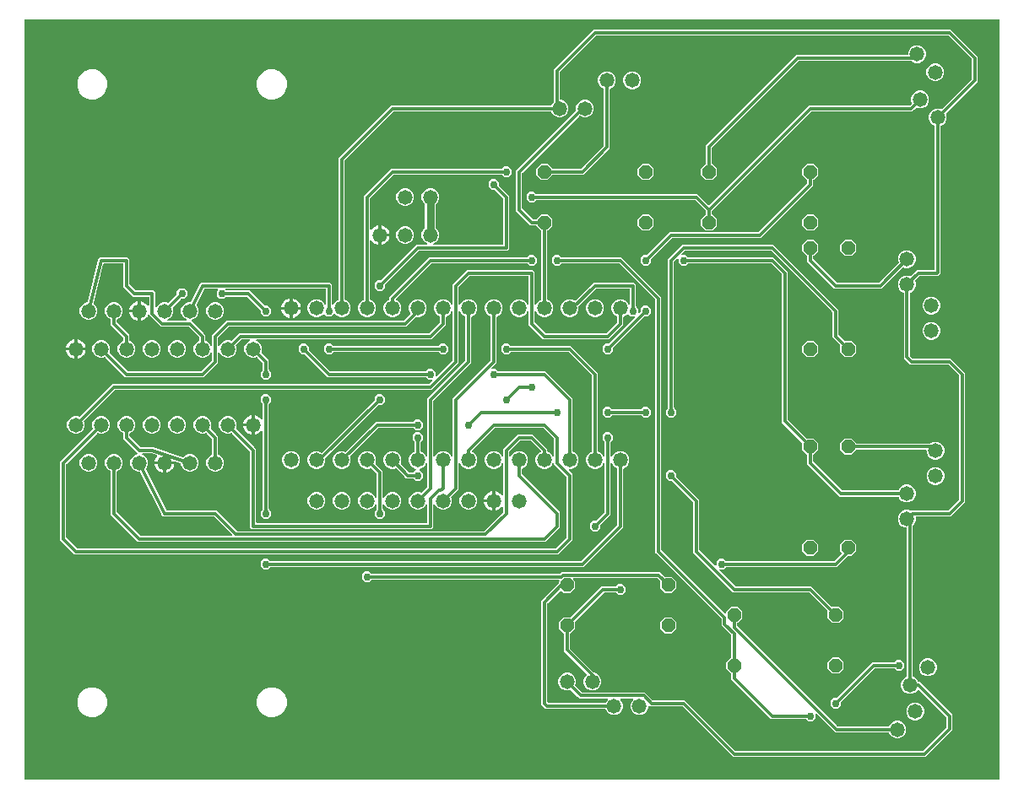
<source format=gbr>
G04 EAGLE Gerber X2 export*
G75*
%MOMM*%
%FSLAX34Y34*%
%LPD*%
%AMOC8*
5,1,8,0,0,1.08239X$1,22.5*%
G01*
%ADD10P,1.429621X8X22.500000*%
%ADD11P,1.429621X8X292.500000*%
%ADD12C,1.473200*%
%ADD13C,0.762000*%
%ADD14C,0.304800*%
%ADD15C,0.756400*%

G36*
X989098Y11942D02*
X989098Y11942D01*
X989117Y11940D01*
X989219Y11962D01*
X989321Y11979D01*
X989338Y11988D01*
X989358Y11992D01*
X989447Y12045D01*
X989538Y12094D01*
X989552Y12108D01*
X989569Y12118D01*
X989636Y12197D01*
X989708Y12272D01*
X989716Y12290D01*
X989729Y12305D01*
X989768Y12401D01*
X989811Y12495D01*
X989813Y12515D01*
X989821Y12533D01*
X989839Y12700D01*
X989839Y774700D01*
X989836Y774720D01*
X989838Y774739D01*
X989816Y774841D01*
X989800Y774943D01*
X989790Y774960D01*
X989786Y774980D01*
X989733Y775069D01*
X989684Y775160D01*
X989670Y775174D01*
X989660Y775191D01*
X989581Y775258D01*
X989506Y775330D01*
X989488Y775338D01*
X989473Y775351D01*
X989377Y775390D01*
X989283Y775433D01*
X989263Y775435D01*
X989245Y775443D01*
X989078Y775461D01*
X12700Y775461D01*
X12680Y775458D01*
X12661Y775460D01*
X12559Y775438D01*
X12457Y775422D01*
X12440Y775412D01*
X12420Y775408D01*
X12331Y775355D01*
X12240Y775306D01*
X12226Y775292D01*
X12209Y775282D01*
X12142Y775203D01*
X12071Y775128D01*
X12062Y775110D01*
X12049Y775095D01*
X12010Y774999D01*
X11967Y774905D01*
X11965Y774885D01*
X11957Y774867D01*
X11939Y774700D01*
X11939Y12700D01*
X11942Y12680D01*
X11940Y12661D01*
X11962Y12559D01*
X11979Y12457D01*
X11988Y12440D01*
X11992Y12420D01*
X12045Y12331D01*
X12094Y12240D01*
X12108Y12226D01*
X12118Y12209D01*
X12197Y12142D01*
X12272Y12071D01*
X12290Y12062D01*
X12305Y12049D01*
X12401Y12010D01*
X12495Y11967D01*
X12515Y11965D01*
X12533Y11957D01*
X12700Y11939D01*
X989078Y11939D01*
X989098Y11942D01*
G37*
%LPC*%
G36*
X722637Y35051D02*
X722637Y35051D01*
X672060Y85628D01*
X671986Y85681D01*
X671917Y85741D01*
X671887Y85753D01*
X671860Y85772D01*
X671773Y85799D01*
X671689Y85833D01*
X671648Y85837D01*
X671625Y85844D01*
X671593Y85843D01*
X671522Y85851D01*
X639565Y85851D01*
X638990Y86426D01*
X638932Y86468D01*
X638880Y86517D01*
X638833Y86539D01*
X638791Y86569D01*
X638722Y86590D01*
X638657Y86621D01*
X638605Y86626D01*
X638555Y86642D01*
X638484Y86640D01*
X638413Y86648D01*
X638362Y86637D01*
X638310Y86635D01*
X638242Y86611D01*
X638172Y86595D01*
X638127Y86569D01*
X638079Y86551D01*
X638023Y86506D01*
X637961Y86469D01*
X637927Y86430D01*
X637887Y86397D01*
X637848Y86337D01*
X637801Y86282D01*
X637782Y86234D01*
X637754Y86190D01*
X637736Y86121D01*
X637709Y86054D01*
X637701Y85983D01*
X637693Y85952D01*
X637695Y85928D01*
X637691Y85888D01*
X637691Y84432D01*
X636337Y81164D01*
X633836Y78663D01*
X630568Y77309D01*
X627032Y77309D01*
X623764Y78663D01*
X621263Y81164D01*
X619909Y84432D01*
X619909Y87968D01*
X621263Y91236D01*
X622292Y92266D01*
X622334Y92324D01*
X622384Y92376D01*
X622406Y92423D01*
X622436Y92465D01*
X622457Y92534D01*
X622487Y92599D01*
X622493Y92651D01*
X622508Y92701D01*
X622506Y92772D01*
X622514Y92843D01*
X622503Y92894D01*
X622502Y92946D01*
X622477Y93014D01*
X622462Y93084D01*
X622435Y93129D01*
X622417Y93177D01*
X622373Y93233D01*
X622336Y93295D01*
X622296Y93329D01*
X622264Y93369D01*
X622203Y93408D01*
X622149Y93455D01*
X622101Y93474D01*
X622057Y93502D01*
X621987Y93520D01*
X621921Y93547D01*
X621850Y93555D01*
X621818Y93563D01*
X621795Y93561D01*
X621754Y93565D01*
X610446Y93565D01*
X610375Y93554D01*
X610303Y93552D01*
X610255Y93534D01*
X610203Y93526D01*
X610140Y93492D01*
X610072Y93467D01*
X610032Y93435D01*
X609986Y93410D01*
X609936Y93358D01*
X609880Y93314D01*
X609852Y93270D01*
X609816Y93232D01*
X609786Y93167D01*
X609747Y93107D01*
X609735Y93056D01*
X609713Y93009D01*
X609705Y92938D01*
X609687Y92868D01*
X609691Y92816D01*
X609686Y92765D01*
X609701Y92694D01*
X609707Y92623D01*
X609727Y92575D01*
X609738Y92524D01*
X609775Y92463D01*
X609803Y92397D01*
X609848Y92341D01*
X609864Y92313D01*
X609882Y92298D01*
X609908Y92266D01*
X610937Y91236D01*
X612291Y87968D01*
X612291Y84432D01*
X610937Y81164D01*
X608436Y78663D01*
X605168Y77309D01*
X601632Y77309D01*
X598364Y78663D01*
X595863Y81164D01*
X595234Y82681D01*
X595173Y82781D01*
X595113Y82881D01*
X595108Y82885D01*
X595105Y82890D01*
X595015Y82965D01*
X594926Y83041D01*
X594920Y83043D01*
X594915Y83047D01*
X594807Y83089D01*
X594698Y83133D01*
X594690Y83134D01*
X594686Y83135D01*
X594667Y83136D01*
X594531Y83151D01*
X534837Y83151D01*
X530351Y87637D01*
X530351Y191763D01*
X547748Y209160D01*
X547801Y209234D01*
X547861Y209303D01*
X547873Y209333D01*
X547892Y209360D01*
X547919Y209447D01*
X547953Y209531D01*
X547957Y209572D01*
X547964Y209595D01*
X547963Y209627D01*
X547971Y209698D01*
X547971Y211167D01*
X548356Y211552D01*
X548398Y211610D01*
X548447Y211662D01*
X548469Y211709D01*
X548500Y211751D01*
X548521Y211820D01*
X548551Y211885D01*
X548557Y211937D01*
X548572Y211987D01*
X548570Y212058D01*
X548578Y212129D01*
X548567Y212180D01*
X548566Y212232D01*
X548541Y212300D01*
X548526Y212370D01*
X548499Y212415D01*
X548481Y212463D01*
X548436Y212519D01*
X548399Y212581D01*
X548360Y212615D01*
X548327Y212655D01*
X548267Y212694D01*
X548213Y212741D01*
X548164Y212760D01*
X548120Y212788D01*
X548051Y212806D01*
X547984Y212833D01*
X547913Y212841D01*
X547882Y212849D01*
X547859Y212847D01*
X547818Y212851D01*
X360371Y212851D01*
X360281Y212837D01*
X360190Y212829D01*
X360161Y212817D01*
X360129Y212812D01*
X360048Y212769D01*
X359964Y212733D01*
X359932Y212707D01*
X359911Y212696D01*
X359889Y212673D01*
X359833Y212628D01*
X357798Y210593D01*
X353402Y210593D01*
X350293Y213702D01*
X350293Y218098D01*
X353402Y221207D01*
X357798Y221207D01*
X359833Y219172D01*
X359907Y219119D01*
X359977Y219059D01*
X360007Y219047D01*
X360033Y219028D01*
X360120Y219001D01*
X360205Y218967D01*
X360246Y218963D01*
X360268Y218956D01*
X360300Y218957D01*
X360371Y218949D01*
X548972Y218949D01*
X549062Y218963D01*
X549153Y218971D01*
X549183Y218983D01*
X549215Y218988D01*
X549295Y219031D01*
X549379Y219067D01*
X549411Y219093D01*
X549432Y219104D01*
X549454Y219127D01*
X549510Y219172D01*
X550839Y220501D01*
X649311Y220501D01*
X651320Y218492D01*
X653660Y216152D01*
X653734Y216099D01*
X653803Y216039D01*
X653833Y216027D01*
X653860Y216008D01*
X653947Y215981D01*
X654031Y215947D01*
X654072Y215943D01*
X654095Y215936D01*
X654127Y215937D01*
X654198Y215929D01*
X661067Y215929D01*
X665829Y211167D01*
X665829Y204433D01*
X661067Y199671D01*
X654333Y199671D01*
X649571Y204433D01*
X649571Y211302D01*
X649557Y211392D01*
X649549Y211483D01*
X649537Y211513D01*
X649532Y211545D01*
X649489Y211625D01*
X649453Y211709D01*
X649427Y211741D01*
X649416Y211762D01*
X649393Y211784D01*
X649348Y211840D01*
X647008Y214180D01*
X646934Y214233D01*
X646865Y214293D01*
X646835Y214305D01*
X646808Y214324D01*
X646721Y214351D01*
X646637Y214385D01*
X646596Y214389D01*
X646573Y214396D01*
X646541Y214395D01*
X646470Y214403D01*
X562830Y214403D01*
X562760Y214392D01*
X562688Y214390D01*
X562639Y214372D01*
X562588Y214364D01*
X562524Y214330D01*
X562457Y214305D01*
X562416Y214273D01*
X562370Y214248D01*
X562321Y214196D01*
X562265Y214152D01*
X562237Y214108D01*
X562201Y214070D01*
X562171Y214005D01*
X562132Y213945D01*
X562119Y213894D01*
X562097Y213847D01*
X562089Y213776D01*
X562072Y213706D01*
X562076Y213654D01*
X562070Y213603D01*
X562085Y213532D01*
X562091Y213461D01*
X562111Y213413D01*
X562122Y213362D01*
X562159Y213301D01*
X562187Y213235D01*
X562232Y213179D01*
X562249Y213151D01*
X562266Y213136D01*
X562292Y213104D01*
X564229Y211167D01*
X564229Y204433D01*
X559467Y199671D01*
X552733Y199671D01*
X550346Y202058D01*
X550330Y202070D01*
X550318Y202085D01*
X550237Y202137D01*
X550233Y202141D01*
X550229Y202142D01*
X550146Y202202D01*
X550127Y202207D01*
X550111Y202218D01*
X550010Y202244D01*
X549911Y202274D01*
X549891Y202273D01*
X549872Y202278D01*
X549769Y202270D01*
X549665Y202268D01*
X549647Y202261D01*
X549627Y202259D01*
X549532Y202219D01*
X549434Y202183D01*
X549419Y202171D01*
X549401Y202163D01*
X549270Y202058D01*
X536672Y189460D01*
X536619Y189386D01*
X536559Y189317D01*
X536547Y189287D01*
X536528Y189260D01*
X536501Y189173D01*
X536467Y189089D01*
X536463Y189048D01*
X536456Y189025D01*
X536457Y188993D01*
X536449Y188922D01*
X536449Y90478D01*
X536463Y90388D01*
X536471Y90297D01*
X536483Y90267D01*
X536488Y90235D01*
X536531Y90155D01*
X536567Y90071D01*
X536593Y90039D01*
X536604Y90018D01*
X536627Y89996D01*
X536672Y89940D01*
X537140Y89472D01*
X537214Y89419D01*
X537283Y89359D01*
X537313Y89347D01*
X537340Y89328D01*
X537427Y89301D01*
X537511Y89267D01*
X537552Y89263D01*
X537575Y89256D01*
X537607Y89257D01*
X537678Y89249D01*
X594531Y89249D01*
X594646Y89268D01*
X594762Y89285D01*
X594767Y89287D01*
X594774Y89288D01*
X594876Y89343D01*
X594981Y89396D01*
X594986Y89401D01*
X594991Y89404D01*
X595071Y89488D01*
X595153Y89572D01*
X595157Y89578D01*
X595160Y89582D01*
X595168Y89599D01*
X595234Y89719D01*
X595863Y91236D01*
X596892Y92266D01*
X596934Y92324D01*
X596984Y92376D01*
X597006Y92423D01*
X597036Y92465D01*
X597057Y92534D01*
X597087Y92599D01*
X597093Y92651D01*
X597108Y92701D01*
X597106Y92772D01*
X597114Y92843D01*
X597103Y92894D01*
X597102Y92946D01*
X597077Y93014D01*
X597062Y93084D01*
X597035Y93129D01*
X597017Y93177D01*
X596973Y93233D01*
X596936Y93295D01*
X596896Y93329D01*
X596864Y93369D01*
X596803Y93408D01*
X596749Y93455D01*
X596701Y93474D01*
X596657Y93502D01*
X596587Y93520D01*
X596521Y93547D01*
X596450Y93555D01*
X596418Y93563D01*
X596395Y93561D01*
X596354Y93565D01*
X569023Y93565D01*
X567014Y95574D01*
X560216Y102373D01*
X560121Y102441D01*
X560027Y102511D01*
X560021Y102513D01*
X560016Y102516D01*
X559905Y102551D01*
X559793Y102587D01*
X559787Y102587D01*
X559781Y102589D01*
X559664Y102586D01*
X559547Y102585D01*
X559540Y102582D01*
X559535Y102582D01*
X559517Y102576D01*
X559386Y102538D01*
X557868Y101909D01*
X554332Y101909D01*
X551064Y103263D01*
X548563Y105764D01*
X547209Y109032D01*
X547209Y112568D01*
X548563Y115836D01*
X551064Y118337D01*
X554332Y119691D01*
X557868Y119691D01*
X561136Y118337D01*
X563637Y115836D01*
X564991Y112568D01*
X564991Y109032D01*
X564362Y107514D01*
X564336Y107400D01*
X564307Y107287D01*
X564307Y107281D01*
X564306Y107275D01*
X564317Y107158D01*
X564326Y107042D01*
X564328Y107036D01*
X564329Y107030D01*
X564377Y106922D01*
X564422Y106815D01*
X564427Y106810D01*
X564429Y106805D01*
X564442Y106791D01*
X564527Y106684D01*
X571326Y99886D01*
X571400Y99833D01*
X571469Y99773D01*
X571499Y99761D01*
X571526Y99742D01*
X571613Y99715D01*
X571697Y99681D01*
X571738Y99677D01*
X571761Y99670D01*
X571793Y99671D01*
X571864Y99663D01*
X634376Y99663D01*
X636385Y97654D01*
X641867Y92172D01*
X641941Y92119D01*
X642011Y92059D01*
X642041Y92047D01*
X642067Y92028D01*
X642154Y92001D01*
X642239Y91967D01*
X642280Y91963D01*
X642302Y91956D01*
X642334Y91957D01*
X642406Y91949D01*
X674363Y91949D01*
X724940Y41372D01*
X725014Y41319D01*
X725083Y41259D01*
X725113Y41247D01*
X725140Y41228D01*
X725227Y41201D01*
X725311Y41167D01*
X725352Y41163D01*
X725375Y41156D01*
X725407Y41157D01*
X725478Y41149D01*
X912822Y41149D01*
X912912Y41163D01*
X913003Y41171D01*
X913033Y41183D01*
X913065Y41188D01*
X913145Y41231D01*
X913229Y41267D01*
X913261Y41293D01*
X913282Y41304D01*
X913304Y41327D01*
X913360Y41372D01*
X936528Y64540D01*
X936581Y64614D01*
X936641Y64683D01*
X936653Y64713D01*
X936672Y64740D01*
X936699Y64827D01*
X936733Y64911D01*
X936737Y64952D01*
X936744Y64975D01*
X936743Y65007D01*
X936751Y65078D01*
X936751Y74622D01*
X936737Y74712D01*
X936729Y74803D01*
X936717Y74833D01*
X936712Y74865D01*
X936669Y74945D01*
X936633Y75029D01*
X936607Y75061D01*
X936596Y75082D01*
X936573Y75104D01*
X936528Y75160D01*
X908933Y102755D01*
X908896Y102782D01*
X908865Y102816D01*
X908796Y102854D01*
X908733Y102899D01*
X908689Y102912D01*
X908649Y102935D01*
X908573Y102948D01*
X908498Y102971D01*
X908452Y102970D01*
X908407Y102978D01*
X908330Y102967D01*
X908252Y102965D01*
X908209Y102949D01*
X908164Y102942D01*
X908094Y102907D01*
X908021Y102880D01*
X907985Y102852D01*
X907945Y102831D01*
X907890Y102775D01*
X907829Y102727D01*
X907804Y102688D01*
X907772Y102655D01*
X907706Y102536D01*
X907696Y102520D01*
X907695Y102515D01*
X907691Y102508D01*
X907557Y102183D01*
X905056Y99683D01*
X901788Y98329D01*
X898251Y98329D01*
X894983Y99683D01*
X892483Y102183D01*
X891129Y105451D01*
X891129Y108988D01*
X892483Y112256D01*
X894983Y114757D01*
X896501Y115385D01*
X896600Y115447D01*
X896701Y115507D01*
X896705Y115512D01*
X896710Y115515D01*
X896784Y115605D01*
X896861Y115694D01*
X896863Y115700D01*
X896867Y115705D01*
X896908Y115813D01*
X896953Y115922D01*
X896953Y115930D01*
X896955Y115934D01*
X896956Y115952D01*
X896971Y116089D01*
X896971Y264348D01*
X896968Y264368D01*
X896970Y264387D01*
X896948Y264489D01*
X896931Y264591D01*
X896922Y264608D01*
X896918Y264628D01*
X896864Y264717D01*
X896816Y264808D01*
X896802Y264822D01*
X896792Y264839D01*
X896713Y264906D01*
X896638Y264978D01*
X896620Y264986D01*
X896605Y264999D01*
X896508Y265038D01*
X896415Y265081D01*
X896395Y265083D01*
X896376Y265091D01*
X896210Y265109D01*
X895332Y265109D01*
X892064Y266463D01*
X889563Y268964D01*
X888209Y272232D01*
X888209Y275768D01*
X889563Y279036D01*
X892064Y281537D01*
X895332Y282891D01*
X898868Y282891D01*
X900386Y282262D01*
X900500Y282235D01*
X900613Y282207D01*
X900619Y282207D01*
X900625Y282206D01*
X900742Y282217D01*
X900858Y282226D01*
X900864Y282228D01*
X900870Y282229D01*
X900978Y282277D01*
X901085Y282322D01*
X901090Y282327D01*
X901095Y282329D01*
X901109Y282342D01*
X901216Y282427D01*
X901237Y282449D01*
X938222Y282449D01*
X938312Y282463D01*
X938403Y282471D01*
X938433Y282483D01*
X938465Y282488D01*
X938545Y282531D01*
X938629Y282567D01*
X938661Y282593D01*
X938682Y282604D01*
X938704Y282627D01*
X938760Y282672D01*
X949228Y293140D01*
X949281Y293214D01*
X949341Y293283D01*
X949353Y293313D01*
X949372Y293340D01*
X949399Y293427D01*
X949433Y293511D01*
X949437Y293552D01*
X949444Y293575D01*
X949443Y293607D01*
X949451Y293678D01*
X949451Y417522D01*
X949437Y417612D01*
X949429Y417703D01*
X949417Y417733D01*
X949412Y417765D01*
X949369Y417845D01*
X949333Y417929D01*
X949307Y417961D01*
X949296Y417982D01*
X949273Y418004D01*
X949228Y418060D01*
X938760Y428528D01*
X938686Y428581D01*
X938617Y428641D01*
X938587Y428653D01*
X938560Y428672D01*
X938473Y428699D01*
X938389Y428733D01*
X938348Y428737D01*
X938325Y428744D01*
X938293Y428743D01*
X938222Y428751D01*
X900437Y428751D01*
X894051Y435137D01*
X894051Y500231D01*
X894032Y500346D01*
X894015Y500462D01*
X894013Y500467D01*
X894012Y500474D01*
X893957Y500576D01*
X893904Y500681D01*
X893899Y500686D01*
X893896Y500691D01*
X893812Y500771D01*
X893728Y500853D01*
X893722Y500857D01*
X893718Y500860D01*
X893701Y500868D01*
X893581Y500934D01*
X892064Y501563D01*
X889563Y504064D01*
X888209Y507332D01*
X888209Y510868D01*
X889563Y514136D01*
X892064Y516637D01*
X895332Y517991D01*
X898868Y517991D01*
X900386Y517362D01*
X900500Y517335D01*
X900613Y517307D01*
X900619Y517307D01*
X900625Y517306D01*
X900742Y517317D01*
X900858Y517326D01*
X900864Y517328D01*
X900870Y517329D01*
X900978Y517377D01*
X901085Y517422D01*
X901090Y517427D01*
X901095Y517429D01*
X901109Y517442D01*
X901216Y517527D01*
X907437Y523749D01*
X924170Y523749D01*
X924190Y523752D01*
X924210Y523750D01*
X924311Y523772D01*
X924413Y523788D01*
X924431Y523798D01*
X924450Y523802D01*
X924539Y523855D01*
X924630Y523904D01*
X924644Y523918D01*
X924661Y523928D01*
X924729Y524007D01*
X924800Y524082D01*
X924808Y524100D01*
X924821Y524115D01*
X924860Y524211D01*
X924903Y524305D01*
X924906Y524325D01*
X924913Y524343D01*
X924932Y524510D01*
X924932Y667951D01*
X924913Y668065D01*
X924896Y668182D01*
X924893Y668187D01*
X924892Y668193D01*
X924837Y668296D01*
X924784Y668401D01*
X924780Y668405D01*
X924777Y668411D01*
X924693Y668491D01*
X924609Y668573D01*
X924602Y668577D01*
X924598Y668580D01*
X924582Y668588D01*
X924462Y668654D01*
X922944Y669283D01*
X920443Y671783D01*
X919090Y675051D01*
X919090Y678588D01*
X920443Y681856D01*
X922944Y684357D01*
X926212Y685710D01*
X929749Y685710D01*
X931266Y685082D01*
X931380Y685055D01*
X931493Y685027D01*
X931500Y685027D01*
X931506Y685026D01*
X931622Y685037D01*
X931739Y685046D01*
X931744Y685048D01*
X931751Y685049D01*
X931858Y685097D01*
X931965Y685142D01*
X931971Y685147D01*
X931975Y685149D01*
X931989Y685161D01*
X932096Y685247D01*
X961928Y715079D01*
X961981Y715153D01*
X962041Y715223D01*
X962053Y715253D01*
X962072Y715279D01*
X962099Y715366D01*
X962133Y715451D01*
X962137Y715492D01*
X962144Y715514D01*
X962143Y715546D01*
X962151Y715618D01*
X962151Y735022D01*
X962137Y735112D01*
X962129Y735203D01*
X962117Y735233D01*
X962112Y735265D01*
X962069Y735345D01*
X962033Y735429D01*
X962007Y735461D01*
X961996Y735482D01*
X961973Y735504D01*
X961928Y735560D01*
X938760Y758728D01*
X938686Y758781D01*
X938617Y758841D01*
X938587Y758853D01*
X938560Y758872D01*
X938473Y758899D01*
X938389Y758933D01*
X938348Y758937D01*
X938325Y758944D01*
X938293Y758943D01*
X938222Y758951D01*
X585778Y758951D01*
X585688Y758937D01*
X585597Y758929D01*
X585567Y758917D01*
X585535Y758912D01*
X585455Y758869D01*
X585371Y758833D01*
X585339Y758807D01*
X585318Y758796D01*
X585296Y758773D01*
X585240Y758728D01*
X549372Y722860D01*
X549319Y722786D01*
X549259Y722717D01*
X549247Y722687D01*
X549228Y722660D01*
X549201Y722573D01*
X549167Y722489D01*
X549163Y722448D01*
X549156Y722425D01*
X549157Y722393D01*
X549149Y722322D01*
X549149Y695452D01*
X549152Y695432D01*
X549150Y695413D01*
X549172Y695311D01*
X549188Y695209D01*
X549198Y695192D01*
X549202Y695172D01*
X549255Y695083D01*
X549304Y694992D01*
X549318Y694978D01*
X549328Y694961D01*
X549407Y694894D01*
X549482Y694822D01*
X549500Y694814D01*
X549515Y694801D01*
X549611Y694762D01*
X549705Y694719D01*
X549725Y694717D01*
X549743Y694709D01*
X549910Y694691D01*
X550568Y694691D01*
X553836Y693337D01*
X556337Y690836D01*
X557691Y687568D01*
X557691Y684032D01*
X556337Y680764D01*
X553836Y678263D01*
X550568Y676909D01*
X547032Y676909D01*
X543764Y678263D01*
X541263Y680764D01*
X540634Y682281D01*
X540573Y682381D01*
X540513Y682481D01*
X540508Y682485D01*
X540505Y682490D01*
X540415Y682565D01*
X540326Y682641D01*
X540320Y682643D01*
X540315Y682647D01*
X540207Y682689D01*
X540098Y682733D01*
X540090Y682734D01*
X540086Y682735D01*
X540067Y682736D01*
X539931Y682751D01*
X382578Y682751D01*
X382488Y682737D01*
X382397Y682729D01*
X382367Y682717D01*
X382335Y682712D01*
X382255Y682669D01*
X382171Y682633D01*
X382139Y682607D01*
X382118Y682596D01*
X382096Y682573D01*
X382040Y682528D01*
X333472Y633960D01*
X333419Y633886D01*
X333359Y633817D01*
X333347Y633787D01*
X333328Y633760D01*
X333301Y633673D01*
X333267Y633589D01*
X333263Y633548D01*
X333256Y633525D01*
X333257Y633493D01*
X333249Y633422D01*
X333249Y494169D01*
X333268Y494053D01*
X333285Y493938D01*
X333287Y493933D01*
X333288Y493926D01*
X333343Y493824D01*
X333396Y493719D01*
X333401Y493714D01*
X333404Y493709D01*
X333488Y493629D01*
X333572Y493547D01*
X333578Y493543D01*
X333582Y493540D01*
X333599Y493532D01*
X333719Y493466D01*
X335236Y492837D01*
X337737Y490336D01*
X339091Y487068D01*
X339091Y483532D01*
X337737Y480264D01*
X335236Y477763D01*
X331968Y476409D01*
X328432Y476409D01*
X325164Y477763D01*
X323204Y479723D01*
X323188Y479734D01*
X323175Y479750D01*
X323088Y479806D01*
X323004Y479866D01*
X322985Y479872D01*
X322968Y479883D01*
X322868Y479908D01*
X322769Y479939D01*
X322749Y479938D01*
X322730Y479943D01*
X322627Y479935D01*
X322523Y479932D01*
X322505Y479925D01*
X322485Y479924D01*
X322390Y479883D01*
X322292Y479848D01*
X322277Y479835D01*
X322258Y479827D01*
X322127Y479723D01*
X319698Y477293D01*
X315302Y477293D01*
X312873Y479723D01*
X312856Y479734D01*
X312844Y479750D01*
X312757Y479806D01*
X312673Y479866D01*
X312654Y479872D01*
X312637Y479883D01*
X312537Y479908D01*
X312438Y479939D01*
X312418Y479938D01*
X312398Y479943D01*
X312296Y479935D01*
X312192Y479932D01*
X312173Y479925D01*
X312153Y479924D01*
X312058Y479883D01*
X311961Y479848D01*
X311945Y479835D01*
X311927Y479827D01*
X311796Y479723D01*
X309836Y477763D01*
X306568Y476409D01*
X303032Y476409D01*
X299764Y477763D01*
X297263Y480264D01*
X295909Y483532D01*
X295909Y487068D01*
X297263Y490336D01*
X299764Y492837D01*
X303032Y494191D01*
X306568Y494191D01*
X309836Y492837D01*
X312337Y490336D01*
X312987Y488768D01*
X313038Y488685D01*
X313084Y488599D01*
X313102Y488581D01*
X313116Y488559D01*
X313192Y488497D01*
X313262Y488430D01*
X313286Y488419D01*
X313306Y488402D01*
X313397Y488367D01*
X313485Y488326D01*
X313511Y488323D01*
X313535Y488314D01*
X313633Y488310D01*
X313729Y488299D01*
X313755Y488305D01*
X313781Y488304D01*
X313875Y488331D01*
X313970Y488351D01*
X313992Y488365D01*
X314017Y488372D01*
X314097Y488428D01*
X314181Y488478D01*
X314198Y488497D01*
X314219Y488512D01*
X314278Y488591D01*
X314341Y488665D01*
X314351Y488689D01*
X314366Y488710D01*
X314396Y488802D01*
X314433Y488893D01*
X314436Y488925D01*
X314442Y488944D01*
X314442Y488977D01*
X314451Y489059D01*
X314451Y504190D01*
X314448Y504210D01*
X314450Y504229D01*
X314428Y504330D01*
X314412Y504433D01*
X314402Y504450D01*
X314398Y504470D01*
X314345Y504559D01*
X314296Y504650D01*
X314282Y504664D01*
X314272Y504681D01*
X314193Y504748D01*
X314118Y504820D01*
X314100Y504828D01*
X314085Y504841D01*
X313989Y504880D01*
X313895Y504923D01*
X313875Y504925D01*
X313857Y504933D01*
X313690Y504951D01*
X214391Y504951D01*
X214321Y504940D01*
X214249Y504938D01*
X214200Y504920D01*
X214149Y504912D01*
X214085Y504878D01*
X214018Y504853D01*
X213977Y504821D01*
X213931Y504796D01*
X213882Y504745D01*
X213826Y504700D01*
X213798Y504656D01*
X213762Y504618D01*
X213732Y504553D01*
X213693Y504493D01*
X213680Y504442D01*
X213658Y504395D01*
X213650Y504324D01*
X213633Y504254D01*
X213637Y504202D01*
X213631Y504151D01*
X213646Y504080D01*
X213652Y504009D01*
X213672Y503961D01*
X213683Y503910D01*
X213720Y503849D01*
X213748Y503783D01*
X213793Y503727D01*
X213810Y503699D01*
X213827Y503684D01*
X213853Y503652D01*
X214233Y503272D01*
X214307Y503218D01*
X214377Y503159D01*
X214407Y503147D01*
X214433Y503128D01*
X214520Y503101D01*
X214605Y503067D01*
X214646Y503063D01*
X214668Y503056D01*
X214700Y503057D01*
X214771Y503049D01*
X237863Y503049D01*
X252782Y488130D01*
X252856Y488077D01*
X252925Y488017D01*
X252955Y488005D01*
X252982Y487986D01*
X253069Y487959D01*
X253153Y487925D01*
X253194Y487921D01*
X253217Y487914D01*
X253249Y487915D01*
X253320Y487907D01*
X256198Y487907D01*
X259307Y484798D01*
X259307Y480402D01*
X256198Y477293D01*
X251802Y477293D01*
X248693Y480402D01*
X248693Y483280D01*
X248679Y483370D01*
X248671Y483461D01*
X248659Y483491D01*
X248654Y483523D01*
X248611Y483603D01*
X248575Y483687D01*
X248549Y483719D01*
X248538Y483740D01*
X248515Y483762D01*
X248470Y483818D01*
X235560Y496728D01*
X235486Y496781D01*
X235417Y496841D01*
X235387Y496853D01*
X235360Y496872D01*
X235273Y496899D01*
X235189Y496933D01*
X235148Y496937D01*
X235125Y496944D01*
X235093Y496943D01*
X235022Y496951D01*
X214771Y496951D01*
X214681Y496937D01*
X214590Y496929D01*
X214561Y496917D01*
X214529Y496912D01*
X214448Y496869D01*
X214364Y496833D01*
X214332Y496807D01*
X214311Y496796D01*
X214289Y496773D01*
X214233Y496728D01*
X212198Y494693D01*
X207802Y494693D01*
X204693Y497802D01*
X204693Y502198D01*
X206147Y503652D01*
X206189Y503710D01*
X206238Y503762D01*
X206260Y503809D01*
X206290Y503851D01*
X206312Y503920D01*
X206342Y503985D01*
X206347Y504037D01*
X206363Y504087D01*
X206361Y504158D01*
X206369Y504229D01*
X206358Y504280D01*
X206356Y504332D01*
X206332Y504400D01*
X206317Y504470D01*
X206290Y504515D01*
X206272Y504563D01*
X206227Y504619D01*
X206190Y504681D01*
X206151Y504715D01*
X206118Y504755D01*
X206058Y504794D01*
X206003Y504841D01*
X205955Y504860D01*
X205911Y504888D01*
X205842Y504906D01*
X205775Y504933D01*
X205704Y504941D01*
X205673Y504949D01*
X205650Y504947D01*
X205609Y504951D01*
X192855Y504951D01*
X192766Y504937D01*
X192676Y504930D01*
X192645Y504917D01*
X192612Y504912D01*
X192532Y504869D01*
X192449Y504834D01*
X192424Y504812D01*
X192395Y504796D01*
X192333Y504731D01*
X192265Y504671D01*
X192242Y504636D01*
X192225Y504618D01*
X192212Y504589D01*
X192174Y504530D01*
X184509Y489201D01*
X184503Y489181D01*
X184491Y489163D01*
X184466Y489064D01*
X184436Y488966D01*
X184436Y488945D01*
X184431Y488924D01*
X184439Y488822D01*
X184442Y488720D01*
X184449Y488700D01*
X184450Y488679D01*
X184490Y488585D01*
X184525Y488489D01*
X184538Y488472D01*
X184547Y488453D01*
X184651Y488322D01*
X185337Y487636D01*
X186691Y484368D01*
X186691Y480832D01*
X185337Y477564D01*
X182836Y475063D01*
X179726Y473774D01*
X179687Y473750D01*
X179644Y473734D01*
X179583Y473686D01*
X179517Y473645D01*
X179487Y473609D01*
X179452Y473581D01*
X179409Y473515D01*
X179360Y473455D01*
X179343Y473413D01*
X179319Y473374D01*
X179300Y473298D01*
X179272Y473226D01*
X179270Y473180D01*
X179259Y473135D01*
X179265Y473058D01*
X179261Y472980D01*
X179274Y472936D01*
X179278Y472890D01*
X179308Y472819D01*
X179330Y472744D01*
X179356Y472706D01*
X179374Y472664D01*
X179459Y472557D01*
X179470Y472542D01*
X179474Y472539D01*
X179479Y472533D01*
X181072Y470940D01*
X191540Y460472D01*
X193549Y458463D01*
X193549Y453369D01*
X193568Y453253D01*
X193585Y453138D01*
X193587Y453133D01*
X193588Y453126D01*
X193643Y453024D01*
X193696Y452919D01*
X193701Y452914D01*
X193704Y452909D01*
X193788Y452829D01*
X193872Y452747D01*
X193878Y452743D01*
X193882Y452740D01*
X193899Y452732D01*
X194019Y452666D01*
X195536Y452037D01*
X198037Y449536D01*
X198687Y447968D01*
X198738Y447885D01*
X198784Y447799D01*
X198802Y447781D01*
X198816Y447759D01*
X198892Y447697D01*
X198962Y447630D01*
X198986Y447619D01*
X199006Y447602D01*
X199097Y447567D01*
X199185Y447526D01*
X199211Y447523D01*
X199235Y447514D01*
X199333Y447510D01*
X199429Y447499D01*
X199455Y447505D01*
X199481Y447504D01*
X199575Y447531D01*
X199670Y447551D01*
X199692Y447565D01*
X199717Y447572D01*
X199797Y447628D01*
X199881Y447678D01*
X199898Y447697D01*
X199919Y447712D01*
X199978Y447791D01*
X200041Y447865D01*
X200051Y447889D01*
X200066Y447910D01*
X200096Y448002D01*
X200133Y448093D01*
X200136Y448125D01*
X200142Y448144D01*
X200142Y448177D01*
X200151Y448259D01*
X200151Y458463D01*
X214637Y472949D01*
X392122Y472949D01*
X392212Y472963D01*
X392303Y472971D01*
X392333Y472983D01*
X392365Y472988D01*
X392445Y473031D01*
X392529Y473067D01*
X392561Y473093D01*
X392582Y473104D01*
X392604Y473127D01*
X392660Y473172D01*
X398769Y479281D01*
X398781Y479297D01*
X398796Y479309D01*
X398852Y479397D01*
X398913Y479481D01*
X398919Y479500D01*
X398929Y479516D01*
X398955Y479617D01*
X398985Y479716D01*
X398985Y479736D01*
X398989Y479755D01*
X398981Y479858D01*
X398979Y479961D01*
X398972Y479980D01*
X398970Y480000D01*
X398930Y480095D01*
X398926Y480106D01*
X398921Y480124D01*
X398909Y480152D01*
X398894Y480193D01*
X398890Y480198D01*
X397509Y483532D01*
X397509Y487068D01*
X398863Y490336D01*
X401364Y492837D01*
X404632Y494191D01*
X408168Y494191D01*
X411436Y492837D01*
X413937Y490336D01*
X415291Y487068D01*
X415291Y483532D01*
X413937Y480264D01*
X411436Y477763D01*
X408168Y476409D01*
X404836Y476409D01*
X404746Y476395D01*
X404655Y476387D01*
X404625Y476375D01*
X404593Y476370D01*
X404513Y476327D01*
X404429Y476291D01*
X404397Y476265D01*
X404376Y476254D01*
X404354Y476231D01*
X404298Y476186D01*
X394963Y466851D01*
X217478Y466851D01*
X217388Y466837D01*
X217297Y466829D01*
X217267Y466817D01*
X217235Y466812D01*
X217155Y466769D01*
X217071Y466733D01*
X217039Y466707D01*
X217018Y466696D01*
X216996Y466673D01*
X216940Y466628D01*
X206472Y456160D01*
X206419Y456086D01*
X206359Y456017D01*
X206347Y455987D01*
X206328Y455960D01*
X206301Y455873D01*
X206267Y455789D01*
X206263Y455748D01*
X206256Y455725D01*
X206257Y455693D01*
X206249Y455622D01*
X206249Y448259D01*
X206264Y448163D01*
X206274Y448066D01*
X206284Y448042D01*
X206288Y448017D01*
X206334Y447931D01*
X206374Y447842D01*
X206391Y447822D01*
X206404Y447799D01*
X206474Y447732D01*
X206540Y447661D01*
X206563Y447648D01*
X206582Y447630D01*
X206670Y447589D01*
X206756Y447542D01*
X206781Y447537D01*
X206805Y447526D01*
X206902Y447516D01*
X206998Y447498D01*
X207024Y447502D01*
X207049Y447499D01*
X207145Y447520D01*
X207241Y447534D01*
X207264Y447546D01*
X207290Y447551D01*
X207373Y447601D01*
X207460Y447646D01*
X207479Y447664D01*
X207501Y447678D01*
X207564Y447752D01*
X207632Y447821D01*
X207648Y447850D01*
X207661Y447865D01*
X207673Y447895D01*
X207713Y447968D01*
X208363Y449536D01*
X210864Y452037D01*
X214132Y453391D01*
X217668Y453391D01*
X219186Y452762D01*
X219300Y452736D01*
X219413Y452707D01*
X219419Y452707D01*
X219425Y452706D01*
X219542Y452717D01*
X219658Y452726D01*
X219664Y452728D01*
X219670Y452729D01*
X219778Y452777D01*
X219885Y452822D01*
X219890Y452827D01*
X219895Y452829D01*
X219909Y452842D01*
X220016Y452927D01*
X225328Y458240D01*
X227337Y460249D01*
X417522Y460249D01*
X417612Y460263D01*
X417703Y460271D01*
X417733Y460283D01*
X417765Y460288D01*
X417845Y460331D01*
X417929Y460367D01*
X417961Y460393D01*
X417982Y460404D01*
X418004Y460427D01*
X418060Y460472D01*
X428528Y470940D01*
X428581Y471014D01*
X428641Y471083D01*
X428653Y471113D01*
X428672Y471140D01*
X428699Y471227D01*
X428733Y471311D01*
X428737Y471352D01*
X428744Y471375D01*
X428743Y471407D01*
X428751Y471478D01*
X428751Y476431D01*
X428732Y476546D01*
X428715Y476662D01*
X428713Y476667D01*
X428712Y476674D01*
X428657Y476776D01*
X428604Y476881D01*
X428599Y476886D01*
X428596Y476891D01*
X428512Y476971D01*
X428428Y477053D01*
X428422Y477057D01*
X428418Y477060D01*
X428401Y477068D01*
X428281Y477134D01*
X426764Y477763D01*
X424263Y480264D01*
X422909Y483532D01*
X422909Y487068D01*
X424263Y490336D01*
X426764Y492837D01*
X430032Y494191D01*
X433568Y494191D01*
X436836Y492837D01*
X439337Y490336D01*
X439987Y488768D01*
X440038Y488685D01*
X440084Y488599D01*
X440103Y488581D01*
X440116Y488559D01*
X440191Y488497D01*
X440262Y488430D01*
X440286Y488419D01*
X440306Y488402D01*
X440397Y488367D01*
X440485Y488326D01*
X440511Y488323D01*
X440535Y488314D01*
X440633Y488310D01*
X440729Y488299D01*
X440755Y488305D01*
X440781Y488304D01*
X440875Y488331D01*
X440970Y488351D01*
X440992Y488365D01*
X441017Y488372D01*
X441097Y488428D01*
X441181Y488478D01*
X441198Y488497D01*
X441219Y488512D01*
X441278Y488591D01*
X441341Y488665D01*
X441351Y488689D01*
X441366Y488710D01*
X441396Y488802D01*
X441433Y488893D01*
X441436Y488925D01*
X441442Y488944D01*
X441442Y488977D01*
X441451Y489059D01*
X441451Y509263D01*
X455937Y523749D01*
X521963Y523749D01*
X523749Y521963D01*
X523749Y489059D01*
X523764Y488963D01*
X523774Y488866D01*
X523784Y488842D01*
X523788Y488817D01*
X523834Y488731D01*
X523874Y488642D01*
X523891Y488622D01*
X523904Y488599D01*
X523974Y488532D01*
X524040Y488461D01*
X524063Y488448D01*
X524082Y488430D01*
X524170Y488389D01*
X524256Y488342D01*
X524281Y488337D01*
X524305Y488326D01*
X524402Y488316D01*
X524498Y488298D01*
X524524Y488302D01*
X524549Y488299D01*
X524645Y488320D01*
X524741Y488334D01*
X524764Y488346D01*
X524790Y488351D01*
X524873Y488401D01*
X524960Y488446D01*
X524979Y488464D01*
X525001Y488478D01*
X525064Y488552D01*
X525132Y488621D01*
X525148Y488650D01*
X525161Y488665D01*
X525173Y488695D01*
X525213Y488768D01*
X525863Y490336D01*
X528364Y492837D01*
X529881Y493466D01*
X529981Y493527D01*
X530081Y493587D01*
X530085Y493592D01*
X530090Y493595D01*
X530165Y493685D01*
X530241Y493774D01*
X530243Y493780D01*
X530247Y493785D01*
X530289Y493893D01*
X530333Y494002D01*
X530334Y494010D01*
X530335Y494014D01*
X530336Y494033D01*
X530351Y494169D01*
X530351Y562738D01*
X530337Y562828D01*
X530329Y562919D01*
X530317Y562948D01*
X530312Y562980D01*
X530269Y563061D01*
X530233Y563145D01*
X530207Y563177D01*
X530196Y563198D01*
X530173Y563220D01*
X530128Y563276D01*
X525176Y568228D01*
X525102Y568281D01*
X525033Y568341D01*
X525002Y568353D01*
X524976Y568372D01*
X524889Y568399D01*
X524804Y568433D01*
X524763Y568437D01*
X524741Y568444D01*
X524709Y568443D01*
X524638Y568451D01*
X519437Y568451D01*
X517428Y570460D01*
X504951Y582937D01*
X504951Y623563D01*
X565086Y683698D01*
X565139Y683772D01*
X565199Y683841D01*
X565211Y683871D01*
X565230Y683898D01*
X565257Y683985D01*
X565291Y684069D01*
X565295Y684110D01*
X565302Y684133D01*
X565301Y684165D01*
X565309Y684236D01*
X565309Y687568D01*
X566663Y690836D01*
X569164Y693337D01*
X572432Y694691D01*
X575968Y694691D01*
X579236Y693337D01*
X581737Y690836D01*
X583091Y687568D01*
X583091Y684032D01*
X581737Y680764D01*
X579236Y678263D01*
X575968Y676909D01*
X572432Y676909D01*
X569078Y678298D01*
X569058Y678312D01*
X569039Y678318D01*
X569022Y678329D01*
X568922Y678355D01*
X568823Y678385D01*
X568803Y678385D01*
X568783Y678389D01*
X568681Y678381D01*
X568578Y678379D01*
X568558Y678372D01*
X568538Y678370D01*
X568443Y678330D01*
X568346Y678295D01*
X568331Y678282D01*
X568312Y678274D01*
X568181Y678169D01*
X511272Y621260D01*
X511219Y621186D01*
X511159Y621117D01*
X511147Y621087D01*
X511128Y621060D01*
X511101Y620973D01*
X511067Y620889D01*
X511063Y620848D01*
X511056Y620825D01*
X511057Y620793D01*
X511049Y620722D01*
X511049Y585778D01*
X511063Y585688D01*
X511071Y585597D01*
X511083Y585567D01*
X511088Y585535D01*
X511131Y585455D01*
X511167Y585371D01*
X511193Y585339D01*
X511204Y585318D01*
X511227Y585296D01*
X511272Y585240D01*
X521740Y574772D01*
X521814Y574719D01*
X521883Y574659D01*
X521913Y574647D01*
X521940Y574628D01*
X522027Y574601D01*
X522111Y574567D01*
X522152Y574563D01*
X522175Y574556D01*
X522207Y574557D01*
X522278Y574549D01*
X524638Y574549D01*
X524728Y574563D01*
X524819Y574571D01*
X524848Y574583D01*
X524880Y574588D01*
X524961Y574631D01*
X525045Y574667D01*
X525077Y574693D01*
X525098Y574704D01*
X525120Y574727D01*
X525176Y574772D01*
X530033Y579629D01*
X536767Y579629D01*
X541529Y574867D01*
X541529Y568133D01*
X536672Y563276D01*
X536619Y563202D01*
X536559Y563133D01*
X536547Y563102D01*
X536528Y563076D01*
X536501Y562989D01*
X536467Y562904D01*
X536463Y562863D01*
X536456Y562841D01*
X536457Y562809D01*
X536449Y562738D01*
X536449Y494169D01*
X536468Y494053D01*
X536485Y493938D01*
X536487Y493933D01*
X536488Y493926D01*
X536543Y493824D01*
X536596Y493719D01*
X536601Y493714D01*
X536604Y493709D01*
X536688Y493629D01*
X536772Y493547D01*
X536778Y493543D01*
X536782Y493540D01*
X536799Y493532D01*
X536919Y493466D01*
X538436Y492837D01*
X540937Y490336D01*
X542291Y487068D01*
X542291Y483532D01*
X540937Y480264D01*
X538436Y477763D01*
X535168Y476409D01*
X531632Y476409D01*
X528364Y477763D01*
X525863Y480264D01*
X525213Y481832D01*
X525162Y481915D01*
X525116Y482001D01*
X525097Y482019D01*
X525084Y482041D01*
X525009Y482103D01*
X524938Y482170D01*
X524914Y482181D01*
X524894Y482198D01*
X524803Y482233D01*
X524715Y482274D01*
X524689Y482277D01*
X524665Y482286D01*
X524567Y482290D01*
X524471Y482301D01*
X524445Y482295D01*
X524419Y482296D01*
X524325Y482269D01*
X524230Y482249D01*
X524208Y482235D01*
X524183Y482228D01*
X524103Y482172D01*
X524019Y482122D01*
X524002Y482103D01*
X523981Y482088D01*
X523922Y482009D01*
X523859Y481935D01*
X523849Y481911D01*
X523834Y481890D01*
X523804Y481798D01*
X523767Y481707D01*
X523764Y481675D01*
X523758Y481656D01*
X523758Y481623D01*
X523749Y481541D01*
X523749Y471478D01*
X523763Y471388D01*
X523771Y471297D01*
X523783Y471267D01*
X523788Y471235D01*
X523831Y471155D01*
X523867Y471071D01*
X523893Y471039D01*
X523904Y471018D01*
X523927Y470996D01*
X523972Y470940D01*
X534440Y460472D01*
X534514Y460419D01*
X534583Y460359D01*
X534613Y460347D01*
X534640Y460328D01*
X534727Y460301D01*
X534811Y460267D01*
X534852Y460263D01*
X534875Y460256D01*
X534907Y460257D01*
X534978Y460249D01*
X595322Y460249D01*
X595412Y460263D01*
X595503Y460271D01*
X595533Y460283D01*
X595565Y460288D01*
X595645Y460331D01*
X595729Y460367D01*
X595761Y460393D01*
X595782Y460404D01*
X595804Y460427D01*
X595860Y460472D01*
X606328Y470940D01*
X606381Y471014D01*
X606441Y471083D01*
X606453Y471113D01*
X606472Y471140D01*
X606499Y471227D01*
X606533Y471311D01*
X606537Y471352D01*
X606544Y471375D01*
X606543Y471407D01*
X606551Y471478D01*
X606551Y476431D01*
X606532Y476546D01*
X606515Y476662D01*
X606513Y476667D01*
X606512Y476674D01*
X606457Y476776D01*
X606404Y476881D01*
X606399Y476886D01*
X606396Y476891D01*
X606312Y476971D01*
X606228Y477053D01*
X606222Y477057D01*
X606218Y477060D01*
X606201Y477068D01*
X606081Y477134D01*
X604564Y477763D01*
X602063Y480264D01*
X600709Y483532D01*
X600709Y487068D01*
X602063Y490336D01*
X604564Y492837D01*
X607832Y494191D01*
X611368Y494191D01*
X614636Y492837D01*
X617137Y490336D01*
X617787Y488768D01*
X617838Y488685D01*
X617884Y488599D01*
X617903Y488581D01*
X617916Y488559D01*
X617991Y488497D01*
X618062Y488430D01*
X618086Y488419D01*
X618106Y488402D01*
X618197Y488367D01*
X618285Y488326D01*
X618311Y488323D01*
X618335Y488314D01*
X618433Y488310D01*
X618529Y488299D01*
X618555Y488305D01*
X618581Y488304D01*
X618675Y488331D01*
X618770Y488351D01*
X618792Y488365D01*
X618817Y488372D01*
X618897Y488428D01*
X618981Y488478D01*
X618998Y488497D01*
X619019Y488512D01*
X619078Y488591D01*
X619141Y488665D01*
X619151Y488689D01*
X619166Y488710D01*
X619196Y488802D01*
X619233Y488893D01*
X619236Y488925D01*
X619242Y488944D01*
X619242Y488977D01*
X619251Y489059D01*
X619251Y504190D01*
X619248Y504210D01*
X619250Y504229D01*
X619228Y504330D01*
X619212Y504433D01*
X619202Y504450D01*
X619198Y504470D01*
X619145Y504559D01*
X619096Y504650D01*
X619082Y504664D01*
X619072Y504681D01*
X618993Y504748D01*
X618918Y504820D01*
X618900Y504828D01*
X618885Y504841D01*
X618789Y504880D01*
X618695Y504923D01*
X618675Y504925D01*
X618657Y504933D01*
X618490Y504951D01*
X585778Y504951D01*
X585688Y504937D01*
X585597Y504929D01*
X585567Y504917D01*
X585535Y504912D01*
X585455Y504869D01*
X585371Y504833D01*
X585339Y504807D01*
X585318Y504796D01*
X585296Y504773D01*
X585240Y504728D01*
X567914Y487402D01*
X567860Y487328D01*
X567801Y487259D01*
X567789Y487229D01*
X567770Y487202D01*
X567743Y487115D01*
X567709Y487031D01*
X567705Y486990D01*
X567698Y486967D01*
X567699Y486935D01*
X567691Y486864D01*
X567691Y483532D01*
X566337Y480264D01*
X563836Y477763D01*
X560568Y476409D01*
X557032Y476409D01*
X553764Y477763D01*
X551263Y480264D01*
X549909Y483532D01*
X549909Y487068D01*
X551263Y490336D01*
X553764Y492837D01*
X557032Y494191D01*
X560568Y494191D01*
X563922Y492802D01*
X563942Y492788D01*
X563961Y492782D01*
X563978Y492771D01*
X564078Y492745D01*
X564177Y492715D01*
X564197Y492715D01*
X564217Y492711D01*
X564319Y492719D01*
X564422Y492721D01*
X564442Y492728D01*
X564462Y492730D01*
X564557Y492770D01*
X564654Y492805D01*
X564669Y492818D01*
X564688Y492826D01*
X564819Y492931D01*
X582937Y511049D01*
X623563Y511049D01*
X625349Y509263D01*
X625349Y487371D01*
X625363Y487281D01*
X625371Y487190D01*
X625383Y487161D01*
X625388Y487129D01*
X625431Y487048D01*
X625467Y486964D01*
X625493Y486932D01*
X625504Y486911D01*
X625527Y486889D01*
X625572Y486833D01*
X627607Y484798D01*
X627607Y481356D01*
X627618Y481285D01*
X627620Y481214D01*
X627638Y481165D01*
X627646Y481113D01*
X627680Y481050D01*
X627705Y480983D01*
X627737Y480942D01*
X627762Y480896D01*
X627814Y480847D01*
X627858Y480791D01*
X627902Y480763D01*
X627940Y480727D01*
X628005Y480696D01*
X628065Y480658D01*
X628116Y480645D01*
X628163Y480623D01*
X628234Y480615D01*
X628304Y480598D01*
X628356Y480602D01*
X628407Y480596D01*
X628478Y480611D01*
X628549Y480617D01*
X628597Y480637D01*
X628648Y480648D01*
X628709Y480685D01*
X628775Y480713D01*
X628831Y480758D01*
X628859Y480774D01*
X628874Y480792D01*
X628906Y480818D01*
X629470Y481382D01*
X629524Y481456D01*
X629583Y481525D01*
X629595Y481555D01*
X629614Y481582D01*
X629641Y481669D01*
X629675Y481753D01*
X629679Y481794D01*
X629686Y481817D01*
X629685Y481849D01*
X629693Y481920D01*
X629693Y484798D01*
X632802Y487907D01*
X637198Y487907D01*
X640307Y484798D01*
X640307Y480402D01*
X637198Y477293D01*
X634320Y477293D01*
X634230Y477279D01*
X634139Y477271D01*
X634109Y477259D01*
X634077Y477254D01*
X633997Y477211D01*
X633913Y477175D01*
X633881Y477149D01*
X633860Y477138D01*
X633838Y477115D01*
X633782Y477070D01*
X602430Y445718D01*
X602377Y445644D01*
X602317Y445575D01*
X602305Y445545D01*
X602286Y445518D01*
X602259Y445431D01*
X602225Y445347D01*
X602221Y445306D01*
X602214Y445283D01*
X602215Y445251D01*
X602207Y445180D01*
X602207Y442302D01*
X599098Y439193D01*
X594702Y439193D01*
X591593Y442302D01*
X591593Y446698D01*
X594702Y449807D01*
X597580Y449807D01*
X597670Y449821D01*
X597761Y449829D01*
X597791Y449841D01*
X597823Y449846D01*
X597903Y449889D01*
X597987Y449925D01*
X598019Y449951D01*
X598040Y449962D01*
X598062Y449985D01*
X598118Y450030D01*
X624082Y475994D01*
X624124Y476052D01*
X624173Y476104D01*
X624195Y476151D01*
X624226Y476193D01*
X624247Y476262D01*
X624277Y476327D01*
X624283Y476379D01*
X624298Y476429D01*
X624296Y476500D01*
X624304Y476571D01*
X624293Y476622D01*
X624292Y476674D01*
X624267Y476742D01*
X624252Y476812D01*
X624225Y476857D01*
X624207Y476905D01*
X624162Y476961D01*
X624126Y477023D01*
X624086Y477057D01*
X624054Y477097D01*
X623993Y477136D01*
X623939Y477183D01*
X623890Y477202D01*
X623847Y477230D01*
X623777Y477248D01*
X623711Y477275D01*
X623639Y477283D01*
X623608Y477291D01*
X623585Y477289D01*
X623544Y477293D01*
X620102Y477293D01*
X617673Y479723D01*
X617656Y479734D01*
X617644Y479750D01*
X617557Y479806D01*
X617473Y479866D01*
X617454Y479872D01*
X617437Y479883D01*
X617337Y479908D01*
X617238Y479939D01*
X617218Y479938D01*
X617198Y479943D01*
X617096Y479935D01*
X616992Y479932D01*
X616973Y479925D01*
X616953Y479924D01*
X616858Y479883D01*
X616761Y479848D01*
X616745Y479835D01*
X616727Y479827D01*
X616596Y479723D01*
X614636Y477763D01*
X613119Y477134D01*
X613019Y477073D01*
X612919Y477013D01*
X612915Y477008D01*
X612910Y477005D01*
X612835Y476915D01*
X612759Y476826D01*
X612757Y476820D01*
X612753Y476815D01*
X612711Y476707D01*
X612667Y476598D01*
X612666Y476590D01*
X612665Y476586D01*
X612664Y476567D01*
X612649Y476431D01*
X612649Y468637D01*
X610640Y466628D01*
X600172Y456160D01*
X598163Y454151D01*
X532137Y454151D01*
X517651Y468637D01*
X517651Y481541D01*
X517636Y481637D01*
X517626Y481734D01*
X517616Y481758D01*
X517612Y481783D01*
X517566Y481869D01*
X517526Y481958D01*
X517509Y481978D01*
X517496Y482001D01*
X517426Y482068D01*
X517360Y482139D01*
X517337Y482152D01*
X517318Y482170D01*
X517230Y482211D01*
X517144Y482258D01*
X517119Y482263D01*
X517095Y482274D01*
X516998Y482284D01*
X516902Y482302D01*
X516876Y482298D01*
X516851Y482301D01*
X516755Y482280D01*
X516659Y482266D01*
X516636Y482254D01*
X516610Y482249D01*
X516527Y482199D01*
X516440Y482154D01*
X516421Y482136D01*
X516399Y482122D01*
X516336Y482048D01*
X516268Y481979D01*
X516252Y481950D01*
X516239Y481935D01*
X516227Y481905D01*
X516187Y481832D01*
X515537Y480264D01*
X513036Y477763D01*
X509768Y476409D01*
X506232Y476409D01*
X502964Y477763D01*
X500463Y480264D01*
X499109Y483532D01*
X499109Y487068D01*
X500463Y490336D01*
X502964Y492837D01*
X506232Y494191D01*
X509768Y494191D01*
X513036Y492837D01*
X515537Y490336D01*
X516187Y488768D01*
X516238Y488685D01*
X516284Y488599D01*
X516303Y488581D01*
X516316Y488559D01*
X516391Y488497D01*
X516462Y488430D01*
X516486Y488419D01*
X516506Y488402D01*
X516597Y488367D01*
X516685Y488326D01*
X516711Y488323D01*
X516735Y488314D01*
X516833Y488310D01*
X516929Y488299D01*
X516955Y488305D01*
X516981Y488304D01*
X517075Y488331D01*
X517170Y488351D01*
X517192Y488365D01*
X517217Y488372D01*
X517297Y488428D01*
X517381Y488478D01*
X517398Y488497D01*
X517419Y488512D01*
X517478Y488591D01*
X517541Y488665D01*
X517551Y488689D01*
X517566Y488710D01*
X517596Y488802D01*
X517633Y488893D01*
X517636Y488925D01*
X517642Y488944D01*
X517642Y488977D01*
X517651Y489059D01*
X517651Y516890D01*
X517648Y516910D01*
X517650Y516929D01*
X517628Y517031D01*
X517612Y517133D01*
X517602Y517150D01*
X517598Y517170D01*
X517545Y517259D01*
X517496Y517350D01*
X517482Y517364D01*
X517472Y517381D01*
X517393Y517448D01*
X517318Y517520D01*
X517300Y517528D01*
X517285Y517541D01*
X517189Y517580D01*
X517095Y517623D01*
X517075Y517625D01*
X517057Y517633D01*
X516890Y517651D01*
X458778Y517651D01*
X458688Y517637D01*
X458597Y517629D01*
X458567Y517617D01*
X458535Y517612D01*
X458455Y517569D01*
X458371Y517533D01*
X458339Y517507D01*
X458318Y517496D01*
X458296Y517473D01*
X458240Y517428D01*
X447772Y506960D01*
X447719Y506886D01*
X447659Y506817D01*
X447647Y506787D01*
X447628Y506760D01*
X447601Y506673D01*
X447567Y506589D01*
X447563Y506548D01*
X447556Y506525D01*
X447557Y506493D01*
X447549Y506422D01*
X447549Y489059D01*
X447564Y488963D01*
X447574Y488866D01*
X447584Y488842D01*
X447588Y488817D01*
X447634Y488731D01*
X447674Y488642D01*
X447691Y488622D01*
X447704Y488599D01*
X447774Y488532D01*
X447840Y488461D01*
X447863Y488448D01*
X447882Y488430D01*
X447970Y488389D01*
X448056Y488342D01*
X448081Y488337D01*
X448105Y488326D01*
X448202Y488316D01*
X448298Y488298D01*
X448324Y488302D01*
X448349Y488299D01*
X448445Y488320D01*
X448541Y488334D01*
X448564Y488346D01*
X448590Y488351D01*
X448673Y488401D01*
X448760Y488446D01*
X448779Y488464D01*
X448801Y488478D01*
X448864Y488552D01*
X448932Y488621D01*
X448948Y488650D01*
X448961Y488665D01*
X448973Y488695D01*
X449013Y488768D01*
X449663Y490336D01*
X452164Y492837D01*
X455432Y494191D01*
X458968Y494191D01*
X462236Y492837D01*
X464737Y490336D01*
X466091Y487068D01*
X466091Y483532D01*
X464737Y480264D01*
X462236Y477763D01*
X460719Y477134D01*
X460619Y477073D01*
X460519Y477013D01*
X460515Y477008D01*
X460510Y477005D01*
X460435Y476915D01*
X460359Y476826D01*
X460357Y476820D01*
X460353Y476815D01*
X460311Y476707D01*
X460267Y476598D01*
X460266Y476590D01*
X460265Y476586D01*
X460264Y476567D01*
X460249Y476431D01*
X460249Y430537D01*
X422372Y392660D01*
X422319Y392586D01*
X422259Y392517D01*
X422247Y392487D01*
X422228Y392460D01*
X422201Y392373D01*
X422167Y392289D01*
X422163Y392248D01*
X422156Y392225D01*
X422157Y392193D01*
X422149Y392122D01*
X422149Y336659D01*
X422164Y336563D01*
X422174Y336466D01*
X422184Y336442D01*
X422188Y336417D01*
X422234Y336331D01*
X422274Y336242D01*
X422291Y336222D01*
X422304Y336199D01*
X422374Y336132D01*
X422440Y336061D01*
X422463Y336048D01*
X422482Y336030D01*
X422570Y335989D01*
X422656Y335942D01*
X422681Y335937D01*
X422705Y335926D01*
X422802Y335916D01*
X422898Y335898D01*
X422924Y335902D01*
X422949Y335899D01*
X423045Y335920D01*
X423141Y335934D01*
X423164Y335946D01*
X423190Y335951D01*
X423273Y336001D01*
X423360Y336046D01*
X423379Y336064D01*
X423401Y336078D01*
X423464Y336152D01*
X423532Y336221D01*
X423548Y336250D01*
X423561Y336265D01*
X423573Y336295D01*
X423613Y336368D01*
X424263Y337936D01*
X426764Y340437D01*
X430032Y341791D01*
X433568Y341791D01*
X436836Y340437D01*
X439337Y337936D01*
X439987Y336368D01*
X440038Y336285D01*
X440084Y336199D01*
X440102Y336181D01*
X440116Y336159D01*
X440192Y336097D01*
X440262Y336030D01*
X440286Y336019D01*
X440306Y336002D01*
X440397Y335967D01*
X440485Y335926D01*
X440511Y335923D01*
X440535Y335914D01*
X440633Y335910D01*
X440729Y335899D01*
X440755Y335905D01*
X440781Y335904D01*
X440875Y335931D01*
X440970Y335951D01*
X440992Y335965D01*
X441017Y335972D01*
X441097Y336028D01*
X441181Y336078D01*
X441198Y336097D01*
X441219Y336112D01*
X441278Y336191D01*
X441341Y336265D01*
X441351Y336289D01*
X441366Y336310D01*
X441396Y336402D01*
X441433Y336493D01*
X441436Y336525D01*
X441442Y336544D01*
X441442Y336577D01*
X441451Y336659D01*
X441451Y394963D01*
X479328Y432840D01*
X479381Y432914D01*
X479441Y432983D01*
X479453Y433013D01*
X479472Y433040D01*
X479499Y433127D01*
X479533Y433211D01*
X479537Y433252D01*
X479544Y433275D01*
X479543Y433307D01*
X479551Y433378D01*
X479551Y476431D01*
X479532Y476546D01*
X479515Y476662D01*
X479513Y476667D01*
X479512Y476674D01*
X479457Y476776D01*
X479404Y476881D01*
X479399Y476886D01*
X479396Y476891D01*
X479312Y476971D01*
X479228Y477053D01*
X479222Y477057D01*
X479218Y477060D01*
X479201Y477068D01*
X479081Y477134D01*
X477564Y477763D01*
X475063Y480264D01*
X473709Y483532D01*
X473709Y487068D01*
X475063Y490336D01*
X477564Y492837D01*
X480832Y494191D01*
X484368Y494191D01*
X487636Y492837D01*
X490137Y490336D01*
X491491Y487068D01*
X491491Y483532D01*
X490137Y480264D01*
X487636Y477763D01*
X486119Y477134D01*
X486019Y477073D01*
X485919Y477013D01*
X485915Y477008D01*
X485910Y477005D01*
X485835Y476915D01*
X485759Y476826D01*
X485757Y476820D01*
X485753Y476815D01*
X485711Y476707D01*
X485667Y476598D01*
X485666Y476590D01*
X485665Y476586D01*
X485664Y476567D01*
X485649Y476431D01*
X485649Y430537D01*
X483640Y428528D01*
X480818Y425706D01*
X480776Y425648D01*
X480727Y425596D01*
X480705Y425549D01*
X480674Y425507D01*
X480653Y425438D01*
X480623Y425373D01*
X480617Y425321D01*
X480602Y425271D01*
X480604Y425200D01*
X480596Y425129D01*
X480607Y425078D01*
X480608Y425026D01*
X480633Y424958D01*
X480648Y424888D01*
X480675Y424843D01*
X480693Y424795D01*
X480738Y424739D01*
X480774Y424677D01*
X480814Y424643D01*
X480846Y424603D01*
X480907Y424564D01*
X480961Y424517D01*
X481010Y424498D01*
X481053Y424470D01*
X481123Y424452D01*
X481189Y424425D01*
X481261Y424417D01*
X481292Y424409D01*
X481315Y424411D01*
X481356Y424407D01*
X484798Y424407D01*
X486833Y422372D01*
X486907Y422319D01*
X486977Y422259D01*
X487007Y422247D01*
X487033Y422228D01*
X487120Y422201D01*
X487205Y422167D01*
X487246Y422163D01*
X487268Y422156D01*
X487300Y422157D01*
X487371Y422149D01*
X534663Y422149D01*
X561849Y394963D01*
X561849Y341769D01*
X561868Y341654D01*
X561885Y341538D01*
X561887Y341533D01*
X561888Y341526D01*
X561943Y341424D01*
X561996Y341319D01*
X562001Y341314D01*
X562004Y341309D01*
X562088Y341229D01*
X562172Y341147D01*
X562178Y341143D01*
X562182Y341140D01*
X562199Y341132D01*
X562319Y341066D01*
X563836Y340437D01*
X566337Y337936D01*
X567691Y334668D01*
X567691Y331132D01*
X566337Y327864D01*
X563836Y325363D01*
X560568Y324009D01*
X558440Y324009D01*
X558369Y323998D01*
X558298Y323996D01*
X558249Y323978D01*
X558197Y323970D01*
X558134Y323936D01*
X558067Y323911D01*
X558026Y323879D01*
X557980Y323854D01*
X557931Y323802D01*
X557875Y323758D01*
X557846Y323714D01*
X557811Y323676D01*
X557780Y323611D01*
X557742Y323551D01*
X557729Y323500D01*
X557707Y323453D01*
X557699Y323382D01*
X557682Y323312D01*
X557686Y323260D01*
X557680Y323209D01*
X557695Y323138D01*
X557701Y323067D01*
X557721Y323019D01*
X557732Y322968D01*
X557769Y322907D01*
X557797Y322841D01*
X557842Y322785D01*
X557858Y322757D01*
X557876Y322742D01*
X557902Y322710D01*
X561849Y318763D01*
X561849Y252737D01*
X547363Y238251D01*
X62237Y238251D01*
X47751Y252737D01*
X47751Y331463D01*
X49760Y333472D01*
X80473Y364184D01*
X80540Y364278D01*
X80611Y364373D01*
X80613Y364379D01*
X80616Y364384D01*
X80650Y364495D01*
X80687Y364607D01*
X80687Y364613D01*
X80689Y364619D01*
X80686Y364736D01*
X80685Y364853D01*
X80682Y364860D01*
X80682Y364865D01*
X80676Y364883D01*
X80638Y365014D01*
X80009Y366532D01*
X80009Y370068D01*
X81363Y373336D01*
X83864Y375837D01*
X87132Y377191D01*
X90668Y377191D01*
X93936Y375837D01*
X96437Y373336D01*
X97791Y370068D01*
X97791Y366532D01*
X96437Y363264D01*
X93936Y360763D01*
X90668Y359409D01*
X87132Y359409D01*
X85614Y360038D01*
X85500Y360064D01*
X85387Y360093D01*
X85381Y360093D01*
X85375Y360094D01*
X85258Y360083D01*
X85142Y360074D01*
X85136Y360072D01*
X85130Y360071D01*
X85022Y360023D01*
X84915Y359978D01*
X84910Y359973D01*
X84905Y359971D01*
X84891Y359958D01*
X84784Y359873D01*
X54072Y329160D01*
X54021Y329089D01*
X53980Y329047D01*
X53975Y329035D01*
X53959Y329017D01*
X53947Y328987D01*
X53928Y328960D01*
X53904Y328883D01*
X53877Y328824D01*
X53875Y328808D01*
X53867Y328789D01*
X53863Y328748D01*
X53856Y328725D01*
X53857Y328693D01*
X53849Y328622D01*
X53849Y255578D01*
X53863Y255488D01*
X53871Y255397D01*
X53883Y255367D01*
X53888Y255335D01*
X53931Y255255D01*
X53967Y255171D01*
X53993Y255139D01*
X54004Y255118D01*
X54027Y255096D01*
X54072Y255040D01*
X64540Y244572D01*
X64614Y244519D01*
X64683Y244459D01*
X64713Y244447D01*
X64740Y244428D01*
X64827Y244401D01*
X64911Y244367D01*
X64952Y244363D01*
X64975Y244356D01*
X65007Y244357D01*
X65078Y244349D01*
X544522Y244349D01*
X544612Y244363D01*
X544703Y244371D01*
X544733Y244383D01*
X544765Y244388D01*
X544845Y244431D01*
X544929Y244467D01*
X544961Y244493D01*
X544982Y244504D01*
X545004Y244527D01*
X545060Y244572D01*
X555528Y255040D01*
X555576Y255107D01*
X555580Y255111D01*
X555582Y255114D01*
X555641Y255183D01*
X555653Y255213D01*
X555672Y255240D01*
X555699Y255327D01*
X555733Y255411D01*
X555737Y255452D01*
X555744Y255475D01*
X555743Y255507D01*
X555751Y255578D01*
X555751Y315922D01*
X555737Y316012D01*
X555729Y316103D01*
X555717Y316133D01*
X555712Y316165D01*
X555669Y316245D01*
X555633Y316329D01*
X555607Y316361D01*
X555596Y316382D01*
X555573Y316404D01*
X555528Y316460D01*
X543051Y328937D01*
X543051Y329141D01*
X543036Y329237D01*
X543026Y329334D01*
X543016Y329358D01*
X543012Y329383D01*
X542966Y329469D01*
X542926Y329558D01*
X542909Y329578D01*
X542896Y329601D01*
X542826Y329668D01*
X542760Y329739D01*
X542737Y329752D01*
X542718Y329770D01*
X542630Y329811D01*
X542544Y329858D01*
X542519Y329863D01*
X542495Y329874D01*
X542398Y329884D01*
X542302Y329902D01*
X542276Y329898D01*
X542251Y329901D01*
X542155Y329880D01*
X542059Y329866D01*
X542036Y329854D01*
X542010Y329849D01*
X541927Y329799D01*
X541840Y329754D01*
X541821Y329736D01*
X541799Y329722D01*
X541736Y329648D01*
X541668Y329579D01*
X541652Y329550D01*
X541639Y329535D01*
X541627Y329505D01*
X541587Y329432D01*
X540937Y327864D01*
X538436Y325363D01*
X535168Y324009D01*
X531632Y324009D01*
X528364Y325363D01*
X525863Y327864D01*
X524509Y331132D01*
X524509Y334668D01*
X525863Y337936D01*
X528364Y340437D01*
X529565Y340935D01*
X529604Y340959D01*
X529647Y340975D01*
X529708Y341023D01*
X529774Y341064D01*
X529803Y341100D01*
X529839Y341128D01*
X529881Y341194D01*
X529931Y341254D01*
X529947Y341297D01*
X529972Y341335D01*
X529991Y341411D01*
X530019Y341483D01*
X530021Y341529D01*
X530032Y341574D01*
X530026Y341651D01*
X530030Y341729D01*
X530017Y341773D01*
X530013Y341819D01*
X529983Y341891D01*
X529961Y341965D01*
X529935Y342003D01*
X529917Y342045D01*
X529832Y342152D01*
X529821Y342168D01*
X529817Y342171D01*
X529812Y342176D01*
X519660Y352328D01*
X519586Y352381D01*
X519517Y352441D01*
X519487Y352453D01*
X519460Y352472D01*
X519373Y352499D01*
X519289Y352533D01*
X519248Y352537D01*
X519225Y352544D01*
X519193Y352543D01*
X519122Y352551D01*
X509578Y352551D01*
X509488Y352537D01*
X509397Y352529D01*
X509367Y352517D01*
X509335Y352512D01*
X509255Y352469D01*
X509171Y352433D01*
X509139Y352407D01*
X509118Y352396D01*
X509096Y352373D01*
X509040Y352328D01*
X498572Y341860D01*
X498519Y341786D01*
X498459Y341717D01*
X498447Y341687D01*
X498428Y341660D01*
X498401Y341573D01*
X498367Y341489D01*
X498363Y341448D01*
X498356Y341425D01*
X498357Y341393D01*
X498349Y341322D01*
X498349Y336659D01*
X498364Y336563D01*
X498374Y336466D01*
X498384Y336442D01*
X498388Y336417D01*
X498434Y336331D01*
X498474Y336242D01*
X498491Y336222D01*
X498504Y336199D01*
X498574Y336132D01*
X498640Y336061D01*
X498663Y336048D01*
X498682Y336030D01*
X498770Y335989D01*
X498856Y335942D01*
X498881Y335937D01*
X498905Y335926D01*
X499002Y335916D01*
X499098Y335898D01*
X499124Y335902D01*
X499149Y335899D01*
X499245Y335920D01*
X499341Y335934D01*
X499364Y335946D01*
X499390Y335951D01*
X499473Y336001D01*
X499560Y336046D01*
X499579Y336064D01*
X499601Y336078D01*
X499664Y336152D01*
X499732Y336221D01*
X499748Y336250D01*
X499761Y336265D01*
X499773Y336295D01*
X499813Y336368D01*
X500463Y337936D01*
X502964Y340437D01*
X506232Y341791D01*
X509768Y341791D01*
X513036Y340437D01*
X515537Y337936D01*
X516891Y334668D01*
X516891Y331132D01*
X515537Y327864D01*
X513036Y325363D01*
X511519Y324734D01*
X511419Y324673D01*
X511319Y324613D01*
X511315Y324608D01*
X511310Y324605D01*
X511235Y324515D01*
X511159Y324426D01*
X511157Y324420D01*
X511153Y324415D01*
X511111Y324307D01*
X511067Y324198D01*
X511066Y324190D01*
X511065Y324186D01*
X511064Y324167D01*
X511049Y324031D01*
X511049Y319078D01*
X511063Y318988D01*
X511071Y318897D01*
X511083Y318867D01*
X511088Y318835D01*
X511131Y318755D01*
X511167Y318671D01*
X511193Y318639D01*
X511204Y318618D01*
X511227Y318596D01*
X511272Y318540D01*
X549149Y280663D01*
X549149Y265437D01*
X534663Y250951D01*
X125737Y250951D01*
X98551Y278137D01*
X98551Y321331D01*
X98532Y321446D01*
X98515Y321562D01*
X98513Y321567D01*
X98512Y321574D01*
X98457Y321676D01*
X98404Y321781D01*
X98399Y321786D01*
X98396Y321791D01*
X98312Y321871D01*
X98228Y321953D01*
X98222Y321957D01*
X98218Y321960D01*
X98201Y321968D01*
X98081Y322034D01*
X96564Y322663D01*
X94063Y325164D01*
X92709Y328432D01*
X92709Y331968D01*
X94063Y335236D01*
X96564Y337737D01*
X99832Y339091D01*
X103368Y339091D01*
X106636Y337737D01*
X109137Y335236D01*
X110491Y331968D01*
X110491Y328432D01*
X109137Y325164D01*
X106636Y322663D01*
X105119Y322034D01*
X105019Y321973D01*
X104919Y321913D01*
X104915Y321908D01*
X104910Y321905D01*
X104835Y321815D01*
X104759Y321726D01*
X104757Y321720D01*
X104753Y321715D01*
X104711Y321607D01*
X104667Y321498D01*
X104666Y321490D01*
X104665Y321486D01*
X104664Y321467D01*
X104649Y321331D01*
X104649Y280978D01*
X104663Y280888D01*
X104671Y280797D01*
X104683Y280767D01*
X104688Y280735D01*
X104731Y280655D01*
X104767Y280571D01*
X104793Y280539D01*
X104804Y280518D01*
X104827Y280496D01*
X104872Y280440D01*
X128040Y257272D01*
X128114Y257219D01*
X128183Y257159D01*
X128213Y257147D01*
X128240Y257128D01*
X128327Y257101D01*
X128411Y257067D01*
X128452Y257063D01*
X128475Y257056D01*
X128507Y257057D01*
X128578Y257049D01*
X219402Y257049D01*
X219473Y257060D01*
X219544Y257062D01*
X219593Y257080D01*
X219645Y257088D01*
X219708Y257122D01*
X219775Y257147D01*
X219816Y257179D01*
X219862Y257204D01*
X219911Y257256D01*
X219967Y257300D01*
X219996Y257344D01*
X220031Y257382D01*
X220062Y257447D01*
X220100Y257507D01*
X220113Y257558D01*
X220135Y257605D01*
X220143Y257676D01*
X220160Y257746D01*
X220156Y257798D01*
X220162Y257849D01*
X220147Y257920D01*
X220141Y257991D01*
X220121Y258039D01*
X220110Y258090D01*
X220073Y258151D01*
X220045Y258217D01*
X220000Y258273D01*
X219984Y258301D01*
X219973Y258310D01*
X219971Y258313D01*
X219961Y258322D01*
X219940Y258348D01*
X202160Y276128D01*
X202086Y276181D01*
X202017Y276241D01*
X201987Y276253D01*
X201960Y276272D01*
X201873Y276299D01*
X201789Y276333D01*
X201748Y276337D01*
X201725Y276344D01*
X201693Y276343D01*
X201622Y276351D01*
X153299Y276351D01*
X153208Y276336D01*
X153116Y276329D01*
X153079Y276315D01*
X153057Y276312D01*
X153028Y276296D01*
X152959Y276271D01*
X152634Y276108D01*
X152022Y276312D01*
X151984Y276318D01*
X151948Y276333D01*
X151782Y276351D01*
X151137Y276351D01*
X150880Y276608D01*
X150805Y276662D01*
X150735Y276722D01*
X150699Y276738D01*
X150680Y276752D01*
X150649Y276761D01*
X150583Y276792D01*
X150238Y276907D01*
X149950Y277484D01*
X149927Y277515D01*
X149912Y277550D01*
X149807Y277681D01*
X149351Y278137D01*
X149351Y278501D01*
X149336Y278592D01*
X149329Y278684D01*
X149315Y278721D01*
X149312Y278743D01*
X149296Y278772D01*
X149271Y278841D01*
X128247Y320888D01*
X128194Y320961D01*
X128148Y321039D01*
X128123Y321061D01*
X128103Y321088D01*
X128030Y321140D01*
X127961Y321199D01*
X127930Y321211D01*
X127903Y321231D01*
X127817Y321257D01*
X127733Y321291D01*
X127691Y321295D01*
X127668Y321302D01*
X127636Y321302D01*
X127566Y321309D01*
X125232Y321309D01*
X121964Y322663D01*
X119463Y325164D01*
X118109Y328432D01*
X118109Y331968D01*
X119463Y335236D01*
X121964Y337737D01*
X125074Y339026D01*
X125113Y339050D01*
X125156Y339066D01*
X125217Y339114D01*
X125283Y339155D01*
X125313Y339191D01*
X125348Y339219D01*
X125391Y339285D01*
X125440Y339345D01*
X125457Y339387D01*
X125481Y339426D01*
X125500Y339502D01*
X125528Y339574D01*
X125530Y339620D01*
X125541Y339665D01*
X125535Y339742D01*
X125539Y339820D01*
X125526Y339864D01*
X125522Y339910D01*
X125492Y339981D01*
X125470Y340056D01*
X125444Y340094D01*
X125426Y340136D01*
X125341Y340243D01*
X125330Y340258D01*
X125326Y340261D01*
X125321Y340267D01*
X111251Y354337D01*
X111251Y359431D01*
X111232Y359546D01*
X111215Y359662D01*
X111213Y359667D01*
X111212Y359674D01*
X111157Y359776D01*
X111104Y359881D01*
X111099Y359886D01*
X111096Y359891D01*
X111012Y359971D01*
X110928Y360053D01*
X110922Y360057D01*
X110918Y360060D01*
X110901Y360068D01*
X110781Y360134D01*
X109264Y360763D01*
X106763Y363264D01*
X105409Y366532D01*
X105409Y370068D01*
X106763Y373336D01*
X109264Y375837D01*
X112532Y377191D01*
X116068Y377191D01*
X119336Y375837D01*
X121837Y373336D01*
X123191Y370068D01*
X123191Y366532D01*
X121837Y363264D01*
X119336Y360763D01*
X117819Y360134D01*
X117719Y360073D01*
X117619Y360013D01*
X117615Y360008D01*
X117610Y360005D01*
X117535Y359915D01*
X117459Y359826D01*
X117457Y359820D01*
X117453Y359815D01*
X117411Y359707D01*
X117367Y359598D01*
X117366Y359590D01*
X117365Y359586D01*
X117364Y359567D01*
X117349Y359431D01*
X117349Y357178D01*
X117363Y357088D01*
X117371Y356997D01*
X117383Y356967D01*
X117388Y356935D01*
X117431Y356855D01*
X117467Y356771D01*
X117493Y356739D01*
X117504Y356718D01*
X117527Y356696D01*
X117572Y356640D01*
X128040Y346172D01*
X128114Y346119D01*
X128183Y346059D01*
X128213Y346047D01*
X128240Y346028D01*
X128327Y346001D01*
X128411Y345967D01*
X128452Y345963D01*
X128475Y345956D01*
X128507Y345957D01*
X128578Y345949D01*
X138801Y345949D01*
X138892Y345964D01*
X138984Y345971D01*
X139021Y345985D01*
X139043Y345988D01*
X139072Y346004D01*
X139141Y346029D01*
X139466Y346192D01*
X140078Y345988D01*
X140116Y345982D01*
X140152Y345967D01*
X140318Y345949D01*
X140963Y345949D01*
X141220Y345692D01*
X141295Y345638D01*
X141365Y345578D01*
X141401Y345561D01*
X141420Y345548D01*
X141451Y345539D01*
X141517Y345508D01*
X170334Y335902D01*
X170423Y335888D01*
X170510Y335866D01*
X170544Y335869D01*
X170577Y335863D01*
X170666Y335878D01*
X170756Y335885D01*
X170786Y335898D01*
X170819Y335904D01*
X170899Y335946D01*
X170982Y335981D01*
X171015Y336008D01*
X171036Y336019D01*
X171058Y336043D01*
X171113Y336086D01*
X172764Y337737D01*
X176032Y339091D01*
X179568Y339091D01*
X182836Y337737D01*
X185337Y335236D01*
X186691Y331968D01*
X186691Y328432D01*
X185337Y325164D01*
X182836Y322663D01*
X179568Y321309D01*
X176032Y321309D01*
X172764Y322663D01*
X170263Y325164D01*
X168909Y328432D01*
X168909Y329401D01*
X168907Y329412D01*
X168908Y329419D01*
X168906Y329428D01*
X168908Y329443D01*
X168886Y329543D01*
X168870Y329644D01*
X168860Y329662D01*
X168855Y329683D01*
X168802Y329771D01*
X168754Y329861D01*
X168739Y329876D01*
X168728Y329894D01*
X168650Y329960D01*
X168576Y330031D01*
X168557Y330040D01*
X168541Y330053D01*
X168389Y330123D01*
X163299Y331820D01*
X163222Y331832D01*
X163146Y331854D01*
X163101Y331852D01*
X163057Y331859D01*
X162979Y331846D01*
X162901Y331842D01*
X162859Y331826D01*
X162814Y331819D01*
X162745Y331781D01*
X162671Y331753D01*
X162637Y331724D01*
X162635Y331723D01*
X153162Y331723D01*
X153142Y331720D01*
X153123Y331722D01*
X153021Y331700D01*
X152919Y331683D01*
X152902Y331674D01*
X152882Y331670D01*
X152793Y331617D01*
X152702Y331568D01*
X152688Y331554D01*
X152671Y331544D01*
X152604Y331465D01*
X152533Y331390D01*
X152524Y331372D01*
X152511Y331357D01*
X152473Y331261D01*
X152429Y331167D01*
X152427Y331147D01*
X152419Y331129D01*
X152401Y330962D01*
X152401Y330199D01*
X152399Y330199D01*
X152399Y330962D01*
X152396Y330982D01*
X152398Y331001D01*
X152376Y331103D01*
X152359Y331205D01*
X152350Y331222D01*
X152346Y331242D01*
X152293Y331331D01*
X152244Y331422D01*
X152230Y331436D01*
X152220Y331453D01*
X152141Y331520D01*
X152066Y331591D01*
X152048Y331600D01*
X152033Y331613D01*
X151937Y331652D01*
X151843Y331695D01*
X151823Y331697D01*
X151805Y331705D01*
X151638Y331723D01*
X142611Y331723D01*
X142737Y332520D01*
X143219Y334003D01*
X143927Y335392D01*
X144844Y336654D01*
X144961Y336771D01*
X145004Y336830D01*
X145054Y336883D01*
X145075Y336930D01*
X145105Y336971D01*
X145126Y337041D01*
X145157Y337107D01*
X145162Y337157D01*
X145177Y337206D01*
X145175Y337279D01*
X145183Y337351D01*
X145172Y337401D01*
X145171Y337452D01*
X145146Y337520D01*
X145130Y337591D01*
X145104Y337635D01*
X145086Y337683D01*
X145041Y337740D01*
X145003Y337802D01*
X144964Y337835D01*
X144933Y337875D01*
X144871Y337914D01*
X144816Y337962D01*
X144753Y337991D01*
X144726Y338008D01*
X144702Y338014D01*
X144664Y338032D01*
X139322Y339812D01*
X139284Y339818D01*
X139248Y339833D01*
X139082Y339851D01*
X130759Y339851D01*
X130663Y339836D01*
X130566Y339826D01*
X130542Y339816D01*
X130517Y339812D01*
X130431Y339766D01*
X130342Y339726D01*
X130322Y339709D01*
X130299Y339696D01*
X130232Y339626D01*
X130161Y339560D01*
X130148Y339537D01*
X130130Y339518D01*
X130089Y339430D01*
X130042Y339344D01*
X130037Y339319D01*
X130026Y339295D01*
X130016Y339198D01*
X129998Y339102D01*
X130002Y339076D01*
X129999Y339051D01*
X130020Y338955D01*
X130034Y338859D01*
X130046Y338836D01*
X130051Y338810D01*
X130101Y338727D01*
X130146Y338640D01*
X130164Y338621D01*
X130178Y338599D01*
X130252Y338536D01*
X130321Y338468D01*
X130350Y338452D01*
X130365Y338439D01*
X130395Y338427D01*
X130468Y338387D01*
X132036Y337737D01*
X134537Y335236D01*
X135891Y331968D01*
X135891Y328432D01*
X134537Y325164D01*
X133851Y324478D01*
X133839Y324461D01*
X133823Y324448D01*
X133768Y324361D01*
X133708Y324278D01*
X133702Y324258D01*
X133690Y324241D01*
X133666Y324141D01*
X133636Y324043D01*
X133636Y324022D01*
X133631Y324002D01*
X133639Y323900D01*
X133642Y323797D01*
X133649Y323778D01*
X133651Y323757D01*
X133709Y323599D01*
X154074Y282870D01*
X154127Y282797D01*
X154173Y282719D01*
X154198Y282697D01*
X154218Y282670D01*
X154291Y282618D01*
X154360Y282559D01*
X154391Y282547D01*
X154418Y282527D01*
X154504Y282501D01*
X154588Y282467D01*
X154630Y282463D01*
X154653Y282456D01*
X154685Y282456D01*
X154755Y282449D01*
X204463Y282449D01*
X225068Y261844D01*
X225142Y261791D01*
X225211Y261731D01*
X225241Y261719D01*
X225268Y261700D01*
X225355Y261673D01*
X225439Y261639D01*
X225480Y261635D01*
X225503Y261628D01*
X225535Y261629D01*
X225606Y261621D01*
X472894Y261621D01*
X472984Y261635D01*
X473075Y261643D01*
X473105Y261655D01*
X473137Y261660D01*
X473217Y261703D01*
X473301Y261739D01*
X473333Y261765D01*
X473354Y261776D01*
X473361Y261783D01*
X473362Y261784D01*
X473378Y261800D01*
X473432Y261844D01*
X492028Y280440D01*
X492081Y280514D01*
X492141Y280583D01*
X492153Y280613D01*
X492172Y280640D01*
X492199Y280727D01*
X492233Y280811D01*
X492237Y280852D01*
X492244Y280875D01*
X492243Y280907D01*
X492251Y280978D01*
X492251Y286187D01*
X492250Y286195D01*
X492251Y286202D01*
X492230Y286316D01*
X492212Y286429D01*
X492208Y286436D01*
X492206Y286444D01*
X492150Y286545D01*
X492096Y286647D01*
X492091Y286652D01*
X492087Y286659D01*
X492002Y286737D01*
X491918Y286816D01*
X491911Y286820D01*
X491905Y286825D01*
X491799Y286871D01*
X491695Y286920D01*
X491687Y286921D01*
X491680Y286924D01*
X491565Y286934D01*
X491451Y286947D01*
X491443Y286945D01*
X491435Y286946D01*
X491322Y286919D01*
X491210Y286895D01*
X491203Y286891D01*
X491196Y286889D01*
X491097Y286827D01*
X490999Y286768D01*
X490994Y286762D01*
X490987Y286758D01*
X490874Y286634D01*
X490156Y285646D01*
X489054Y284544D01*
X487792Y283627D01*
X486403Y282919D01*
X484920Y282437D01*
X484123Y282311D01*
X484123Y291338D01*
X484121Y291349D01*
X484122Y291357D01*
X484121Y291364D01*
X484122Y291377D01*
X484100Y291479D01*
X484083Y291581D01*
X484074Y291598D01*
X484070Y291618D01*
X484017Y291707D01*
X483968Y291798D01*
X483954Y291812D01*
X483944Y291829D01*
X483865Y291896D01*
X483790Y291967D01*
X483772Y291976D01*
X483757Y291989D01*
X483661Y292027D01*
X483567Y292071D01*
X483547Y292073D01*
X483529Y292081D01*
X483362Y292099D01*
X482599Y292099D01*
X482599Y292101D01*
X483362Y292101D01*
X483382Y292104D01*
X483401Y292102D01*
X483503Y292124D01*
X483605Y292141D01*
X483622Y292150D01*
X483642Y292154D01*
X483731Y292207D01*
X483822Y292256D01*
X483836Y292270D01*
X483853Y292280D01*
X483920Y292359D01*
X483991Y292434D01*
X484000Y292452D01*
X484013Y292467D01*
X484052Y292563D01*
X484095Y292657D01*
X484097Y292677D01*
X484105Y292695D01*
X484123Y292862D01*
X484123Y301889D01*
X484920Y301763D01*
X486403Y301281D01*
X487792Y300573D01*
X489054Y299656D01*
X490156Y298554D01*
X490874Y297566D01*
X490880Y297560D01*
X490884Y297553D01*
X490967Y297474D01*
X491049Y297393D01*
X491056Y297389D01*
X491062Y297384D01*
X491166Y297335D01*
X491270Y297285D01*
X491278Y297284D01*
X491285Y297280D01*
X491399Y297268D01*
X491514Y297252D01*
X491522Y297254D01*
X491529Y297253D01*
X491642Y297278D01*
X491755Y297300D01*
X491762Y297304D01*
X491770Y297305D01*
X491869Y297365D01*
X491969Y297422D01*
X491974Y297427D01*
X491981Y297432D01*
X492056Y297519D01*
X492133Y297605D01*
X492136Y297612D01*
X492141Y297618D01*
X492184Y297725D01*
X492229Y297831D01*
X492230Y297839D01*
X492233Y297847D01*
X492251Y298013D01*
X492251Y329141D01*
X492236Y329237D01*
X492226Y329334D01*
X492216Y329358D01*
X492212Y329383D01*
X492166Y329469D01*
X492126Y329558D01*
X492109Y329578D01*
X492096Y329601D01*
X492026Y329668D01*
X491960Y329739D01*
X491937Y329752D01*
X491918Y329770D01*
X491830Y329811D01*
X491744Y329858D01*
X491719Y329863D01*
X491695Y329874D01*
X491598Y329884D01*
X491502Y329902D01*
X491476Y329898D01*
X491451Y329901D01*
X491355Y329880D01*
X491259Y329866D01*
X491236Y329854D01*
X491210Y329849D01*
X491127Y329799D01*
X491040Y329754D01*
X491021Y329736D01*
X490999Y329722D01*
X490936Y329648D01*
X490868Y329579D01*
X490852Y329550D01*
X490839Y329535D01*
X490827Y329505D01*
X490787Y329432D01*
X490137Y327864D01*
X487636Y325363D01*
X484368Y324009D01*
X480832Y324009D01*
X477564Y325363D01*
X475063Y327864D01*
X473709Y331132D01*
X473709Y334668D01*
X475063Y337936D01*
X477564Y340437D01*
X480832Y341791D01*
X484368Y341791D01*
X487636Y340437D01*
X490137Y337936D01*
X490787Y336368D01*
X490838Y336285D01*
X490884Y336199D01*
X490902Y336181D01*
X490916Y336159D01*
X490992Y336097D01*
X491062Y336030D01*
X491086Y336019D01*
X491106Y336002D01*
X491197Y335967D01*
X491285Y335926D01*
X491311Y335923D01*
X491335Y335914D01*
X491433Y335910D01*
X491529Y335899D01*
X491555Y335905D01*
X491581Y335904D01*
X491675Y335931D01*
X491770Y335951D01*
X491792Y335965D01*
X491817Y335972D01*
X491897Y336028D01*
X491981Y336078D01*
X491998Y336097D01*
X492019Y336112D01*
X492078Y336191D01*
X492141Y336265D01*
X492151Y336289D01*
X492166Y336310D01*
X492196Y336402D01*
X492233Y336493D01*
X492236Y336525D01*
X492242Y336544D01*
X492242Y336577D01*
X492251Y336659D01*
X492251Y344163D01*
X506737Y358649D01*
X521963Y358649D01*
X536449Y344163D01*
X536449Y341769D01*
X536468Y341654D01*
X536485Y341538D01*
X536487Y341533D01*
X536488Y341526D01*
X536543Y341424D01*
X536596Y341319D01*
X536601Y341314D01*
X536604Y341309D01*
X536688Y341229D01*
X536772Y341147D01*
X536778Y341143D01*
X536782Y341140D01*
X536799Y341132D01*
X536919Y341066D01*
X538436Y340437D01*
X540937Y337936D01*
X541587Y336368D01*
X541638Y336285D01*
X541684Y336199D01*
X541703Y336181D01*
X541716Y336159D01*
X541791Y336097D01*
X541862Y336030D01*
X541886Y336019D01*
X541906Y336002D01*
X541997Y335967D01*
X542085Y335926D01*
X542111Y335923D01*
X542135Y335914D01*
X542233Y335910D01*
X542329Y335899D01*
X542355Y335905D01*
X542381Y335904D01*
X542475Y335931D01*
X542570Y335951D01*
X542592Y335965D01*
X542617Y335972D01*
X542697Y336028D01*
X542781Y336078D01*
X542798Y336097D01*
X542819Y336112D01*
X542878Y336191D01*
X542941Y336265D01*
X542951Y336289D01*
X542966Y336310D01*
X542996Y336402D01*
X543033Y336493D01*
X543036Y336525D01*
X543042Y336544D01*
X543042Y336577D01*
X543051Y336659D01*
X543051Y354022D01*
X543037Y354112D01*
X543029Y354203D01*
X543017Y354233D01*
X543012Y354265D01*
X542969Y354345D01*
X542933Y354429D01*
X542907Y354461D01*
X542896Y354482D01*
X542873Y354504D01*
X542828Y354560D01*
X532360Y365028D01*
X532286Y365081D01*
X532217Y365141D01*
X532187Y365153D01*
X532160Y365172D01*
X532073Y365199D01*
X531989Y365233D01*
X531948Y365237D01*
X531925Y365244D01*
X531893Y365243D01*
X531822Y365251D01*
X484178Y365251D01*
X484088Y365237D01*
X483997Y365229D01*
X483967Y365217D01*
X483935Y365212D01*
X483855Y365169D01*
X483771Y365133D01*
X483739Y365107D01*
X483718Y365096D01*
X483696Y365073D01*
X483640Y365028D01*
X460788Y342176D01*
X460761Y342139D01*
X460727Y342108D01*
X460690Y342040D01*
X460644Y341977D01*
X460631Y341933D01*
X460609Y341893D01*
X460595Y341816D01*
X460572Y341742D01*
X460573Y341696D01*
X460565Y341650D01*
X460576Y341573D01*
X460578Y341496D01*
X460594Y341453D01*
X460601Y341407D01*
X460636Y341338D01*
X460663Y341265D01*
X460692Y341229D01*
X460712Y341188D01*
X460768Y341133D01*
X460817Y341073D01*
X460855Y341048D01*
X460888Y341016D01*
X461008Y340950D01*
X461023Y340940D01*
X461028Y340938D01*
X461035Y340935D01*
X462236Y340437D01*
X464737Y337936D01*
X466091Y334668D01*
X466091Y331132D01*
X464737Y327864D01*
X462236Y325363D01*
X458968Y324009D01*
X455432Y324009D01*
X452164Y325363D01*
X449663Y327864D01*
X449013Y329432D01*
X448962Y329515D01*
X448916Y329601D01*
X448898Y329619D01*
X448884Y329641D01*
X448808Y329703D01*
X448738Y329770D01*
X448714Y329781D01*
X448694Y329798D01*
X448603Y329833D01*
X448515Y329874D01*
X448489Y329877D01*
X448465Y329886D01*
X448367Y329890D01*
X448271Y329901D01*
X448245Y329895D01*
X448219Y329896D01*
X448125Y329869D01*
X448030Y329849D01*
X448008Y329835D01*
X447983Y329828D01*
X447903Y329772D01*
X447819Y329722D01*
X447802Y329703D01*
X447781Y329688D01*
X447722Y329609D01*
X447659Y329535D01*
X447649Y329511D01*
X447634Y329490D01*
X447604Y329398D01*
X447567Y329307D01*
X447564Y329275D01*
X447558Y329256D01*
X447558Y329223D01*
X447549Y329141D01*
X447549Y303537D01*
X445540Y301528D01*
X440227Y296216D01*
X440159Y296121D01*
X440089Y296027D01*
X440087Y296021D01*
X440084Y296016D01*
X440049Y295905D01*
X440013Y295793D01*
X440013Y295787D01*
X440011Y295781D01*
X440014Y295664D01*
X440015Y295547D01*
X440018Y295540D01*
X440018Y295535D01*
X440024Y295517D01*
X440062Y295386D01*
X440691Y293868D01*
X440691Y290332D01*
X439337Y287064D01*
X436836Y284563D01*
X433568Y283209D01*
X430032Y283209D01*
X426764Y284563D01*
X424263Y287064D01*
X423613Y288632D01*
X423562Y288715D01*
X423516Y288801D01*
X423498Y288819D01*
X423484Y288841D01*
X423408Y288903D01*
X423338Y288970D01*
X423314Y288981D01*
X423294Y288998D01*
X423203Y289033D01*
X423115Y289074D01*
X423089Y289077D01*
X423065Y289086D01*
X422967Y289090D01*
X422871Y289101D01*
X422845Y289095D01*
X422819Y289096D01*
X422725Y289069D01*
X422630Y289049D01*
X422608Y289035D01*
X422583Y289028D01*
X422503Y288972D01*
X422419Y288922D01*
X422402Y288903D01*
X422381Y288888D01*
X422322Y288809D01*
X422259Y288735D01*
X422249Y288711D01*
X422234Y288690D01*
X422204Y288598D01*
X422167Y288507D01*
X422164Y288475D01*
X422158Y288456D01*
X422158Y288423D01*
X422149Y288341D01*
X422149Y265437D01*
X420363Y263651D01*
X240037Y263651D01*
X238251Y265437D01*
X238251Y341322D01*
X238237Y341412D01*
X238229Y341503D01*
X238217Y341533D01*
X238212Y341565D01*
X238169Y341645D01*
X238133Y341729D01*
X238107Y341761D01*
X238096Y341782D01*
X238073Y341804D01*
X238028Y341860D01*
X220016Y359873D01*
X219922Y359940D01*
X219827Y360011D01*
X219821Y360013D01*
X219816Y360016D01*
X219705Y360050D01*
X219593Y360087D01*
X219587Y360087D01*
X219581Y360089D01*
X219464Y360086D01*
X219347Y360085D01*
X219340Y360082D01*
X219335Y360082D01*
X219317Y360076D01*
X219186Y360038D01*
X217668Y359409D01*
X214132Y359409D01*
X210864Y360763D01*
X208363Y363264D01*
X207009Y366532D01*
X207009Y370068D01*
X208363Y373336D01*
X210864Y375837D01*
X214132Y377191D01*
X217668Y377191D01*
X220936Y375837D01*
X223437Y373336D01*
X224791Y370068D01*
X224791Y366532D01*
X224162Y365014D01*
X224136Y364900D01*
X224107Y364787D01*
X224107Y364781D01*
X224106Y364775D01*
X224117Y364658D01*
X224126Y364542D01*
X224128Y364536D01*
X224129Y364530D01*
X224177Y364422D01*
X224222Y364315D01*
X224227Y364310D01*
X224229Y364305D01*
X224242Y364291D01*
X224327Y364184D01*
X242340Y346172D01*
X244349Y344163D01*
X244349Y270510D01*
X244352Y270490D01*
X244350Y270471D01*
X244372Y270369D01*
X244388Y270267D01*
X244398Y270250D01*
X244402Y270230D01*
X244455Y270141D01*
X244504Y270050D01*
X244518Y270036D01*
X244528Y270019D01*
X244607Y269952D01*
X244682Y269880D01*
X244700Y269872D01*
X244715Y269859D01*
X244811Y269820D01*
X244905Y269777D01*
X244925Y269775D01*
X244943Y269767D01*
X245110Y269749D01*
X415290Y269749D01*
X415310Y269752D01*
X415329Y269750D01*
X415431Y269772D01*
X415533Y269788D01*
X415550Y269798D01*
X415570Y269802D01*
X415659Y269855D01*
X415750Y269904D01*
X415764Y269918D01*
X415781Y269928D01*
X415848Y270007D01*
X415920Y270082D01*
X415928Y270100D01*
X415941Y270115D01*
X415980Y270211D01*
X416023Y270305D01*
X416025Y270325D01*
X416033Y270343D01*
X416051Y270510D01*
X416051Y288341D01*
X416036Y288437D01*
X416026Y288534D01*
X416016Y288558D01*
X416012Y288583D01*
X415966Y288669D01*
X415926Y288758D01*
X415909Y288778D01*
X415896Y288801D01*
X415826Y288868D01*
X415760Y288939D01*
X415737Y288952D01*
X415718Y288970D01*
X415630Y289011D01*
X415544Y289058D01*
X415519Y289063D01*
X415495Y289074D01*
X415398Y289084D01*
X415302Y289102D01*
X415276Y289098D01*
X415251Y289101D01*
X415155Y289080D01*
X415059Y289066D01*
X415036Y289054D01*
X415010Y289049D01*
X414927Y288999D01*
X414840Y288954D01*
X414821Y288936D01*
X414799Y288922D01*
X414736Y288848D01*
X414668Y288779D01*
X414652Y288750D01*
X414639Y288735D01*
X414627Y288705D01*
X414587Y288632D01*
X413937Y287064D01*
X411436Y284563D01*
X408168Y283209D01*
X404632Y283209D01*
X401364Y284563D01*
X398863Y287064D01*
X397509Y290332D01*
X397509Y293868D01*
X398863Y297136D01*
X401364Y299637D01*
X404632Y300991D01*
X408168Y300991D01*
X409686Y300362D01*
X409800Y300336D01*
X409913Y300307D01*
X409919Y300307D01*
X409925Y300306D01*
X410042Y300317D01*
X410158Y300326D01*
X410164Y300328D01*
X410170Y300329D01*
X410278Y300377D01*
X410385Y300422D01*
X410390Y300427D01*
X410395Y300429D01*
X410409Y300442D01*
X410516Y300527D01*
X415828Y305840D01*
X415881Y305914D01*
X415941Y305983D01*
X415953Y306013D01*
X415972Y306040D01*
X415999Y306127D01*
X416033Y306211D01*
X416037Y306252D01*
X416044Y306275D01*
X416043Y306307D01*
X416051Y306378D01*
X416051Y329141D01*
X416036Y329237D01*
X416026Y329334D01*
X416016Y329358D01*
X416012Y329383D01*
X415966Y329469D01*
X415926Y329558D01*
X415909Y329578D01*
X415896Y329601D01*
X415826Y329668D01*
X415760Y329739D01*
X415737Y329752D01*
X415718Y329770D01*
X415630Y329811D01*
X415544Y329858D01*
X415519Y329863D01*
X415495Y329874D01*
X415398Y329884D01*
X415302Y329902D01*
X415276Y329898D01*
X415251Y329901D01*
X415155Y329880D01*
X415059Y329866D01*
X415036Y329854D01*
X415010Y329849D01*
X414927Y329799D01*
X414840Y329754D01*
X414821Y329736D01*
X414799Y329722D01*
X414736Y329648D01*
X414668Y329579D01*
X414652Y329550D01*
X414639Y329535D01*
X414627Y329505D01*
X414587Y329432D01*
X413937Y327864D01*
X411436Y325363D01*
X408675Y324219D01*
X408635Y324195D01*
X408592Y324179D01*
X408532Y324130D01*
X408465Y324089D01*
X408436Y324054D01*
X408400Y324025D01*
X408358Y323960D01*
X408309Y323900D01*
X408292Y323857D01*
X408267Y323818D01*
X408248Y323743D01*
X408220Y323670D01*
X408219Y323624D01*
X408207Y323580D01*
X408213Y323502D01*
X408210Y323424D01*
X408223Y323380D01*
X408226Y323335D01*
X408257Y323263D01*
X408279Y323188D01*
X408305Y323150D01*
X408323Y323108D01*
X408408Y323002D01*
X408419Y322986D01*
X408423Y322983D01*
X408428Y322977D01*
X411707Y319698D01*
X411707Y315302D01*
X408598Y312193D01*
X404202Y312193D01*
X402167Y314228D01*
X402093Y314281D01*
X402023Y314341D01*
X401993Y314353D01*
X401967Y314372D01*
X401880Y314399D01*
X401795Y314433D01*
X401754Y314437D01*
X401732Y314444D01*
X401700Y314443D01*
X401629Y314451D01*
X395137Y314451D01*
X393128Y316460D01*
X385116Y324473D01*
X385021Y324541D01*
X384927Y324611D01*
X384921Y324613D01*
X384916Y324616D01*
X384805Y324651D01*
X384693Y324687D01*
X384687Y324687D01*
X384681Y324689D01*
X384564Y324686D01*
X384447Y324685D01*
X384440Y324682D01*
X384435Y324682D01*
X384417Y324676D01*
X384286Y324638D01*
X382768Y324009D01*
X379232Y324009D01*
X375964Y325363D01*
X373463Y327864D01*
X372109Y331132D01*
X372109Y334668D01*
X373463Y337936D01*
X375964Y340437D01*
X379232Y341791D01*
X382768Y341791D01*
X386036Y340437D01*
X388537Y337936D01*
X389891Y334668D01*
X389891Y331132D01*
X389262Y329614D01*
X389236Y329500D01*
X389207Y329387D01*
X389207Y329381D01*
X389206Y329375D01*
X389217Y329258D01*
X389226Y329142D01*
X389228Y329136D01*
X389229Y329130D01*
X389277Y329022D01*
X389322Y328915D01*
X389327Y328910D01*
X389329Y328905D01*
X389342Y328891D01*
X389427Y328784D01*
X397440Y320772D01*
X397514Y320719D01*
X397583Y320659D01*
X397613Y320647D01*
X397640Y320628D01*
X397727Y320601D01*
X397811Y320567D01*
X397852Y320563D01*
X397875Y320556D01*
X397907Y320557D01*
X397978Y320549D01*
X401629Y320549D01*
X401719Y320563D01*
X401810Y320571D01*
X401839Y320583D01*
X401871Y320588D01*
X401952Y320631D01*
X402036Y320667D01*
X402068Y320693D01*
X402089Y320704D01*
X402111Y320727D01*
X402167Y320772D01*
X404372Y322977D01*
X404399Y323015D01*
X404433Y323046D01*
X404471Y323114D01*
X404516Y323177D01*
X404529Y323221D01*
X404552Y323261D01*
X404565Y323338D01*
X404588Y323412D01*
X404587Y323458D01*
X404595Y323503D01*
X404584Y323580D01*
X404582Y323658D01*
X404566Y323701D01*
X404560Y323747D01*
X404524Y323816D01*
X404498Y323889D01*
X404469Y323925D01*
X404448Y323966D01*
X404392Y324020D01*
X404344Y324081D01*
X404305Y324106D01*
X404272Y324138D01*
X404153Y324204D01*
X404137Y324214D01*
X404132Y324215D01*
X404125Y324219D01*
X401364Y325363D01*
X398863Y327864D01*
X397509Y331132D01*
X397509Y334668D01*
X398863Y337936D01*
X401364Y340437D01*
X402881Y341066D01*
X402980Y341127D01*
X403081Y341187D01*
X403085Y341192D01*
X403090Y341195D01*
X403165Y341285D01*
X403241Y341374D01*
X403243Y341380D01*
X403247Y341385D01*
X403289Y341493D01*
X403333Y341602D01*
X403334Y341610D01*
X403335Y341614D01*
X403336Y341633D01*
X403351Y341769D01*
X403351Y350829D01*
X403337Y350919D01*
X403329Y351010D01*
X403317Y351039D01*
X403312Y351071D01*
X403269Y351152D01*
X403233Y351236D01*
X403207Y351268D01*
X403196Y351289D01*
X403173Y351311D01*
X403128Y351367D01*
X401093Y353402D01*
X401093Y357798D01*
X404202Y360907D01*
X408598Y360907D01*
X411707Y357798D01*
X411707Y353402D01*
X409672Y351367D01*
X409619Y351293D01*
X409559Y351223D01*
X409547Y351193D01*
X409528Y351167D01*
X409501Y351080D01*
X409467Y350995D01*
X409463Y350954D01*
X409456Y350932D01*
X409457Y350900D01*
X409449Y350829D01*
X409449Y341769D01*
X409468Y341654D01*
X409485Y341538D01*
X409487Y341533D01*
X409488Y341526D01*
X409543Y341424D01*
X409596Y341319D01*
X409601Y341314D01*
X409604Y341309D01*
X409688Y341229D01*
X409772Y341147D01*
X409778Y341143D01*
X409782Y341140D01*
X409799Y341132D01*
X409919Y341066D01*
X411436Y340437D01*
X413937Y337936D01*
X414587Y336368D01*
X414638Y336285D01*
X414684Y336199D01*
X414702Y336181D01*
X414716Y336159D01*
X414792Y336097D01*
X414862Y336030D01*
X414886Y336019D01*
X414906Y336002D01*
X414997Y335967D01*
X415085Y335926D01*
X415111Y335923D01*
X415135Y335914D01*
X415233Y335910D01*
X415329Y335899D01*
X415355Y335905D01*
X415381Y335904D01*
X415475Y335931D01*
X415570Y335951D01*
X415592Y335965D01*
X415617Y335972D01*
X415697Y336028D01*
X415781Y336078D01*
X415798Y336097D01*
X415819Y336112D01*
X415878Y336191D01*
X415941Y336265D01*
X415951Y336289D01*
X415966Y336310D01*
X415996Y336402D01*
X416033Y336493D01*
X416036Y336525D01*
X416042Y336544D01*
X416042Y336577D01*
X416051Y336659D01*
X416051Y394963D01*
X453928Y432840D01*
X453981Y432914D01*
X454041Y432983D01*
X454053Y433013D01*
X454072Y433040D01*
X454099Y433127D01*
X454133Y433211D01*
X454137Y433252D01*
X454144Y433275D01*
X454143Y433307D01*
X454151Y433378D01*
X454151Y476431D01*
X454132Y476546D01*
X454115Y476662D01*
X454113Y476667D01*
X454112Y476674D01*
X454057Y476776D01*
X454004Y476881D01*
X453999Y476886D01*
X453996Y476891D01*
X453912Y476971D01*
X453828Y477053D01*
X453822Y477057D01*
X453818Y477060D01*
X453801Y477068D01*
X453681Y477134D01*
X452164Y477763D01*
X449663Y480264D01*
X449013Y481832D01*
X448962Y481915D01*
X448916Y482001D01*
X448897Y482019D01*
X448884Y482041D01*
X448809Y482103D01*
X448738Y482170D01*
X448714Y482181D01*
X448694Y482198D01*
X448603Y482233D01*
X448515Y482274D01*
X448489Y482277D01*
X448465Y482286D01*
X448367Y482290D01*
X448271Y482301D01*
X448245Y482295D01*
X448219Y482296D01*
X448125Y482269D01*
X448030Y482249D01*
X448008Y482235D01*
X447983Y482228D01*
X447903Y482172D01*
X447819Y482122D01*
X447802Y482103D01*
X447781Y482088D01*
X447722Y482009D01*
X447659Y481935D01*
X447649Y481911D01*
X447634Y481890D01*
X447604Y481798D01*
X447567Y481707D01*
X447564Y481675D01*
X447558Y481656D01*
X447558Y481623D01*
X447549Y481541D01*
X447549Y430537D01*
X420363Y403351D01*
X103178Y403351D01*
X103088Y403337D01*
X102997Y403329D01*
X102967Y403317D01*
X102935Y403312D01*
X102855Y403269D01*
X102771Y403233D01*
X102739Y403207D01*
X102718Y403196D01*
X102696Y403173D01*
X102640Y403128D01*
X71927Y372416D01*
X71860Y372322D01*
X71789Y372227D01*
X71787Y372221D01*
X71784Y372216D01*
X71750Y372105D01*
X71713Y371993D01*
X71713Y371987D01*
X71711Y371981D01*
X71714Y371864D01*
X71715Y371747D01*
X71718Y371740D01*
X71718Y371735D01*
X71724Y371717D01*
X71762Y371586D01*
X72391Y370068D01*
X72391Y366532D01*
X71037Y363264D01*
X68536Y360763D01*
X65268Y359409D01*
X61732Y359409D01*
X58464Y360763D01*
X55963Y363264D01*
X54609Y366532D01*
X54609Y370068D01*
X55963Y373336D01*
X58464Y375837D01*
X61732Y377191D01*
X65268Y377191D01*
X66786Y376562D01*
X66900Y376536D01*
X67013Y376507D01*
X67019Y376507D01*
X67025Y376506D01*
X67142Y376517D01*
X67258Y376526D01*
X67264Y376528D01*
X67270Y376529D01*
X67378Y376577D01*
X67485Y376622D01*
X67490Y376627D01*
X67495Y376629D01*
X67509Y376642D01*
X67616Y376727D01*
X98328Y407440D01*
X100337Y409449D01*
X417522Y409449D01*
X417612Y409463D01*
X417703Y409471D01*
X417733Y409483D01*
X417765Y409488D01*
X417845Y409531D01*
X417929Y409567D01*
X417961Y409593D01*
X417982Y409604D01*
X418004Y409627D01*
X418060Y409672D01*
X420882Y412494D01*
X420924Y412552D01*
X420973Y412604D01*
X420995Y412651D01*
X421026Y412693D01*
X421047Y412762D01*
X421077Y412827D01*
X421083Y412879D01*
X421098Y412929D01*
X421096Y413000D01*
X421104Y413071D01*
X421093Y413122D01*
X421092Y413174D01*
X421067Y413242D01*
X421052Y413312D01*
X421025Y413357D01*
X421007Y413405D01*
X420962Y413461D01*
X420926Y413523D01*
X420886Y413557D01*
X420854Y413597D01*
X420793Y413636D01*
X420739Y413683D01*
X420690Y413702D01*
X420647Y413730D01*
X420577Y413748D01*
X420511Y413775D01*
X420439Y413783D01*
X420408Y413791D01*
X420385Y413789D01*
X420344Y413793D01*
X416902Y413793D01*
X414867Y415828D01*
X414793Y415881D01*
X414723Y415941D01*
X414693Y415953D01*
X414667Y415972D01*
X414580Y415999D01*
X414495Y416033D01*
X414454Y416037D01*
X414432Y416044D01*
X414400Y416043D01*
X414329Y416051D01*
X316237Y416051D01*
X293318Y438970D01*
X293244Y439023D01*
X293175Y439083D01*
X293145Y439095D01*
X293118Y439114D01*
X293031Y439141D01*
X292947Y439175D01*
X292906Y439179D01*
X292883Y439186D01*
X292851Y439185D01*
X292780Y439193D01*
X289902Y439193D01*
X286793Y442302D01*
X286793Y446698D01*
X289902Y449807D01*
X294298Y449807D01*
X297407Y446698D01*
X297407Y443820D01*
X297421Y443730D01*
X297429Y443639D01*
X297441Y443609D01*
X297446Y443577D01*
X297489Y443497D01*
X297525Y443413D01*
X297551Y443381D01*
X297562Y443360D01*
X297585Y443338D01*
X297630Y443282D01*
X318540Y422372D01*
X318614Y422319D01*
X318683Y422259D01*
X318713Y422247D01*
X318740Y422228D01*
X318827Y422201D01*
X318911Y422167D01*
X318952Y422163D01*
X318975Y422156D01*
X319007Y422157D01*
X319078Y422149D01*
X414329Y422149D01*
X414419Y422163D01*
X414510Y422171D01*
X414539Y422183D01*
X414571Y422188D01*
X414652Y422231D01*
X414736Y422267D01*
X414768Y422293D01*
X414789Y422304D01*
X414811Y422327D01*
X414867Y422372D01*
X416902Y424407D01*
X421298Y424407D01*
X424407Y421298D01*
X424407Y417856D01*
X424418Y417785D01*
X424420Y417714D01*
X424438Y417665D01*
X424446Y417613D01*
X424480Y417550D01*
X424505Y417483D01*
X424537Y417442D01*
X424562Y417396D01*
X424614Y417347D01*
X424658Y417291D01*
X424702Y417262D01*
X424740Y417227D01*
X424805Y417196D01*
X424865Y417158D01*
X424916Y417145D01*
X424963Y417123D01*
X425034Y417115D01*
X425104Y417098D01*
X425156Y417102D01*
X425207Y417096D01*
X425278Y417111D01*
X425349Y417117D01*
X425397Y417137D01*
X425448Y417148D01*
X425509Y417185D01*
X425575Y417213D01*
X425631Y417258D01*
X425659Y417274D01*
X425674Y417292D01*
X425706Y417318D01*
X441228Y432840D01*
X441281Y432914D01*
X441341Y432983D01*
X441353Y433013D01*
X441372Y433040D01*
X441399Y433127D01*
X441433Y433211D01*
X441437Y433252D01*
X441444Y433275D01*
X441443Y433307D01*
X441451Y433378D01*
X441451Y481541D01*
X441436Y481637D01*
X441426Y481734D01*
X441416Y481758D01*
X441412Y481783D01*
X441366Y481869D01*
X441326Y481958D01*
X441309Y481978D01*
X441296Y482001D01*
X441226Y482068D01*
X441160Y482139D01*
X441137Y482152D01*
X441118Y482170D01*
X441030Y482211D01*
X440944Y482258D01*
X440919Y482263D01*
X440895Y482274D01*
X440798Y482284D01*
X440702Y482302D01*
X440676Y482298D01*
X440651Y482301D01*
X440555Y482280D01*
X440459Y482266D01*
X440436Y482254D01*
X440410Y482249D01*
X440327Y482199D01*
X440240Y482154D01*
X440221Y482136D01*
X440199Y482122D01*
X440136Y482048D01*
X440068Y481979D01*
X440052Y481950D01*
X440039Y481935D01*
X440027Y481905D01*
X439987Y481832D01*
X439337Y480264D01*
X436836Y477763D01*
X435319Y477134D01*
X435219Y477073D01*
X435119Y477013D01*
X435115Y477008D01*
X435110Y477005D01*
X435035Y476915D01*
X434959Y476826D01*
X434957Y476820D01*
X434953Y476815D01*
X434911Y476707D01*
X434867Y476598D01*
X434866Y476590D01*
X434865Y476586D01*
X434864Y476567D01*
X434849Y476431D01*
X434849Y468637D01*
X420363Y454151D01*
X245059Y454151D01*
X244963Y454136D01*
X244866Y454126D01*
X244842Y454116D01*
X244817Y454112D01*
X244731Y454066D01*
X244642Y454026D01*
X244622Y454009D01*
X244599Y453996D01*
X244532Y453926D01*
X244461Y453860D01*
X244448Y453837D01*
X244430Y453818D01*
X244389Y453730D01*
X244342Y453644D01*
X244337Y453619D01*
X244326Y453595D01*
X244316Y453498D01*
X244298Y453402D01*
X244302Y453376D01*
X244299Y453351D01*
X244320Y453255D01*
X244334Y453159D01*
X244346Y453136D01*
X244351Y453110D01*
X244401Y453027D01*
X244446Y452940D01*
X244464Y452921D01*
X244478Y452899D01*
X244552Y452836D01*
X244621Y452768D01*
X244650Y452752D01*
X244665Y452739D01*
X244695Y452727D01*
X244768Y452687D01*
X246336Y452037D01*
X248837Y449536D01*
X250191Y446268D01*
X250191Y442732D01*
X249562Y441214D01*
X249535Y441100D01*
X249507Y440987D01*
X249507Y440981D01*
X249506Y440975D01*
X249517Y440858D01*
X249526Y440742D01*
X249528Y440736D01*
X249529Y440730D01*
X249577Y440622D01*
X249622Y440515D01*
X249627Y440510D01*
X249629Y440505D01*
X249642Y440491D01*
X249727Y440384D01*
X257049Y433063D01*
X257049Y423871D01*
X257063Y423781D01*
X257071Y423690D01*
X257083Y423661D01*
X257088Y423629D01*
X257131Y423548D01*
X257167Y423464D01*
X257193Y423432D01*
X257204Y423411D01*
X257227Y423389D01*
X257272Y423333D01*
X259307Y421298D01*
X259307Y416902D01*
X256198Y413793D01*
X251802Y413793D01*
X248693Y416902D01*
X248693Y421298D01*
X250728Y423333D01*
X250781Y423407D01*
X250841Y423477D01*
X250853Y423507D01*
X250872Y423533D01*
X250899Y423620D01*
X250933Y423705D01*
X250937Y423746D01*
X250944Y423768D01*
X250943Y423800D01*
X250951Y423871D01*
X250951Y430222D01*
X250937Y430312D01*
X250929Y430403D01*
X250917Y430433D01*
X250912Y430465D01*
X250869Y430545D01*
X250833Y430629D01*
X250807Y430661D01*
X250796Y430682D01*
X250773Y430704D01*
X250728Y430760D01*
X245416Y436073D01*
X245321Y436141D01*
X245227Y436211D01*
X245221Y436213D01*
X245216Y436216D01*
X245104Y436251D01*
X244993Y436287D01*
X244987Y436287D01*
X244981Y436289D01*
X244864Y436286D01*
X244747Y436285D01*
X244740Y436282D01*
X244735Y436282D01*
X244717Y436276D01*
X244586Y436238D01*
X243068Y435609D01*
X239532Y435609D01*
X236264Y436963D01*
X233763Y439464D01*
X232409Y442732D01*
X232409Y446268D01*
X233763Y449536D01*
X236264Y452037D01*
X237832Y452687D01*
X237915Y452738D01*
X238001Y452784D01*
X238019Y452802D01*
X238041Y452816D01*
X238103Y452892D01*
X238170Y452962D01*
X238181Y452986D01*
X238198Y453006D01*
X238233Y453097D01*
X238274Y453185D01*
X238277Y453211D01*
X238286Y453235D01*
X238290Y453333D01*
X238301Y453429D01*
X238295Y453455D01*
X238296Y453481D01*
X238269Y453575D01*
X238249Y453670D01*
X238235Y453692D01*
X238228Y453717D01*
X238172Y453797D01*
X238122Y453881D01*
X238103Y453898D01*
X238088Y453919D01*
X238009Y453978D01*
X237935Y454041D01*
X237911Y454051D01*
X237890Y454066D01*
X237798Y454096D01*
X237707Y454133D01*
X237675Y454136D01*
X237656Y454142D01*
X237623Y454142D01*
X237541Y454151D01*
X230178Y454151D01*
X230088Y454137D01*
X229997Y454129D01*
X229967Y454117D01*
X229935Y454112D01*
X229855Y454069D01*
X229771Y454033D01*
X229739Y454007D01*
X229718Y453996D01*
X229696Y453973D01*
X229640Y453928D01*
X224327Y448616D01*
X224259Y448521D01*
X224189Y448427D01*
X224187Y448421D01*
X224184Y448416D01*
X224149Y448305D01*
X224113Y448193D01*
X224113Y448187D01*
X224111Y448181D01*
X224114Y448064D01*
X224115Y447947D01*
X224118Y447940D01*
X224118Y447935D01*
X224124Y447917D01*
X224162Y447786D01*
X224791Y446268D01*
X224791Y442732D01*
X223437Y439464D01*
X220936Y436963D01*
X217668Y435609D01*
X214132Y435609D01*
X210864Y436963D01*
X208363Y439464D01*
X207713Y441032D01*
X207662Y441115D01*
X207616Y441201D01*
X207598Y441219D01*
X207584Y441241D01*
X207508Y441303D01*
X207438Y441370D01*
X207414Y441381D01*
X207394Y441398D01*
X207303Y441433D01*
X207215Y441474D01*
X207189Y441477D01*
X207165Y441486D01*
X207067Y441490D01*
X206971Y441501D01*
X206945Y441495D01*
X206919Y441496D01*
X206825Y441469D01*
X206730Y441449D01*
X206708Y441435D01*
X206683Y441428D01*
X206603Y441372D01*
X206519Y441322D01*
X206502Y441303D01*
X206481Y441288D01*
X206422Y441209D01*
X206359Y441135D01*
X206349Y441111D01*
X206334Y441090D01*
X206304Y440998D01*
X206267Y440907D01*
X206264Y440875D01*
X206258Y440856D01*
X206258Y440823D01*
X206249Y440741D01*
X206249Y430537D01*
X191763Y416051D01*
X113037Y416051D01*
X111028Y418060D01*
X93016Y436073D01*
X92922Y436140D01*
X92827Y436211D01*
X92821Y436213D01*
X92816Y436216D01*
X92705Y436250D01*
X92593Y436287D01*
X92587Y436287D01*
X92581Y436289D01*
X92464Y436286D01*
X92347Y436285D01*
X92340Y436282D01*
X92335Y436282D01*
X92317Y436276D01*
X92186Y436238D01*
X90668Y435609D01*
X87132Y435609D01*
X83864Y436963D01*
X81363Y439464D01*
X80009Y442732D01*
X80009Y446268D01*
X81363Y449536D01*
X83864Y452037D01*
X87132Y453391D01*
X90668Y453391D01*
X93936Y452037D01*
X96437Y449536D01*
X97791Y446268D01*
X97791Y442732D01*
X97162Y441214D01*
X97135Y441100D01*
X97107Y440987D01*
X97107Y440981D01*
X97106Y440975D01*
X97117Y440858D01*
X97126Y440742D01*
X97128Y440736D01*
X97129Y440730D01*
X97177Y440622D01*
X97222Y440515D01*
X97227Y440510D01*
X97229Y440505D01*
X97242Y440491D01*
X97327Y440384D01*
X115340Y422372D01*
X115414Y422319D01*
X115483Y422259D01*
X115513Y422247D01*
X115540Y422228D01*
X115627Y422201D01*
X115711Y422167D01*
X115752Y422163D01*
X115775Y422156D01*
X115807Y422157D01*
X115878Y422149D01*
X188922Y422149D01*
X189012Y422163D01*
X189103Y422171D01*
X189133Y422183D01*
X189165Y422188D01*
X189245Y422231D01*
X189329Y422267D01*
X189361Y422293D01*
X189382Y422304D01*
X189404Y422327D01*
X189460Y422372D01*
X199928Y432840D01*
X199981Y432914D01*
X200041Y432983D01*
X200053Y433013D01*
X200072Y433040D01*
X200099Y433127D01*
X200133Y433211D01*
X200137Y433252D01*
X200144Y433275D01*
X200143Y433307D01*
X200151Y433378D01*
X200151Y440741D01*
X200136Y440837D01*
X200126Y440934D01*
X200116Y440958D01*
X200112Y440983D01*
X200066Y441069D01*
X200026Y441158D01*
X200009Y441178D01*
X199996Y441201D01*
X199926Y441268D01*
X199860Y441339D01*
X199837Y441352D01*
X199818Y441370D01*
X199730Y441411D01*
X199644Y441458D01*
X199619Y441463D01*
X199595Y441474D01*
X199498Y441484D01*
X199402Y441502D01*
X199376Y441498D01*
X199351Y441501D01*
X199255Y441480D01*
X199159Y441466D01*
X199136Y441454D01*
X199110Y441449D01*
X199027Y441399D01*
X198940Y441354D01*
X198921Y441336D01*
X198899Y441322D01*
X198836Y441248D01*
X198768Y441179D01*
X198752Y441150D01*
X198739Y441135D01*
X198727Y441105D01*
X198687Y441032D01*
X198037Y439464D01*
X195536Y436963D01*
X192268Y435609D01*
X188732Y435609D01*
X185464Y436963D01*
X182963Y439464D01*
X181609Y442732D01*
X181609Y446268D01*
X182963Y449536D01*
X185464Y452037D01*
X186981Y452666D01*
X187081Y452727D01*
X187181Y452787D01*
X187185Y452792D01*
X187190Y452795D01*
X187265Y452885D01*
X187341Y452974D01*
X187343Y452980D01*
X187347Y452985D01*
X187389Y453093D01*
X187433Y453202D01*
X187434Y453210D01*
X187435Y453214D01*
X187436Y453233D01*
X187451Y453369D01*
X187451Y455622D01*
X187437Y455712D01*
X187429Y455803D01*
X187417Y455833D01*
X187412Y455865D01*
X187369Y455945D01*
X187333Y456029D01*
X187307Y456061D01*
X187296Y456082D01*
X187273Y456104D01*
X187228Y456160D01*
X176760Y466628D01*
X176686Y466681D01*
X176617Y466741D01*
X176587Y466753D01*
X176560Y466772D01*
X176473Y466799D01*
X176389Y466833D01*
X176348Y466837D01*
X176325Y466844D01*
X176293Y466843D01*
X176222Y466851D01*
X148837Y466851D01*
X146828Y468860D01*
X137162Y478527D01*
X137149Y478536D01*
X137139Y478549D01*
X137049Y478608D01*
X136962Y478670D01*
X136947Y478675D01*
X136933Y478684D01*
X136829Y478711D01*
X136727Y478743D01*
X136711Y478742D01*
X136695Y478746D01*
X136589Y478739D01*
X136481Y478736D01*
X136466Y478731D01*
X136450Y478730D01*
X136351Y478689D01*
X136250Y478652D01*
X136237Y478642D01*
X136223Y478636D01*
X136142Y478565D01*
X136058Y478498D01*
X136049Y478485D01*
X136037Y478474D01*
X135945Y478334D01*
X135473Y477408D01*
X134556Y476146D01*
X133454Y475044D01*
X132192Y474127D01*
X130803Y473419D01*
X129320Y472937D01*
X128523Y472811D01*
X128523Y481838D01*
X128520Y481858D01*
X128522Y481877D01*
X128500Y481979D01*
X128483Y482081D01*
X128474Y482098D01*
X128470Y482118D01*
X128417Y482207D01*
X128368Y482298D01*
X128354Y482312D01*
X128344Y482329D01*
X128265Y482396D01*
X128190Y482467D01*
X128172Y482476D01*
X128157Y482489D01*
X128061Y482527D01*
X127967Y482571D01*
X127947Y482573D01*
X127929Y482581D01*
X127762Y482599D01*
X126999Y482599D01*
X126999Y482601D01*
X127762Y482601D01*
X127782Y482604D01*
X127801Y482602D01*
X127903Y482624D01*
X128005Y482641D01*
X128022Y482650D01*
X128042Y482654D01*
X128131Y482707D01*
X128222Y482756D01*
X128236Y482770D01*
X128253Y482780D01*
X128320Y482859D01*
X128391Y482934D01*
X128400Y482952D01*
X128413Y482967D01*
X128452Y483063D01*
X128495Y483157D01*
X128497Y483177D01*
X128505Y483195D01*
X128523Y483362D01*
X128523Y492389D01*
X129320Y492263D01*
X130803Y491781D01*
X132192Y491073D01*
X133454Y490156D01*
X134556Y489054D01*
X135473Y487792D01*
X135512Y487716D01*
X135552Y487662D01*
X135584Y487602D01*
X135624Y487563D01*
X135657Y487518D01*
X135713Y487479D01*
X135762Y487432D01*
X135813Y487409D01*
X135858Y487377D01*
X135924Y487357D01*
X135985Y487329D01*
X136041Y487322D01*
X136094Y487307D01*
X136162Y487309D01*
X136229Y487302D01*
X136284Y487313D01*
X136340Y487315D01*
X136403Y487339D01*
X136470Y487354D01*
X136518Y487382D01*
X136570Y487402D01*
X136623Y487445D01*
X136681Y487480D01*
X136717Y487522D01*
X136761Y487558D01*
X136797Y487615D01*
X136841Y487667D01*
X136862Y487719D01*
X136892Y487766D01*
X136907Y487832D01*
X136933Y487895D01*
X136941Y487973D01*
X136949Y488005D01*
X136947Y488026D01*
X136951Y488062D01*
X136951Y496190D01*
X136948Y496210D01*
X136950Y496229D01*
X136928Y496331D01*
X136912Y496433D01*
X136902Y496450D01*
X136898Y496470D01*
X136845Y496559D01*
X136796Y496650D01*
X136782Y496664D01*
X136772Y496681D01*
X136693Y496748D01*
X136618Y496820D01*
X136600Y496828D01*
X136585Y496841D01*
X136489Y496880D01*
X136395Y496923D01*
X136375Y496925D01*
X136357Y496933D01*
X136190Y496951D01*
X121037Y496951D01*
X111251Y506737D01*
X111251Y529590D01*
X111248Y529609D01*
X111250Y529628D01*
X111250Y529629D01*
X111228Y529731D01*
X111212Y529833D01*
X111202Y529850D01*
X111198Y529870D01*
X111145Y529959D01*
X111096Y530050D01*
X111082Y530064D01*
X111072Y530081D01*
X110993Y530148D01*
X110918Y530220D01*
X110900Y530228D01*
X110885Y530241D01*
X110789Y530280D01*
X110695Y530323D01*
X110675Y530325D01*
X110657Y530333D01*
X110490Y530351D01*
X91875Y530351D01*
X91825Y530343D01*
X91775Y530345D01*
X91705Y530323D01*
X91632Y530312D01*
X91588Y530288D01*
X91540Y530273D01*
X91480Y530231D01*
X91415Y530196D01*
X91380Y530160D01*
X91339Y530131D01*
X91296Y530071D01*
X91245Y530018D01*
X91224Y529973D01*
X91195Y529932D01*
X91152Y529818D01*
X91142Y529795D01*
X91142Y529794D01*
X91141Y529794D01*
X91140Y529786D01*
X91136Y529775D01*
X81333Y490563D01*
X81328Y490502D01*
X81313Y490442D01*
X81318Y490380D01*
X81313Y490318D01*
X81328Y490258D01*
X81332Y490197D01*
X81357Y490140D01*
X81372Y490079D01*
X81405Y490027D01*
X81429Y489971D01*
X81486Y489899D01*
X81504Y489871D01*
X81517Y489861D01*
X81534Y489840D01*
X83737Y487636D01*
X85091Y484368D01*
X85091Y480832D01*
X83737Y477564D01*
X81236Y475063D01*
X77968Y473709D01*
X74432Y473709D01*
X71164Y475063D01*
X68663Y477564D01*
X67309Y480832D01*
X67309Y484368D01*
X68663Y487636D01*
X71164Y490137D01*
X74432Y491491D01*
X74686Y491491D01*
X74735Y491499D01*
X74786Y491497D01*
X74856Y491519D01*
X74929Y491530D01*
X74973Y491554D01*
X75021Y491569D01*
X75081Y491611D01*
X75146Y491646D01*
X75180Y491682D01*
X75221Y491711D01*
X75265Y491771D01*
X75315Y491824D01*
X75336Y491869D01*
X75366Y491910D01*
X75408Y492024D01*
X75419Y492047D01*
X75420Y492055D01*
X75424Y492067D01*
X85829Y533684D01*
X85829Y533694D01*
X85833Y533702D01*
X85851Y533869D01*
X85851Y534663D01*
X85998Y534810D01*
X86068Y534907D01*
X86140Y535006D01*
X86141Y535008D01*
X86142Y535009D01*
X86144Y535016D01*
X86198Y535163D01*
X86249Y535365D01*
X86929Y535773D01*
X86936Y535779D01*
X86945Y535783D01*
X87002Y535828D01*
X87012Y535834D01*
X87023Y535845D01*
X87076Y535887D01*
X87637Y536449D01*
X87845Y536449D01*
X87963Y536468D01*
X88084Y536487D01*
X88086Y536488D01*
X88087Y536488D01*
X88094Y536492D01*
X88236Y536557D01*
X88414Y536664D01*
X89184Y536471D01*
X89194Y536471D01*
X89202Y536467D01*
X89369Y536449D01*
X115563Y536449D01*
X117349Y534663D01*
X117349Y509578D01*
X117363Y509488D01*
X117371Y509397D01*
X117383Y509367D01*
X117388Y509335D01*
X117431Y509255D01*
X117467Y509171D01*
X117493Y509139D01*
X117504Y509118D01*
X117527Y509096D01*
X117572Y509040D01*
X123340Y503272D01*
X123414Y503219D01*
X123483Y503159D01*
X123513Y503147D01*
X123540Y503128D01*
X123627Y503101D01*
X123711Y503067D01*
X123752Y503063D01*
X123775Y503056D01*
X123807Y503057D01*
X123878Y503049D01*
X141263Y503049D01*
X143049Y501263D01*
X143049Y487084D01*
X143064Y486988D01*
X143074Y486891D01*
X143084Y486867D01*
X143088Y486841D01*
X143134Y486755D01*
X143174Y486666D01*
X143191Y486647D01*
X143204Y486624D01*
X143274Y486557D01*
X143340Y486485D01*
X143363Y486472D01*
X143382Y486454D01*
X143470Y486413D01*
X143556Y486366D01*
X143581Y486362D01*
X143605Y486351D01*
X143702Y486340D01*
X143798Y486322D01*
X143824Y486326D01*
X143849Y486323D01*
X143945Y486344D01*
X144041Y486358D01*
X144064Y486370D01*
X144090Y486376D01*
X144174Y486426D01*
X144260Y486470D01*
X144278Y486488D01*
X144301Y486502D01*
X144364Y486576D01*
X144432Y486645D01*
X144448Y486674D01*
X144461Y486689D01*
X144473Y486720D01*
X144513Y486792D01*
X144863Y487636D01*
X147364Y490137D01*
X150632Y491491D01*
X154168Y491491D01*
X155827Y490804D01*
X155894Y490788D01*
X155905Y490783D01*
X155920Y490782D01*
X155941Y490777D01*
X156055Y490748D01*
X156061Y490749D01*
X156067Y490747D01*
X156183Y490758D01*
X156300Y490767D01*
X156305Y490770D01*
X156312Y490770D01*
X156419Y490818D01*
X156526Y490864D01*
X156532Y490868D01*
X156536Y490870D01*
X156550Y490883D01*
X156592Y490916D01*
X156598Y490920D01*
X156605Y490927D01*
X156657Y490969D01*
X164470Y498782D01*
X164523Y498856D01*
X164583Y498925D01*
X164595Y498955D01*
X164614Y498982D01*
X164641Y499069D01*
X164675Y499153D01*
X164679Y499194D01*
X164686Y499217D01*
X164685Y499249D01*
X164693Y499320D01*
X164693Y502198D01*
X167802Y505307D01*
X172198Y505307D01*
X175307Y502198D01*
X175307Y497802D01*
X172198Y494693D01*
X169320Y494693D01*
X169230Y494679D01*
X169139Y494671D01*
X169109Y494659D01*
X169077Y494654D01*
X168997Y494611D01*
X168913Y494575D01*
X168881Y494549D01*
X168860Y494538D01*
X168838Y494515D01*
X168782Y494470D01*
X160886Y486574D01*
X160817Y486479D01*
X160748Y486385D01*
X160746Y486380D01*
X160742Y486374D01*
X160708Y486263D01*
X160672Y486152D01*
X160672Y486145D01*
X160670Y486139D01*
X160673Y486022D01*
X160674Y485906D01*
X160676Y485898D01*
X160676Y485893D01*
X160683Y485876D01*
X160721Y485745D01*
X161291Y484368D01*
X161291Y480832D01*
X159937Y477564D01*
X157436Y475063D01*
X155868Y474413D01*
X155785Y474362D01*
X155699Y474316D01*
X155681Y474298D01*
X155659Y474284D01*
X155597Y474208D01*
X155530Y474138D01*
X155519Y474114D01*
X155502Y474094D01*
X155467Y474003D01*
X155426Y473915D01*
X155423Y473889D01*
X155414Y473865D01*
X155410Y473767D01*
X155399Y473671D01*
X155405Y473645D01*
X155404Y473619D01*
X155431Y473525D01*
X155451Y473430D01*
X155465Y473408D01*
X155472Y473383D01*
X155528Y473303D01*
X155578Y473219D01*
X155597Y473202D01*
X155612Y473181D01*
X155691Y473122D01*
X155765Y473059D01*
X155789Y473049D01*
X155810Y473034D01*
X155902Y473004D01*
X155993Y472967D01*
X156025Y472964D01*
X156044Y472958D01*
X156077Y472958D01*
X156159Y472949D01*
X174041Y472949D01*
X174137Y472964D01*
X174234Y472974D01*
X174258Y472984D01*
X174283Y472988D01*
X174369Y473034D01*
X174458Y473074D01*
X174478Y473091D01*
X174501Y473104D01*
X174568Y473174D01*
X174639Y473240D01*
X174652Y473263D01*
X174670Y473282D01*
X174711Y473370D01*
X174758Y473456D01*
X174763Y473481D01*
X174774Y473505D01*
X174784Y473602D01*
X174802Y473698D01*
X174798Y473724D01*
X174801Y473749D01*
X174780Y473845D01*
X174766Y473941D01*
X174754Y473964D01*
X174749Y473990D01*
X174699Y474073D01*
X174654Y474160D01*
X174636Y474179D01*
X174622Y474201D01*
X174548Y474264D01*
X174479Y474332D01*
X174450Y474348D01*
X174435Y474361D01*
X174405Y474373D01*
X174332Y474413D01*
X172764Y475063D01*
X170263Y477564D01*
X168909Y480832D01*
X168909Y484368D01*
X170263Y487636D01*
X172764Y490137D01*
X176032Y491491D01*
X178366Y491491D01*
X178455Y491505D01*
X178545Y491512D01*
X178576Y491525D01*
X178609Y491530D01*
X178689Y491573D01*
X178772Y491608D01*
X178797Y491630D01*
X178826Y491646D01*
X178888Y491711D01*
X178956Y491771D01*
X178979Y491806D01*
X178996Y491824D01*
X179009Y491853D01*
X179013Y491859D01*
X179014Y491859D01*
X179014Y491860D01*
X179047Y491912D01*
X187371Y508559D01*
X187398Y508647D01*
X187433Y508733D01*
X187437Y508772D01*
X187444Y508794D01*
X187443Y508826D01*
X187451Y508899D01*
X187451Y509263D01*
X187907Y509719D01*
X187930Y509750D01*
X187959Y509776D01*
X188050Y509916D01*
X188338Y510493D01*
X188683Y510608D01*
X188764Y510651D01*
X188849Y510687D01*
X188880Y510712D01*
X188900Y510722D01*
X188923Y510746D01*
X188980Y510792D01*
X189237Y511049D01*
X189882Y511049D01*
X189920Y511055D01*
X189958Y511053D01*
X190122Y511088D01*
X190734Y511292D01*
X191059Y511129D01*
X191147Y511102D01*
X191233Y511067D01*
X191272Y511063D01*
X191294Y511056D01*
X191326Y511057D01*
X191399Y511049D01*
X318763Y511049D01*
X320549Y509263D01*
X320549Y489059D01*
X320564Y488963D01*
X320574Y488866D01*
X320584Y488842D01*
X320588Y488817D01*
X320634Y488731D01*
X320674Y488642D01*
X320691Y488622D01*
X320704Y488599D01*
X320774Y488532D01*
X320840Y488461D01*
X320863Y488448D01*
X320882Y488430D01*
X320970Y488389D01*
X321056Y488342D01*
X321081Y488337D01*
X321105Y488326D01*
X321202Y488316D01*
X321298Y488298D01*
X321324Y488302D01*
X321349Y488299D01*
X321445Y488320D01*
X321541Y488334D01*
X321564Y488346D01*
X321590Y488351D01*
X321673Y488401D01*
X321760Y488446D01*
X321779Y488464D01*
X321801Y488478D01*
X321864Y488552D01*
X321932Y488621D01*
X321948Y488650D01*
X321961Y488665D01*
X321973Y488695D01*
X322013Y488768D01*
X322663Y490336D01*
X325164Y492837D01*
X326681Y493466D01*
X326781Y493527D01*
X326881Y493587D01*
X326885Y493592D01*
X326890Y493595D01*
X326965Y493685D01*
X327041Y493774D01*
X327043Y493780D01*
X327047Y493785D01*
X327089Y493893D01*
X327133Y494002D01*
X327134Y494010D01*
X327135Y494014D01*
X327136Y494033D01*
X327151Y494169D01*
X327151Y636263D01*
X379737Y688849D01*
X539931Y688849D01*
X540046Y688868D01*
X540162Y688885D01*
X540167Y688887D01*
X540174Y688888D01*
X540276Y688943D01*
X540381Y688996D01*
X540386Y689001D01*
X540391Y689004D01*
X540471Y689088D01*
X540553Y689172D01*
X540557Y689178D01*
X540560Y689182D01*
X540568Y689199D01*
X540634Y689319D01*
X541263Y690836D01*
X542828Y692402D01*
X542881Y692476D01*
X542941Y692545D01*
X542953Y692575D01*
X542972Y692601D01*
X542999Y692688D01*
X543033Y692773D01*
X543037Y692814D01*
X543044Y692837D01*
X543043Y692869D01*
X543051Y692940D01*
X543051Y725163D01*
X582937Y765049D01*
X941063Y765049D01*
X968249Y737863D01*
X968249Y712777D01*
X966240Y710768D01*
X936407Y680935D01*
X936340Y680841D01*
X936269Y680747D01*
X936268Y680741D01*
X936264Y680736D01*
X936230Y680625D01*
X936193Y680513D01*
X936193Y680506D01*
X936192Y680501D01*
X936195Y680384D01*
X936196Y680267D01*
X936198Y680260D01*
X936198Y680255D01*
X936204Y680237D01*
X936242Y680106D01*
X936871Y678588D01*
X936871Y675051D01*
X935517Y671783D01*
X933016Y669283D01*
X931499Y668654D01*
X931400Y668592D01*
X931299Y668532D01*
X931295Y668528D01*
X931290Y668524D01*
X931216Y668435D01*
X931139Y668346D01*
X931137Y668340D01*
X931133Y668335D01*
X931092Y668227D01*
X931047Y668117D01*
X931047Y668110D01*
X931045Y668105D01*
X931044Y668087D01*
X931029Y667951D01*
X931029Y520317D01*
X928363Y517651D01*
X910278Y517651D01*
X910188Y517637D01*
X910097Y517629D01*
X910067Y517617D01*
X910035Y517612D01*
X909955Y517569D01*
X909871Y517533D01*
X909839Y517507D01*
X909818Y517496D01*
X909796Y517473D01*
X909740Y517428D01*
X905527Y513216D01*
X905459Y513121D01*
X905389Y513027D01*
X905387Y513021D01*
X905384Y513016D01*
X905349Y512904D01*
X905313Y512793D01*
X905313Y512787D01*
X905311Y512781D01*
X905314Y512664D01*
X905315Y512547D01*
X905318Y512540D01*
X905318Y512535D01*
X905324Y512517D01*
X905362Y512386D01*
X905991Y510868D01*
X905991Y507332D01*
X904637Y504064D01*
X902136Y501563D01*
X900619Y500934D01*
X900519Y500873D01*
X900419Y500813D01*
X900415Y500808D01*
X900410Y500805D01*
X900335Y500715D01*
X900259Y500626D01*
X900257Y500620D01*
X900253Y500615D01*
X900211Y500506D01*
X900167Y500398D01*
X900166Y500390D01*
X900165Y500386D01*
X900164Y500367D01*
X900149Y500231D01*
X900149Y437978D01*
X900163Y437888D01*
X900171Y437797D01*
X900183Y437767D01*
X900188Y437735D01*
X900231Y437655D01*
X900267Y437571D01*
X900293Y437539D01*
X900304Y437518D01*
X900327Y437496D01*
X900372Y437440D01*
X902740Y435072D01*
X902814Y435019D01*
X902883Y434959D01*
X902913Y434947D01*
X902940Y434928D01*
X903027Y434901D01*
X903111Y434867D01*
X903152Y434863D01*
X903175Y434856D01*
X903207Y434857D01*
X903278Y434849D01*
X941063Y434849D01*
X955549Y420363D01*
X955549Y290837D01*
X941063Y276351D01*
X906752Y276351D01*
X906732Y276348D01*
X906713Y276350D01*
X906611Y276328D01*
X906509Y276312D01*
X906492Y276302D01*
X906472Y276298D01*
X906383Y276245D01*
X906292Y276196D01*
X906278Y276182D01*
X906261Y276172D01*
X906194Y276093D01*
X906122Y276018D01*
X906114Y276000D01*
X906101Y275985D01*
X906062Y275889D01*
X906019Y275795D01*
X906017Y275775D01*
X906009Y275757D01*
X905991Y275590D01*
X905991Y272232D01*
X904637Y268964D01*
X903291Y267618D01*
X903238Y267544D01*
X903179Y267475D01*
X903167Y267445D01*
X903148Y267418D01*
X903121Y267331D01*
X903087Y267246D01*
X903082Y267206D01*
X903076Y267183D01*
X903076Y267151D01*
X903068Y267080D01*
X903068Y116089D01*
X903087Y115974D01*
X903104Y115858D01*
X903107Y115852D01*
X903108Y115846D01*
X903163Y115743D01*
X903216Y115639D01*
X903220Y115634D01*
X903223Y115629D01*
X903307Y115549D01*
X903391Y115466D01*
X903398Y115463D01*
X903402Y115459D01*
X903418Y115451D01*
X903538Y115385D01*
X905056Y114757D01*
X907557Y112256D01*
X908185Y110738D01*
X908247Y110639D01*
X908307Y110539D01*
X908312Y110535D01*
X908315Y110529D01*
X908405Y110455D01*
X908494Y110379D01*
X908500Y110376D01*
X908505Y110373D01*
X908613Y110331D01*
X908722Y110287D01*
X908730Y110286D01*
X908734Y110284D01*
X908752Y110284D01*
X908889Y110268D01*
X910043Y110268D01*
X942849Y77463D01*
X942849Y62237D01*
X915663Y35051D01*
X722637Y35051D01*
G37*
%LPD*%
%LPC*%
G36*
X885551Y53729D02*
X885551Y53729D01*
X882283Y55083D01*
X879783Y57583D01*
X879154Y59101D01*
X879092Y59200D01*
X879032Y59301D01*
X879028Y59305D01*
X879024Y59310D01*
X878935Y59384D01*
X878846Y59461D01*
X878840Y59463D01*
X878835Y59467D01*
X878727Y59508D01*
X878617Y59553D01*
X878610Y59553D01*
X878605Y59555D01*
X878587Y59556D01*
X878451Y59571D01*
X825117Y59571D01*
X806706Y77982D01*
X806648Y78024D01*
X806596Y78073D01*
X806549Y78095D01*
X806507Y78126D01*
X806438Y78147D01*
X806373Y78177D01*
X806321Y78183D01*
X806271Y78198D01*
X806200Y78196D01*
X806129Y78204D01*
X806078Y78193D01*
X806026Y78192D01*
X805958Y78167D01*
X805888Y78152D01*
X805843Y78125D01*
X805795Y78107D01*
X805739Y78062D01*
X805677Y78026D01*
X805643Y77986D01*
X805603Y77954D01*
X805564Y77893D01*
X805517Y77839D01*
X805498Y77790D01*
X805470Y77747D01*
X805452Y77677D01*
X805425Y77611D01*
X805417Y77539D01*
X805409Y77508D01*
X805411Y77485D01*
X805407Y77444D01*
X805407Y74002D01*
X802298Y70893D01*
X797902Y70893D01*
X795867Y72928D01*
X795793Y72981D01*
X795723Y73041D01*
X795693Y73053D01*
X795667Y73072D01*
X795580Y73099D01*
X795495Y73133D01*
X795454Y73137D01*
X795432Y73144D01*
X795400Y73143D01*
X795329Y73151D01*
X760737Y73151D01*
X720851Y113037D01*
X720851Y118238D01*
X720837Y118328D01*
X720829Y118419D01*
X720817Y118448D01*
X720812Y118480D01*
X720769Y118561D01*
X720733Y118645D01*
X720707Y118677D01*
X720696Y118698D01*
X720673Y118720D01*
X720628Y118776D01*
X715771Y123633D01*
X715771Y130367D01*
X720628Y135224D01*
X720681Y135298D01*
X720741Y135367D01*
X720753Y135398D01*
X720772Y135424D01*
X720799Y135511D01*
X720833Y135596D01*
X720837Y135637D01*
X720844Y135659D01*
X720843Y135691D01*
X720851Y135762D01*
X720851Y157056D01*
X720837Y157146D01*
X720829Y157237D01*
X720817Y157267D01*
X720812Y157299D01*
X720769Y157379D01*
X720733Y157463D01*
X720707Y157495D01*
X720696Y157516D01*
X720673Y157538D01*
X720628Y157594D01*
X711199Y167023D01*
X711199Y173174D01*
X711185Y173264D01*
X711177Y173355D01*
X711165Y173385D01*
X711160Y173417D01*
X711117Y173497D01*
X711081Y173581D01*
X711055Y173613D01*
X711044Y173634D01*
X711021Y173656D01*
X710976Y173712D01*
X644651Y240037D01*
X644651Y493722D01*
X644637Y493812D01*
X644629Y493903D01*
X644617Y493933D01*
X644612Y493965D01*
X644569Y494045D01*
X644533Y494129D01*
X644507Y494161D01*
X644496Y494182D01*
X644473Y494204D01*
X644428Y494260D01*
X608560Y530128D01*
X608486Y530181D01*
X608417Y530241D01*
X608387Y530253D01*
X608360Y530272D01*
X608273Y530299D01*
X608189Y530333D01*
X608148Y530337D01*
X608125Y530344D01*
X608093Y530343D01*
X608022Y530351D01*
X550871Y530351D01*
X550781Y530337D01*
X550690Y530329D01*
X550661Y530317D01*
X550629Y530312D01*
X550548Y530269D01*
X550464Y530233D01*
X550432Y530207D01*
X550411Y530196D01*
X550410Y530195D01*
X550389Y530173D01*
X550333Y530128D01*
X548298Y528093D01*
X543902Y528093D01*
X540793Y531202D01*
X540793Y535598D01*
X543902Y538707D01*
X548298Y538707D01*
X550333Y536672D01*
X550407Y536619D01*
X550477Y536559D01*
X550507Y536547D01*
X550533Y536528D01*
X550620Y536501D01*
X550705Y536467D01*
X550746Y536463D01*
X550768Y536456D01*
X550800Y536457D01*
X550871Y536449D01*
X610863Y536449D01*
X650749Y496563D01*
X650749Y242878D01*
X650763Y242788D01*
X650771Y242697D01*
X650783Y242667D01*
X650788Y242635D01*
X650831Y242555D01*
X650867Y242471D01*
X650893Y242439D01*
X650904Y242418D01*
X650927Y242396D01*
X650972Y242340D01*
X714472Y178840D01*
X714530Y178798D01*
X714582Y178749D01*
X714629Y178727D01*
X714671Y178696D01*
X714740Y178675D01*
X714805Y178645D01*
X714857Y178639D01*
X714907Y178624D01*
X714978Y178626D01*
X715049Y178618D01*
X715100Y178629D01*
X715152Y178630D01*
X715220Y178655D01*
X715290Y178670D01*
X715335Y178697D01*
X715383Y178715D01*
X715439Y178760D01*
X715501Y178796D01*
X715535Y178836D01*
X715575Y178868D01*
X715614Y178929D01*
X715661Y178983D01*
X715680Y179032D01*
X715708Y179075D01*
X715726Y179145D01*
X715753Y179211D01*
X715761Y179283D01*
X715769Y179314D01*
X715767Y179337D01*
X715771Y179378D01*
X715771Y181167D01*
X720533Y185929D01*
X727267Y185929D01*
X732029Y181167D01*
X732029Y174433D01*
X727172Y169576D01*
X727119Y169502D01*
X727059Y169433D01*
X727047Y169402D01*
X727028Y169376D01*
X727001Y169289D01*
X726967Y169204D01*
X726963Y169163D01*
X726956Y169141D01*
X726957Y169109D01*
X726949Y169038D01*
X726949Y166678D01*
X726963Y166588D01*
X726971Y166497D01*
X726983Y166467D01*
X726988Y166435D01*
X727031Y166355D01*
X727067Y166271D01*
X727093Y166239D01*
X727104Y166218D01*
X727127Y166196D01*
X727172Y166140D01*
X827420Y65891D01*
X827494Y65838D01*
X827564Y65779D01*
X827594Y65767D01*
X827620Y65748D01*
X827707Y65721D01*
X827792Y65687D01*
X827833Y65682D01*
X827855Y65676D01*
X827887Y65676D01*
X827958Y65668D01*
X878451Y65668D01*
X878565Y65687D01*
X878682Y65704D01*
X878687Y65707D01*
X878693Y65708D01*
X878796Y65763D01*
X878901Y65816D01*
X878905Y65820D01*
X878911Y65823D01*
X878991Y65907D01*
X879073Y65991D01*
X879077Y65998D01*
X879080Y66002D01*
X879088Y66018D01*
X879154Y66138D01*
X879783Y67656D01*
X882283Y70157D01*
X885551Y71510D01*
X889088Y71510D01*
X892356Y70157D01*
X894857Y67656D01*
X896210Y64388D01*
X896210Y60851D01*
X894857Y57583D01*
X892356Y55083D01*
X889088Y53729D01*
X885551Y53729D01*
G37*
%LPD*%
%LPC*%
G36*
X895332Y290509D02*
X895332Y290509D01*
X892064Y291863D01*
X889563Y294364D01*
X888934Y295881D01*
X888873Y295981D01*
X888813Y296081D01*
X888808Y296085D01*
X888805Y296090D01*
X888715Y296165D01*
X888626Y296241D01*
X888620Y296243D01*
X888615Y296247D01*
X888507Y296289D01*
X888398Y296333D01*
X888390Y296334D01*
X888386Y296335D01*
X888367Y296336D01*
X888231Y296351D01*
X829637Y296351D01*
X797051Y328937D01*
X797051Y337638D01*
X797037Y337728D01*
X797029Y337819D01*
X797017Y337848D01*
X797012Y337880D01*
X796969Y337961D01*
X796933Y338045D01*
X796907Y338077D01*
X796896Y338098D01*
X796873Y338120D01*
X796828Y338176D01*
X791971Y343033D01*
X791971Y349902D01*
X791957Y349992D01*
X791949Y350083D01*
X791937Y350113D01*
X791932Y350145D01*
X791889Y350225D01*
X791853Y350309D01*
X791827Y350341D01*
X791816Y350362D01*
X791793Y350384D01*
X791748Y350440D01*
X771651Y370537D01*
X771651Y519122D01*
X771637Y519212D01*
X771629Y519303D01*
X771617Y519333D01*
X771612Y519365D01*
X771569Y519445D01*
X771533Y519529D01*
X771507Y519561D01*
X771496Y519582D01*
X771473Y519604D01*
X771428Y519660D01*
X760960Y530128D01*
X760886Y530181D01*
X760817Y530241D01*
X760787Y530253D01*
X760760Y530272D01*
X760673Y530299D01*
X760589Y530333D01*
X760548Y530337D01*
X760525Y530344D01*
X760493Y530343D01*
X760422Y530351D01*
X677871Y530351D01*
X677781Y530337D01*
X677690Y530329D01*
X677661Y530317D01*
X677629Y530312D01*
X677548Y530269D01*
X677464Y530233D01*
X677432Y530207D01*
X677411Y530196D01*
X677410Y530195D01*
X677389Y530173D01*
X677333Y530128D01*
X675298Y528093D01*
X670902Y528093D01*
X667793Y531202D01*
X667793Y534644D01*
X667782Y534715D01*
X667780Y534786D01*
X667762Y534835D01*
X667754Y534887D01*
X667720Y534950D01*
X667695Y535017D01*
X667663Y535058D01*
X667638Y535104D01*
X667586Y535153D01*
X667542Y535209D01*
X667498Y535238D01*
X667460Y535273D01*
X667395Y535304D01*
X667335Y535342D01*
X667284Y535355D01*
X667237Y535377D01*
X667166Y535385D01*
X667096Y535402D01*
X667044Y535398D01*
X666993Y535404D01*
X666922Y535389D01*
X666851Y535383D01*
X666803Y535363D01*
X666752Y535352D01*
X666691Y535315D01*
X666625Y535287D01*
X666569Y535242D01*
X666541Y535226D01*
X666526Y535208D01*
X666494Y535182D01*
X663672Y532360D01*
X663619Y532286D01*
X663559Y532217D01*
X663547Y532187D01*
X663528Y532160D01*
X663501Y532073D01*
X663467Y531989D01*
X663463Y531948D01*
X663456Y531925D01*
X663457Y531893D01*
X663449Y531822D01*
X663449Y385771D01*
X663463Y385681D01*
X663471Y385590D01*
X663483Y385561D01*
X663488Y385529D01*
X663531Y385448D01*
X663567Y385364D01*
X663593Y385332D01*
X663604Y385311D01*
X663627Y385289D01*
X663672Y385233D01*
X665707Y383198D01*
X665707Y378802D01*
X662598Y375693D01*
X658202Y375693D01*
X655093Y378802D01*
X655093Y383198D01*
X657128Y385233D01*
X657181Y385307D01*
X657241Y385377D01*
X657253Y385407D01*
X657272Y385433D01*
X657299Y385520D01*
X657333Y385605D01*
X657337Y385646D01*
X657344Y385668D01*
X657343Y385700D01*
X657351Y385771D01*
X657351Y534663D01*
X671837Y549149D01*
X763263Y549149D01*
X828549Y483863D01*
X828549Y458778D01*
X828551Y458764D01*
X828550Y458753D01*
X828562Y458696D01*
X828563Y458688D01*
X828571Y458597D01*
X828583Y458567D01*
X828588Y458535D01*
X828631Y458455D01*
X828667Y458371D01*
X828693Y458339D01*
X828704Y458318D01*
X828727Y458296D01*
X828772Y458240D01*
X834160Y452852D01*
X834234Y452799D01*
X834303Y452739D01*
X834333Y452727D01*
X834360Y452708D01*
X834447Y452681D01*
X834531Y452647D01*
X834572Y452643D01*
X834595Y452636D01*
X834627Y452637D01*
X834698Y452629D01*
X841567Y452629D01*
X846329Y447867D01*
X846329Y441133D01*
X841567Y436371D01*
X834833Y436371D01*
X830071Y441133D01*
X830071Y448002D01*
X830057Y448092D01*
X830049Y448183D01*
X830037Y448213D01*
X830032Y448245D01*
X829989Y448325D01*
X829953Y448409D01*
X829927Y448441D01*
X829916Y448462D01*
X829893Y448484D01*
X829848Y448540D01*
X824460Y453928D01*
X822451Y455937D01*
X822451Y481022D01*
X822437Y481112D01*
X822429Y481203D01*
X822417Y481233D01*
X822412Y481265D01*
X822369Y481345D01*
X822333Y481429D01*
X822307Y481461D01*
X822296Y481482D01*
X822273Y481504D01*
X822228Y481560D01*
X760960Y542828D01*
X760886Y542881D01*
X760817Y542941D01*
X760787Y542953D01*
X760760Y542972D01*
X760673Y542999D01*
X760589Y543033D01*
X760548Y543037D01*
X760525Y543044D01*
X760493Y543043D01*
X760422Y543051D01*
X674678Y543051D01*
X674588Y543037D01*
X674497Y543029D01*
X674467Y543017D01*
X674435Y543012D01*
X674355Y542969D01*
X674271Y542933D01*
X674239Y542907D01*
X674218Y542896D01*
X674196Y542873D01*
X674140Y542828D01*
X671318Y540006D01*
X671276Y539948D01*
X671227Y539896D01*
X671205Y539849D01*
X671174Y539807D01*
X671153Y539738D01*
X671123Y539673D01*
X671117Y539621D01*
X671102Y539571D01*
X671104Y539500D01*
X671096Y539429D01*
X671107Y539378D01*
X671108Y539326D01*
X671133Y539258D01*
X671148Y539188D01*
X671175Y539143D01*
X671193Y539095D01*
X671238Y539039D01*
X671274Y538977D01*
X671314Y538943D01*
X671346Y538903D01*
X671407Y538864D01*
X671461Y538817D01*
X671510Y538798D01*
X671553Y538770D01*
X671623Y538752D01*
X671689Y538725D01*
X671761Y538717D01*
X671792Y538709D01*
X671815Y538711D01*
X671856Y538707D01*
X675298Y538707D01*
X677333Y536672D01*
X677407Y536619D01*
X677477Y536559D01*
X677507Y536547D01*
X677533Y536528D01*
X677620Y536501D01*
X677705Y536467D01*
X677746Y536463D01*
X677768Y536456D01*
X677800Y536457D01*
X677871Y536449D01*
X763263Y536449D01*
X777749Y521963D01*
X777749Y373378D01*
X777763Y373288D01*
X777771Y373197D01*
X777783Y373167D01*
X777788Y373135D01*
X777831Y373055D01*
X777867Y372971D01*
X777893Y372939D01*
X777904Y372918D01*
X777927Y372896D01*
X777972Y372840D01*
X796060Y354752D01*
X796134Y354699D01*
X796203Y354639D01*
X796233Y354627D01*
X796260Y354608D01*
X796347Y354581D01*
X796431Y354547D01*
X796472Y354543D01*
X796495Y354536D01*
X796527Y354537D01*
X796598Y354529D01*
X803467Y354529D01*
X808229Y349767D01*
X808229Y343033D01*
X803372Y338176D01*
X803319Y338102D01*
X803259Y338033D01*
X803247Y338002D01*
X803228Y337976D01*
X803201Y337889D01*
X803167Y337804D01*
X803163Y337763D01*
X803156Y337741D01*
X803157Y337709D01*
X803149Y337638D01*
X803149Y331778D01*
X803163Y331688D01*
X803171Y331597D01*
X803183Y331567D01*
X803188Y331535D01*
X803231Y331455D01*
X803267Y331371D01*
X803293Y331339D01*
X803304Y331318D01*
X803327Y331296D01*
X803372Y331240D01*
X831940Y302672D01*
X832014Y302619D01*
X832083Y302559D01*
X832113Y302547D01*
X832140Y302528D01*
X832227Y302501D01*
X832311Y302467D01*
X832352Y302463D01*
X832375Y302456D01*
X832407Y302457D01*
X832478Y302449D01*
X888231Y302449D01*
X888346Y302468D01*
X888462Y302485D01*
X888467Y302487D01*
X888474Y302488D01*
X888576Y302543D01*
X888681Y302596D01*
X888686Y302601D01*
X888691Y302604D01*
X888771Y302688D01*
X888853Y302772D01*
X888857Y302778D01*
X888860Y302782D01*
X888868Y302799D01*
X888934Y302919D01*
X889563Y304436D01*
X892064Y306937D01*
X895332Y308291D01*
X898868Y308291D01*
X902136Y306937D01*
X904637Y304436D01*
X905991Y301168D01*
X905991Y297632D01*
X904637Y294364D01*
X902136Y291863D01*
X898868Y290509D01*
X895332Y290509D01*
G37*
%LPD*%
%LPC*%
G36*
X251802Y223293D02*
X251802Y223293D01*
X248693Y226402D01*
X248693Y230798D01*
X251802Y233907D01*
X256198Y233907D01*
X258233Y231872D01*
X258307Y231819D01*
X258377Y231759D01*
X258407Y231747D01*
X258433Y231728D01*
X258520Y231701D01*
X258605Y231667D01*
X258646Y231663D01*
X258668Y231656D01*
X258700Y231657D01*
X258771Y231649D01*
X569922Y231649D01*
X570012Y231663D01*
X570103Y231671D01*
X570133Y231683D01*
X570165Y231688D01*
X570245Y231731D01*
X570329Y231767D01*
X570361Y231793D01*
X570382Y231804D01*
X570404Y231827D01*
X570460Y231872D01*
X606328Y267740D01*
X606381Y267814D01*
X606441Y267883D01*
X606453Y267913D01*
X606472Y267940D01*
X606499Y268027D01*
X606533Y268111D01*
X606537Y268152D01*
X606544Y268175D01*
X606543Y268207D01*
X606551Y268278D01*
X606551Y324031D01*
X606532Y324146D01*
X606515Y324262D01*
X606513Y324267D01*
X606512Y324274D01*
X606457Y324376D01*
X606404Y324481D01*
X606399Y324486D01*
X606396Y324491D01*
X606312Y324571D01*
X606228Y324653D01*
X606222Y324657D01*
X606218Y324660D01*
X606201Y324668D01*
X606081Y324734D01*
X604564Y325363D01*
X602063Y327864D01*
X601413Y329432D01*
X601362Y329515D01*
X601316Y329601D01*
X601297Y329619D01*
X601284Y329641D01*
X601209Y329703D01*
X601138Y329770D01*
X601114Y329781D01*
X601094Y329798D01*
X601003Y329833D01*
X600915Y329874D01*
X600889Y329877D01*
X600865Y329886D01*
X600767Y329890D01*
X600671Y329901D01*
X600645Y329895D01*
X600619Y329896D01*
X600525Y329869D01*
X600430Y329849D01*
X600408Y329835D01*
X600383Y329828D01*
X600303Y329772D01*
X600219Y329722D01*
X600202Y329703D01*
X600181Y329688D01*
X600122Y329609D01*
X600059Y329535D01*
X600049Y329511D01*
X600034Y329490D01*
X600004Y329398D01*
X599967Y329307D01*
X599964Y329275D01*
X599958Y329256D01*
X599958Y329223D01*
X599949Y329141D01*
X599949Y278137D01*
X589730Y267918D01*
X589677Y267844D01*
X589617Y267775D01*
X589605Y267745D01*
X589586Y267718D01*
X589559Y267631D01*
X589525Y267547D01*
X589521Y267506D01*
X589514Y267483D01*
X589515Y267451D01*
X589507Y267380D01*
X589507Y264502D01*
X586398Y261393D01*
X582002Y261393D01*
X578893Y264502D01*
X578893Y268898D01*
X582002Y272007D01*
X584880Y272007D01*
X584970Y272021D01*
X585061Y272029D01*
X585091Y272041D01*
X585123Y272046D01*
X585203Y272089D01*
X585287Y272125D01*
X585319Y272151D01*
X585340Y272162D01*
X585362Y272185D01*
X585418Y272230D01*
X593628Y280440D01*
X593681Y280514D01*
X593741Y280583D01*
X593753Y280613D01*
X593772Y280640D01*
X593799Y280727D01*
X593833Y280811D01*
X593837Y280852D01*
X593844Y280875D01*
X593843Y280907D01*
X593851Y280978D01*
X593851Y329141D01*
X593836Y329237D01*
X593826Y329334D01*
X593816Y329358D01*
X593812Y329383D01*
X593766Y329469D01*
X593726Y329558D01*
X593709Y329578D01*
X593696Y329601D01*
X593626Y329668D01*
X593560Y329739D01*
X593537Y329752D01*
X593518Y329770D01*
X593430Y329811D01*
X593344Y329858D01*
X593319Y329863D01*
X593295Y329874D01*
X593198Y329884D01*
X593102Y329902D01*
X593076Y329898D01*
X593051Y329901D01*
X592955Y329880D01*
X592859Y329866D01*
X592836Y329854D01*
X592810Y329849D01*
X592727Y329799D01*
X592640Y329754D01*
X592621Y329736D01*
X592599Y329722D01*
X592536Y329648D01*
X592468Y329579D01*
X592452Y329550D01*
X592439Y329535D01*
X592427Y329505D01*
X592387Y329432D01*
X591737Y327864D01*
X589236Y325363D01*
X585968Y324009D01*
X582432Y324009D01*
X579164Y325363D01*
X576663Y327864D01*
X575309Y331132D01*
X575309Y334668D01*
X576663Y337936D01*
X579164Y340437D01*
X580681Y341066D01*
X580780Y341127D01*
X580881Y341187D01*
X580885Y341192D01*
X580890Y341195D01*
X580965Y341285D01*
X581041Y341374D01*
X581043Y341380D01*
X581047Y341385D01*
X581089Y341493D01*
X581133Y341602D01*
X581134Y341610D01*
X581135Y341614D01*
X581136Y341633D01*
X581151Y341769D01*
X581151Y417522D01*
X581137Y417612D01*
X581129Y417703D01*
X581117Y417733D01*
X581112Y417765D01*
X581069Y417845D01*
X581033Y417929D01*
X581007Y417961D01*
X580996Y417982D01*
X580973Y418004D01*
X580928Y418060D01*
X557760Y441228D01*
X557686Y441281D01*
X557617Y441341D01*
X557587Y441353D01*
X557560Y441372D01*
X557473Y441399D01*
X557389Y441433D01*
X557348Y441437D01*
X557325Y441444D01*
X557293Y441443D01*
X557222Y441451D01*
X500071Y441451D01*
X499981Y441437D01*
X499890Y441429D01*
X499861Y441417D01*
X499829Y441412D01*
X499748Y441369D01*
X499664Y441333D01*
X499632Y441307D01*
X499611Y441296D01*
X499589Y441273D01*
X499533Y441228D01*
X497498Y439193D01*
X493102Y439193D01*
X489993Y442302D01*
X489993Y446698D01*
X493102Y449807D01*
X497498Y449807D01*
X499533Y447772D01*
X499607Y447719D01*
X499677Y447659D01*
X499707Y447647D01*
X499733Y447628D01*
X499820Y447601D01*
X499905Y447567D01*
X499946Y447563D01*
X499968Y447556D01*
X500000Y447557D01*
X500071Y447549D01*
X560063Y447549D01*
X587249Y420363D01*
X587249Y341769D01*
X587268Y341654D01*
X587285Y341538D01*
X587287Y341533D01*
X587288Y341526D01*
X587343Y341424D01*
X587396Y341319D01*
X587401Y341314D01*
X587404Y341309D01*
X587488Y341229D01*
X587572Y341147D01*
X587578Y341143D01*
X587582Y341140D01*
X587599Y341132D01*
X587719Y341066D01*
X589236Y340437D01*
X591737Y337936D01*
X592387Y336368D01*
X592438Y336285D01*
X592484Y336199D01*
X592503Y336181D01*
X592516Y336159D01*
X592591Y336097D01*
X592662Y336030D01*
X592686Y336019D01*
X592706Y336002D01*
X592797Y335967D01*
X592885Y335926D01*
X592911Y335923D01*
X592935Y335914D01*
X593033Y335910D01*
X593129Y335899D01*
X593155Y335905D01*
X593181Y335904D01*
X593275Y335931D01*
X593370Y335951D01*
X593392Y335965D01*
X593417Y335972D01*
X593497Y336028D01*
X593581Y336078D01*
X593598Y336097D01*
X593619Y336112D01*
X593678Y336191D01*
X593741Y336265D01*
X593751Y336289D01*
X593766Y336310D01*
X593796Y336402D01*
X593833Y336493D01*
X593836Y336525D01*
X593842Y336544D01*
X593842Y336577D01*
X593851Y336659D01*
X593851Y350829D01*
X593837Y350919D01*
X593829Y351010D01*
X593817Y351039D01*
X593812Y351071D01*
X593769Y351152D01*
X593733Y351236D01*
X593707Y351268D01*
X593696Y351289D01*
X593673Y351311D01*
X593628Y351367D01*
X591593Y353402D01*
X591593Y357798D01*
X594702Y360907D01*
X599098Y360907D01*
X602207Y357798D01*
X602207Y353402D01*
X600172Y351367D01*
X600119Y351293D01*
X600059Y351223D01*
X600047Y351193D01*
X600028Y351167D01*
X600001Y351080D01*
X599967Y350995D01*
X599963Y350954D01*
X599956Y350932D01*
X599957Y350900D01*
X599949Y350829D01*
X599949Y336659D01*
X599964Y336563D01*
X599974Y336466D01*
X599984Y336442D01*
X599988Y336417D01*
X600034Y336331D01*
X600074Y336242D01*
X600091Y336222D01*
X600104Y336199D01*
X600174Y336132D01*
X600240Y336061D01*
X600263Y336048D01*
X600282Y336030D01*
X600370Y335989D01*
X600456Y335942D01*
X600481Y335937D01*
X600505Y335926D01*
X600602Y335916D01*
X600698Y335898D01*
X600724Y335902D01*
X600749Y335899D01*
X600845Y335920D01*
X600941Y335934D01*
X600964Y335946D01*
X600990Y335951D01*
X601073Y336001D01*
X601160Y336046D01*
X601179Y336064D01*
X601201Y336078D01*
X601264Y336152D01*
X601332Y336221D01*
X601348Y336250D01*
X601361Y336265D01*
X601373Y336295D01*
X601413Y336368D01*
X602063Y337936D01*
X604564Y340437D01*
X607832Y341791D01*
X611368Y341791D01*
X614636Y340437D01*
X617137Y337936D01*
X618491Y334668D01*
X618491Y331132D01*
X617137Y327864D01*
X614636Y325363D01*
X613119Y324734D01*
X613019Y324673D01*
X612919Y324613D01*
X612915Y324608D01*
X612910Y324605D01*
X612835Y324515D01*
X612759Y324426D01*
X612757Y324420D01*
X612753Y324415D01*
X612711Y324307D01*
X612667Y324198D01*
X612666Y324190D01*
X612665Y324186D01*
X612664Y324167D01*
X612649Y324031D01*
X612649Y265437D01*
X572763Y225551D01*
X258771Y225551D01*
X258681Y225537D01*
X258590Y225529D01*
X258561Y225517D01*
X258529Y225512D01*
X258448Y225469D01*
X258364Y225433D01*
X258332Y225407D01*
X258311Y225396D01*
X258289Y225373D01*
X258233Y225328D01*
X256198Y223293D01*
X251802Y223293D01*
G37*
%LPD*%
%LPC*%
G36*
X695133Y563371D02*
X695133Y563371D01*
X690371Y568133D01*
X690371Y574867D01*
X695228Y579724D01*
X695281Y579798D01*
X695341Y579867D01*
X695353Y579898D01*
X695372Y579924D01*
X695399Y580011D01*
X695433Y580096D01*
X695437Y580137D01*
X695444Y580159D01*
X695443Y580191D01*
X695451Y580262D01*
X695451Y582622D01*
X695437Y582712D01*
X695429Y582803D01*
X695417Y582833D01*
X695412Y582865D01*
X695369Y582945D01*
X695333Y583029D01*
X695307Y583061D01*
X695296Y583082D01*
X695273Y583104D01*
X695228Y583160D01*
X684760Y593628D01*
X684686Y593681D01*
X684617Y593741D01*
X684587Y593753D01*
X684560Y593772D01*
X684473Y593799D01*
X684389Y593833D01*
X684348Y593837D01*
X684325Y593844D01*
X684293Y593843D01*
X684222Y593851D01*
X525471Y593851D01*
X525381Y593837D01*
X525290Y593829D01*
X525261Y593817D01*
X525229Y593812D01*
X525148Y593769D01*
X525064Y593733D01*
X525032Y593707D01*
X525011Y593696D01*
X524989Y593673D01*
X524933Y593628D01*
X522898Y591593D01*
X518502Y591593D01*
X515393Y594702D01*
X515393Y599098D01*
X518502Y602207D01*
X522898Y602207D01*
X524933Y600172D01*
X525007Y600119D01*
X525077Y600059D01*
X525107Y600047D01*
X525133Y600028D01*
X525220Y600001D01*
X525305Y599967D01*
X525346Y599963D01*
X525368Y599956D01*
X525400Y599957D01*
X525471Y599949D01*
X687063Y599949D01*
X697962Y589050D01*
X697978Y589038D01*
X697990Y589023D01*
X698078Y588967D01*
X698161Y588906D01*
X698180Y588900D01*
X698197Y588890D01*
X698298Y588864D01*
X698397Y588834D01*
X698416Y588834D01*
X698436Y588830D01*
X698539Y588838D01*
X698642Y588840D01*
X698661Y588847D01*
X698681Y588849D01*
X698776Y588889D01*
X698873Y588925D01*
X698889Y588937D01*
X698907Y588945D01*
X699038Y589050D01*
X796828Y686840D01*
X798837Y688849D01*
X899461Y688849D01*
X899551Y688863D01*
X899642Y688871D01*
X899672Y688883D01*
X899704Y688888D01*
X899785Y688931D01*
X899869Y688967D01*
X899901Y688993D01*
X899921Y689004D01*
X899944Y689027D01*
X900000Y689072D01*
X901593Y690665D01*
X901660Y690759D01*
X901730Y690853D01*
X901732Y690859D01*
X901736Y690864D01*
X901770Y690975D01*
X901807Y691087D01*
X901807Y691093D01*
X901808Y691099D01*
X901805Y691216D01*
X901804Y691333D01*
X901802Y691340D01*
X901802Y691345D01*
X901796Y691363D01*
X901758Y691494D01*
X901129Y693012D01*
X901129Y696549D01*
X902483Y699816D01*
X904983Y702317D01*
X908251Y703671D01*
X911788Y703671D01*
X915056Y702317D01*
X917557Y699816D01*
X918910Y696549D01*
X918910Y693012D01*
X917557Y689744D01*
X915056Y687243D01*
X911788Y685890D01*
X908251Y685890D01*
X906734Y686518D01*
X906620Y686545D01*
X906507Y686573D01*
X906500Y686573D01*
X906494Y686574D01*
X906378Y686563D01*
X906261Y686554D01*
X906256Y686552D01*
X906249Y686551D01*
X906142Y686503D01*
X906035Y686458D01*
X906029Y686453D01*
X906025Y686451D01*
X906011Y686439D01*
X905904Y686353D01*
X904311Y684760D01*
X902302Y682751D01*
X801678Y682751D01*
X801588Y682737D01*
X801497Y682729D01*
X801467Y682717D01*
X801435Y682712D01*
X801355Y682669D01*
X801271Y682633D01*
X801239Y682607D01*
X801218Y682596D01*
X801196Y682573D01*
X801140Y682528D01*
X701772Y583160D01*
X701719Y583086D01*
X701659Y583017D01*
X701647Y582987D01*
X701628Y582960D01*
X701601Y582873D01*
X701567Y582789D01*
X701563Y582748D01*
X701556Y582725D01*
X701557Y582693D01*
X701549Y582622D01*
X701549Y580262D01*
X701563Y580172D01*
X701571Y580081D01*
X701583Y580052D01*
X701588Y580020D01*
X701631Y579939D01*
X701667Y579855D01*
X701693Y579823D01*
X701704Y579802D01*
X701727Y579780D01*
X701772Y579724D01*
X706629Y574867D01*
X706629Y568133D01*
X701867Y563371D01*
X695133Y563371D01*
G37*
%LPD*%
%LPC*%
G36*
X822133Y169671D02*
X822133Y169671D01*
X817371Y174433D01*
X817371Y181302D01*
X817357Y181392D01*
X817349Y181483D01*
X817337Y181513D01*
X817332Y181545D01*
X817289Y181625D01*
X817253Y181709D01*
X817227Y181741D01*
X817216Y181762D01*
X817193Y181784D01*
X817148Y181840D01*
X799060Y199928D01*
X798986Y199981D01*
X798917Y200041D01*
X798887Y200053D01*
X798860Y200072D01*
X798773Y200099D01*
X798689Y200133D01*
X798648Y200137D01*
X798625Y200144D01*
X798593Y200143D01*
X798522Y200151D01*
X722637Y200151D01*
X682751Y240037D01*
X682751Y290522D01*
X682737Y290612D01*
X682729Y290703D01*
X682717Y290733D01*
X682712Y290765D01*
X682669Y290845D01*
X682633Y290929D01*
X682607Y290961D01*
X682596Y290982D01*
X682573Y291004D01*
X682528Y291060D01*
X661618Y311970D01*
X661544Y312023D01*
X661475Y312083D01*
X661445Y312095D01*
X661418Y312114D01*
X661331Y312141D01*
X661247Y312175D01*
X661206Y312179D01*
X661183Y312186D01*
X661151Y312185D01*
X661080Y312193D01*
X658202Y312193D01*
X655093Y315302D01*
X655093Y319698D01*
X658202Y322807D01*
X662598Y322807D01*
X665707Y319698D01*
X665707Y316820D01*
X665721Y316730D01*
X665729Y316639D01*
X665741Y316609D01*
X665746Y316577D01*
X665789Y316497D01*
X665825Y316413D01*
X665851Y316381D01*
X665862Y316360D01*
X665885Y316338D01*
X665930Y316282D01*
X688849Y293363D01*
X688849Y242878D01*
X688863Y242788D01*
X688871Y242697D01*
X688883Y242667D01*
X688888Y242635D01*
X688931Y242555D01*
X688967Y242471D01*
X688993Y242439D01*
X689004Y242418D01*
X689027Y242396D01*
X689072Y242340D01*
X704594Y226818D01*
X704652Y226776D01*
X704704Y226727D01*
X704751Y226705D01*
X704793Y226674D01*
X704862Y226653D01*
X704927Y226623D01*
X704979Y226617D01*
X705029Y226602D01*
X705100Y226604D01*
X705171Y226596D01*
X705222Y226607D01*
X705274Y226608D01*
X705342Y226633D01*
X705412Y226648D01*
X705457Y226675D01*
X705505Y226693D01*
X705561Y226738D01*
X705623Y226774D01*
X705657Y226814D01*
X705697Y226846D01*
X705736Y226907D01*
X705783Y226961D01*
X705802Y227010D01*
X705830Y227053D01*
X705848Y227123D01*
X705875Y227189D01*
X705883Y227261D01*
X705891Y227292D01*
X705889Y227315D01*
X705893Y227356D01*
X705893Y230798D01*
X709002Y233907D01*
X713398Y233907D01*
X715433Y231872D01*
X715507Y231819D01*
X715577Y231759D01*
X715607Y231747D01*
X715633Y231728D01*
X715720Y231701D01*
X715805Y231667D01*
X715846Y231663D01*
X715868Y231656D01*
X715900Y231657D01*
X715971Y231649D01*
X823922Y231649D01*
X824012Y231663D01*
X824103Y231671D01*
X824133Y231683D01*
X824165Y231688D01*
X824245Y231731D01*
X824329Y231767D01*
X824361Y231793D01*
X824382Y231804D01*
X824404Y231827D01*
X824460Y231872D01*
X831508Y238920D01*
X831520Y238936D01*
X831535Y238948D01*
X831591Y239036D01*
X831652Y239119D01*
X831657Y239138D01*
X831668Y239155D01*
X831694Y239256D01*
X831724Y239354D01*
X831723Y239374D01*
X831728Y239394D01*
X831720Y239497D01*
X831718Y239600D01*
X831711Y239619D01*
X831709Y239639D01*
X831669Y239734D01*
X831633Y239831D01*
X831621Y239847D01*
X831613Y239865D01*
X831508Y239996D01*
X830071Y241433D01*
X830071Y248167D01*
X834833Y252929D01*
X841567Y252929D01*
X846329Y248167D01*
X846329Y241433D01*
X841567Y236671D01*
X838198Y236671D01*
X838108Y236657D01*
X838017Y236649D01*
X837987Y236637D01*
X837955Y236632D01*
X837875Y236589D01*
X837791Y236553D01*
X837759Y236527D01*
X837738Y236516D01*
X837716Y236493D01*
X837660Y236448D01*
X826763Y225551D01*
X715971Y225551D01*
X715881Y225537D01*
X715790Y225529D01*
X715761Y225517D01*
X715729Y225512D01*
X715648Y225469D01*
X715564Y225433D01*
X715532Y225407D01*
X715511Y225396D01*
X715489Y225373D01*
X715433Y225328D01*
X713398Y223293D01*
X709956Y223293D01*
X709885Y223282D01*
X709814Y223280D01*
X709765Y223262D01*
X709713Y223254D01*
X709650Y223220D01*
X709583Y223195D01*
X709542Y223163D01*
X709496Y223138D01*
X709447Y223086D01*
X709391Y223042D01*
X709362Y222998D01*
X709327Y222960D01*
X709296Y222895D01*
X709258Y222835D01*
X709245Y222784D01*
X709223Y222737D01*
X709215Y222666D01*
X709198Y222596D01*
X709202Y222544D01*
X709196Y222493D01*
X709211Y222422D01*
X709217Y222351D01*
X709237Y222303D01*
X709248Y222252D01*
X709285Y222191D01*
X709313Y222125D01*
X709358Y222069D01*
X709374Y222041D01*
X709392Y222026D01*
X709418Y221994D01*
X724940Y206472D01*
X725014Y206419D01*
X725083Y206359D01*
X725113Y206347D01*
X725140Y206328D01*
X725227Y206301D01*
X725311Y206267D01*
X725352Y206263D01*
X725375Y206256D01*
X725407Y206257D01*
X725478Y206249D01*
X801363Y206249D01*
X821460Y186152D01*
X821534Y186099D01*
X821603Y186039D01*
X821633Y186027D01*
X821660Y186008D01*
X821747Y185981D01*
X821831Y185947D01*
X821872Y185943D01*
X821895Y185936D01*
X821927Y185937D01*
X821998Y185929D01*
X828867Y185929D01*
X833629Y181167D01*
X833629Y174433D01*
X828867Y169671D01*
X822133Y169671D01*
G37*
%LPD*%
%LPC*%
G36*
X366102Y502693D02*
X366102Y502693D01*
X362993Y505802D01*
X362993Y510198D01*
X366102Y513307D01*
X368980Y513307D01*
X369070Y513321D01*
X369161Y513329D01*
X369191Y513341D01*
X369223Y513346D01*
X369303Y513389D01*
X369387Y513425D01*
X369419Y513451D01*
X369440Y513462D01*
X369462Y513485D01*
X369518Y513530D01*
X405137Y549149D01*
X415341Y549149D01*
X415437Y549164D01*
X415534Y549174D01*
X415558Y549184D01*
X415583Y549188D01*
X415669Y549234D01*
X415758Y549274D01*
X415778Y549291D01*
X415801Y549304D01*
X415868Y549374D01*
X415939Y549440D01*
X415952Y549463D01*
X415970Y549482D01*
X416011Y549570D01*
X416058Y549656D01*
X416063Y549681D01*
X416074Y549705D01*
X416084Y549802D01*
X416102Y549898D01*
X416098Y549924D01*
X416101Y549949D01*
X416080Y550045D01*
X416066Y550141D01*
X416054Y550164D01*
X416049Y550190D01*
X415999Y550273D01*
X415954Y550360D01*
X415936Y550379D01*
X415922Y550401D01*
X415848Y550464D01*
X415779Y550532D01*
X415750Y550548D01*
X415735Y550561D01*
X415705Y550573D01*
X415632Y550613D01*
X414064Y551263D01*
X411563Y553764D01*
X410209Y557032D01*
X410209Y560568D01*
X411563Y563836D01*
X413542Y565816D01*
X413595Y565890D01*
X413655Y565959D01*
X413667Y565989D01*
X413686Y566015D01*
X413713Y566102D01*
X413747Y566187D01*
X413751Y566228D01*
X413758Y566251D01*
X413757Y566283D01*
X413765Y566354D01*
X413765Y589346D01*
X413751Y589436D01*
X413743Y589527D01*
X413731Y589557D01*
X413726Y589589D01*
X413683Y589669D01*
X413647Y589753D01*
X413621Y589785D01*
X413610Y589806D01*
X413587Y589828D01*
X413542Y589884D01*
X411563Y591864D01*
X410209Y595132D01*
X410209Y598668D01*
X411563Y601936D01*
X414064Y604437D01*
X417332Y605791D01*
X420868Y605791D01*
X424136Y604437D01*
X426637Y601936D01*
X427991Y598668D01*
X427991Y595132D01*
X426637Y591864D01*
X424658Y589884D01*
X424605Y589810D01*
X424545Y589741D01*
X424533Y589711D01*
X424514Y589685D01*
X424487Y589598D01*
X424453Y589513D01*
X424449Y589472D01*
X424442Y589449D01*
X424443Y589417D01*
X424435Y589346D01*
X424435Y566354D01*
X424449Y566264D01*
X424457Y566173D01*
X424469Y566143D01*
X424474Y566111D01*
X424517Y566031D01*
X424553Y565947D01*
X424579Y565915D01*
X424590Y565894D01*
X424613Y565872D01*
X424658Y565816D01*
X426637Y563836D01*
X427991Y560568D01*
X427991Y557032D01*
X426637Y553764D01*
X424136Y551263D01*
X422568Y550613D01*
X422485Y550562D01*
X422399Y550516D01*
X422381Y550498D01*
X422359Y550484D01*
X422297Y550408D01*
X422230Y550338D01*
X422219Y550314D01*
X422202Y550294D01*
X422167Y550203D01*
X422126Y550115D01*
X422123Y550089D01*
X422114Y550065D01*
X422110Y549967D01*
X422099Y549871D01*
X422105Y549845D01*
X422104Y549819D01*
X422131Y549725D01*
X422151Y549630D01*
X422165Y549608D01*
X422172Y549583D01*
X422228Y549503D01*
X422278Y549419D01*
X422297Y549402D01*
X422312Y549381D01*
X422391Y549322D01*
X422465Y549259D01*
X422489Y549249D01*
X422510Y549234D01*
X422602Y549204D01*
X422693Y549167D01*
X422725Y549164D01*
X422744Y549158D01*
X422777Y549158D01*
X422859Y549149D01*
X491490Y549149D01*
X491510Y549152D01*
X491529Y549150D01*
X491631Y549172D01*
X491733Y549188D01*
X491750Y549198D01*
X491770Y549202D01*
X491859Y549255D01*
X491950Y549304D01*
X491964Y549318D01*
X491981Y549328D01*
X492048Y549407D01*
X492120Y549482D01*
X492128Y549500D01*
X492141Y549515D01*
X492180Y549611D01*
X492223Y549705D01*
X492225Y549725D01*
X492233Y549743D01*
X492251Y549910D01*
X492251Y595322D01*
X492237Y595412D01*
X492229Y595503D01*
X492217Y595533D01*
X492212Y595565D01*
X492169Y595645D01*
X492133Y595729D01*
X492107Y595761D01*
X492096Y595782D01*
X492073Y595804D01*
X492028Y595860D01*
X483818Y604070D01*
X483744Y604123D01*
X483675Y604183D01*
X483645Y604195D01*
X483618Y604214D01*
X483531Y604241D01*
X483447Y604275D01*
X483406Y604279D01*
X483383Y604286D01*
X483351Y604285D01*
X483280Y604293D01*
X480402Y604293D01*
X477293Y607402D01*
X477293Y611798D01*
X480402Y614907D01*
X484798Y614907D01*
X487907Y611798D01*
X487907Y608920D01*
X487921Y608830D01*
X487929Y608739D01*
X487941Y608709D01*
X487946Y608677D01*
X487989Y608597D01*
X488025Y608513D01*
X488051Y608481D01*
X488062Y608460D01*
X488085Y608438D01*
X488130Y608382D01*
X498349Y598163D01*
X498349Y544837D01*
X496563Y543051D01*
X407978Y543051D01*
X407888Y543037D01*
X407797Y543029D01*
X407767Y543017D01*
X407735Y543012D01*
X407655Y542969D01*
X407571Y542933D01*
X407539Y542907D01*
X407518Y542896D01*
X407496Y542873D01*
X407440Y542828D01*
X373830Y509218D01*
X373777Y509144D01*
X373717Y509075D01*
X373705Y509045D01*
X373686Y509018D01*
X373659Y508931D01*
X373625Y508847D01*
X373621Y508806D01*
X373614Y508783D01*
X373615Y508751D01*
X373607Y508680D01*
X373607Y505802D01*
X370498Y502693D01*
X366102Y502693D01*
G37*
%LPD*%
%LPC*%
G36*
X695133Y614171D02*
X695133Y614171D01*
X690371Y618933D01*
X690371Y625667D01*
X695228Y630524D01*
X695281Y630598D01*
X695341Y630667D01*
X695353Y630698D01*
X695372Y630724D01*
X695399Y630811D01*
X695433Y630896D01*
X695437Y630937D01*
X695444Y630959D01*
X695443Y630991D01*
X695451Y631062D01*
X695451Y648963D01*
X786137Y739649D01*
X897668Y739649D01*
X897687Y739652D01*
X897707Y739650D01*
X897808Y739672D01*
X897910Y739688D01*
X897928Y739698D01*
X897948Y739702D01*
X898037Y739755D01*
X898128Y739804D01*
X898142Y739818D01*
X898159Y739828D01*
X898226Y739907D01*
X898297Y739982D01*
X898306Y740000D01*
X898319Y740015D01*
X898357Y740111D01*
X898401Y740205D01*
X898403Y740225D01*
X898411Y740243D01*
X898429Y740410D01*
X898429Y741949D01*
X899783Y745216D01*
X902283Y747717D01*
X905551Y749071D01*
X909088Y749071D01*
X912356Y747717D01*
X914857Y745216D01*
X916210Y741949D01*
X916210Y738412D01*
X914857Y735144D01*
X912356Y732643D01*
X909088Y731290D01*
X905551Y731290D01*
X902283Y732643D01*
X901598Y733328D01*
X901524Y733381D01*
X901455Y733441D01*
X901425Y733453D01*
X901399Y733472D01*
X901312Y733499D01*
X901227Y733533D01*
X901186Y733537D01*
X901163Y733544D01*
X901131Y733543D01*
X901060Y733551D01*
X788978Y733551D01*
X788888Y733537D01*
X788797Y733529D01*
X788767Y733517D01*
X788735Y733512D01*
X788655Y733469D01*
X788571Y733433D01*
X788539Y733407D01*
X788518Y733396D01*
X788496Y733373D01*
X788440Y733328D01*
X701772Y646660D01*
X701719Y646586D01*
X701659Y646517D01*
X701647Y646487D01*
X701628Y646460D01*
X701601Y646373D01*
X701567Y646289D01*
X701563Y646248D01*
X701556Y646225D01*
X701557Y646193D01*
X701549Y646122D01*
X701549Y631062D01*
X701563Y630972D01*
X701571Y630881D01*
X701583Y630852D01*
X701588Y630820D01*
X701631Y630739D01*
X701667Y630655D01*
X701693Y630623D01*
X701704Y630602D01*
X701727Y630580D01*
X701772Y630524D01*
X706629Y625667D01*
X706629Y618933D01*
X701867Y614171D01*
X695133Y614171D01*
G37*
%LPD*%
%LPC*%
G36*
X353832Y476409D02*
X353832Y476409D01*
X350564Y477763D01*
X348063Y480264D01*
X346709Y483532D01*
X346709Y487068D01*
X348063Y490336D01*
X350564Y492837D01*
X352081Y493466D01*
X352181Y493527D01*
X352281Y493587D01*
X352285Y493592D01*
X352290Y493595D01*
X352365Y493685D01*
X352441Y493774D01*
X352443Y493780D01*
X352447Y493785D01*
X352489Y493893D01*
X352533Y494002D01*
X352534Y494010D01*
X352535Y494014D01*
X352536Y494033D01*
X352551Y494169D01*
X352551Y598163D01*
X379737Y625349D01*
X490529Y625349D01*
X490619Y625363D01*
X490710Y625371D01*
X490739Y625383D01*
X490771Y625388D01*
X490852Y625431D01*
X490936Y625467D01*
X490968Y625493D01*
X490989Y625504D01*
X491011Y625527D01*
X491067Y625572D01*
X493102Y627607D01*
X497498Y627607D01*
X500607Y624498D01*
X500607Y620102D01*
X497498Y616993D01*
X493102Y616993D01*
X491067Y619028D01*
X490993Y619081D01*
X490923Y619141D01*
X490893Y619153D01*
X490867Y619172D01*
X490780Y619199D01*
X490695Y619233D01*
X490654Y619237D01*
X490632Y619244D01*
X490600Y619243D01*
X490529Y619251D01*
X382578Y619251D01*
X382488Y619237D01*
X382397Y619229D01*
X382367Y619217D01*
X382335Y619212D01*
X382255Y619169D01*
X382171Y619133D01*
X382139Y619107D01*
X382118Y619096D01*
X382096Y619073D01*
X382040Y619028D01*
X358872Y595860D01*
X358819Y595786D01*
X358759Y595717D01*
X358747Y595687D01*
X358728Y595660D01*
X358701Y595573D01*
X358667Y595489D01*
X358663Y595448D01*
X358656Y595425D01*
X358657Y595393D01*
X358649Y595322D01*
X358649Y564713D01*
X358650Y564705D01*
X358649Y564698D01*
X358670Y564584D01*
X358688Y564471D01*
X358692Y564464D01*
X358694Y564456D01*
X358750Y564355D01*
X358804Y564253D01*
X358809Y564248D01*
X358813Y564241D01*
X358898Y564163D01*
X358982Y564084D01*
X358989Y564080D01*
X358995Y564075D01*
X359100Y564029D01*
X359205Y563980D01*
X359213Y563979D01*
X359220Y563976D01*
X359335Y563966D01*
X359449Y563953D01*
X359457Y563955D01*
X359465Y563954D01*
X359578Y563981D01*
X359690Y564005D01*
X359697Y564009D01*
X359704Y564011D01*
X359802Y564072D01*
X359901Y564132D01*
X359906Y564138D01*
X359913Y564142D01*
X360026Y564266D01*
X360744Y565254D01*
X361846Y566356D01*
X363108Y567273D01*
X364497Y567981D01*
X365980Y568463D01*
X366777Y568589D01*
X366777Y559562D01*
X366780Y559542D01*
X366778Y559523D01*
X366800Y559421D01*
X366817Y559319D01*
X366826Y559302D01*
X366830Y559282D01*
X366883Y559193D01*
X366932Y559102D01*
X366946Y559088D01*
X366956Y559071D01*
X367035Y559004D01*
X367110Y558933D01*
X367128Y558924D01*
X367143Y558911D01*
X367239Y558873D01*
X367333Y558829D01*
X367353Y558827D01*
X367371Y558819D01*
X367538Y558801D01*
X368301Y558801D01*
X368301Y558799D01*
X367538Y558799D01*
X367518Y558796D01*
X367499Y558798D01*
X367397Y558776D01*
X367295Y558759D01*
X367278Y558750D01*
X367258Y558746D01*
X367169Y558693D01*
X367078Y558644D01*
X367064Y558630D01*
X367047Y558620D01*
X366980Y558541D01*
X366909Y558466D01*
X366900Y558448D01*
X366887Y558433D01*
X366848Y558337D01*
X366805Y558243D01*
X366803Y558223D01*
X366795Y558205D01*
X366777Y558038D01*
X366777Y549011D01*
X365980Y549137D01*
X364497Y549619D01*
X363108Y550327D01*
X361846Y551244D01*
X360744Y552346D01*
X360026Y553334D01*
X360020Y553340D01*
X360016Y553347D01*
X359933Y553426D01*
X359851Y553507D01*
X359844Y553511D01*
X359838Y553516D01*
X359734Y553565D01*
X359630Y553615D01*
X359622Y553616D01*
X359615Y553620D01*
X359501Y553632D01*
X359386Y553648D01*
X359378Y553646D01*
X359371Y553647D01*
X359258Y553622D01*
X359145Y553600D01*
X359138Y553596D01*
X359130Y553595D01*
X359031Y553535D01*
X358931Y553479D01*
X358926Y553473D01*
X358919Y553468D01*
X358844Y553381D01*
X358767Y553295D01*
X358764Y553288D01*
X358759Y553282D01*
X358716Y553175D01*
X358671Y553069D01*
X358670Y553061D01*
X358667Y553053D01*
X358649Y552887D01*
X358649Y494169D01*
X358668Y494053D01*
X358685Y493938D01*
X358687Y493933D01*
X358688Y493926D01*
X358743Y493824D01*
X358796Y493719D01*
X358801Y493714D01*
X358804Y493709D01*
X358888Y493629D01*
X358972Y493547D01*
X358978Y493543D01*
X358982Y493540D01*
X358999Y493532D01*
X359119Y493466D01*
X360636Y492837D01*
X363137Y490336D01*
X364491Y487068D01*
X364491Y483532D01*
X363137Y480264D01*
X360636Y477763D01*
X357368Y476409D01*
X353832Y476409D01*
G37*
%LPD*%
%LPC*%
G36*
X632802Y528093D02*
X632802Y528093D01*
X629693Y531202D01*
X629693Y535598D01*
X632802Y538707D01*
X635680Y538707D01*
X635770Y538721D01*
X635861Y538729D01*
X635891Y538741D01*
X635923Y538746D01*
X636003Y538789D01*
X636087Y538825D01*
X636119Y538851D01*
X636140Y538862D01*
X636155Y538878D01*
X636157Y538879D01*
X636166Y538888D01*
X636218Y538930D01*
X657128Y559840D01*
X659137Y561849D01*
X747722Y561849D01*
X747812Y561863D01*
X747903Y561871D01*
X747933Y561883D01*
X747965Y561888D01*
X748045Y561931D01*
X748129Y561967D01*
X748161Y561993D01*
X748182Y562004D01*
X748204Y562027D01*
X748260Y562072D01*
X796828Y610640D01*
X796881Y610714D01*
X796941Y610783D01*
X796953Y610813D01*
X796972Y610840D01*
X796999Y610927D01*
X797033Y611011D01*
X797037Y611052D01*
X797044Y611075D01*
X797043Y611107D01*
X797051Y611178D01*
X797051Y613538D01*
X797037Y613628D01*
X797029Y613719D01*
X797017Y613748D01*
X797012Y613780D01*
X796969Y613861D01*
X796933Y613945D01*
X796907Y613977D01*
X796896Y613998D01*
X796873Y614020D01*
X796828Y614076D01*
X791971Y618933D01*
X791971Y625667D01*
X796733Y630429D01*
X803467Y630429D01*
X808229Y625667D01*
X808229Y618933D01*
X803372Y614076D01*
X803319Y614002D01*
X803259Y613933D01*
X803247Y613902D01*
X803228Y613876D01*
X803201Y613789D01*
X803167Y613704D01*
X803163Y613663D01*
X803156Y613641D01*
X803157Y613609D01*
X803149Y613538D01*
X803149Y608337D01*
X750563Y555751D01*
X661978Y555751D01*
X661888Y555737D01*
X661797Y555729D01*
X661767Y555717D01*
X661735Y555712D01*
X661655Y555669D01*
X661571Y555633D01*
X661539Y555607D01*
X661518Y555596D01*
X661496Y555573D01*
X661440Y555528D01*
X640530Y534618D01*
X640477Y534544D01*
X640417Y534475D01*
X640405Y534445D01*
X640386Y534418D01*
X640359Y534331D01*
X640325Y534247D01*
X640321Y534206D01*
X640314Y534183D01*
X640315Y534151D01*
X640307Y534080D01*
X640307Y531202D01*
X637198Y528093D01*
X632802Y528093D01*
G37*
%LPD*%
%LPC*%
G36*
X379232Y476409D02*
X379232Y476409D01*
X375964Y477763D01*
X373463Y480264D01*
X372109Y483532D01*
X372109Y487068D01*
X373463Y490336D01*
X375964Y492837D01*
X377481Y493466D01*
X377581Y493527D01*
X377681Y493587D01*
X377685Y493592D01*
X377690Y493595D01*
X377765Y493685D01*
X377841Y493774D01*
X377843Y493780D01*
X377847Y493785D01*
X377889Y493893D01*
X377933Y494002D01*
X377934Y494010D01*
X377935Y494014D01*
X377936Y494033D01*
X377951Y494169D01*
X377951Y496563D01*
X417837Y536449D01*
X515929Y536449D01*
X516019Y536463D01*
X516110Y536471D01*
X516139Y536483D01*
X516171Y536488D01*
X516252Y536531D01*
X516336Y536567D01*
X516368Y536593D01*
X516389Y536604D01*
X516411Y536627D01*
X516467Y536672D01*
X518502Y538707D01*
X522898Y538707D01*
X526007Y535598D01*
X526007Y531202D01*
X522898Y528093D01*
X518502Y528093D01*
X516467Y530128D01*
X516393Y530181D01*
X516323Y530241D01*
X516293Y530253D01*
X516267Y530272D01*
X516180Y530299D01*
X516095Y530333D01*
X516054Y530337D01*
X516032Y530344D01*
X516000Y530343D01*
X515929Y530351D01*
X420678Y530351D01*
X420588Y530337D01*
X420497Y530329D01*
X420467Y530317D01*
X420435Y530312D01*
X420355Y530269D01*
X420271Y530233D01*
X420239Y530207D01*
X420218Y530196D01*
X420217Y530195D01*
X420196Y530173D01*
X420140Y530128D01*
X384588Y494576D01*
X384561Y494539D01*
X384527Y494508D01*
X384490Y494440D01*
X384444Y494377D01*
X384431Y494333D01*
X384409Y494293D01*
X384395Y494216D01*
X384372Y494142D01*
X384373Y494096D01*
X384365Y494050D01*
X384376Y493973D01*
X384378Y493896D01*
X384394Y493853D01*
X384401Y493807D01*
X384436Y493738D01*
X384463Y493665D01*
X384492Y493629D01*
X384512Y493588D01*
X384568Y493533D01*
X384617Y493473D01*
X384655Y493448D01*
X384688Y493416D01*
X384808Y493350D01*
X384823Y493340D01*
X384828Y493338D01*
X384835Y493335D01*
X386036Y492837D01*
X388537Y490336D01*
X389891Y487068D01*
X389891Y483532D01*
X388537Y480264D01*
X386036Y477763D01*
X382768Y476409D01*
X379232Y476409D01*
G37*
%LPD*%
%LPC*%
G36*
X530033Y614171D02*
X530033Y614171D01*
X525271Y618933D01*
X525271Y625667D01*
X530033Y630429D01*
X536767Y630429D01*
X541624Y625572D01*
X541698Y625519D01*
X541767Y625459D01*
X541798Y625447D01*
X541824Y625428D01*
X541911Y625401D01*
X541996Y625367D01*
X542037Y625363D01*
X542059Y625356D01*
X542091Y625357D01*
X542162Y625349D01*
X569922Y625349D01*
X570012Y625363D01*
X570103Y625371D01*
X570133Y625383D01*
X570165Y625388D01*
X570245Y625431D01*
X570329Y625467D01*
X570361Y625493D01*
X570382Y625504D01*
X570404Y625527D01*
X570460Y625572D01*
X592828Y647940D01*
X592881Y648014D01*
X592941Y648083D01*
X592953Y648113D01*
X592972Y648140D01*
X592999Y648227D01*
X593033Y648311D01*
X593037Y648352D01*
X593044Y648375D01*
X593043Y648407D01*
X593051Y648478D01*
X593051Y705031D01*
X593032Y705146D01*
X593015Y705262D01*
X593013Y705267D01*
X593012Y705274D01*
X592957Y705376D01*
X592904Y705481D01*
X592899Y705486D01*
X592896Y705491D01*
X592812Y705571D01*
X592728Y705653D01*
X592722Y705657D01*
X592718Y705660D01*
X592701Y705668D01*
X592581Y705734D01*
X591064Y706363D01*
X588563Y708864D01*
X587209Y712132D01*
X587209Y715668D01*
X588563Y718936D01*
X591064Y721437D01*
X594332Y722791D01*
X597868Y722791D01*
X601136Y721437D01*
X603637Y718936D01*
X604991Y715668D01*
X604991Y712132D01*
X603637Y708864D01*
X601136Y706363D01*
X599619Y705734D01*
X599519Y705673D01*
X599419Y705613D01*
X599415Y705608D01*
X599410Y705605D01*
X599335Y705515D01*
X599259Y705426D01*
X599257Y705420D01*
X599253Y705415D01*
X599211Y705307D01*
X599167Y705198D01*
X599166Y705190D01*
X599165Y705186D01*
X599164Y705167D01*
X599149Y705031D01*
X599149Y645637D01*
X572763Y619251D01*
X542162Y619251D01*
X542072Y619237D01*
X541981Y619229D01*
X541952Y619217D01*
X541920Y619212D01*
X541839Y619169D01*
X541755Y619133D01*
X541723Y619107D01*
X541702Y619096D01*
X541680Y619073D01*
X541624Y619028D01*
X536767Y614171D01*
X530033Y614171D01*
G37*
%LPD*%
%LPC*%
G36*
X579732Y101909D02*
X579732Y101909D01*
X576464Y103263D01*
X573963Y105764D01*
X572609Y109032D01*
X572609Y112568D01*
X573963Y115836D01*
X575619Y117493D01*
X575631Y117509D01*
X575646Y117521D01*
X575702Y117608D01*
X575763Y117692D01*
X575769Y117711D01*
X575779Y117728D01*
X575805Y117829D01*
X575835Y117927D01*
X575835Y117947D01*
X575839Y117967D01*
X575831Y118070D01*
X575829Y118173D01*
X575822Y118192D01*
X575820Y118212D01*
X575780Y118307D01*
X575744Y118404D01*
X575732Y118420D01*
X575724Y118438D01*
X575619Y118569D01*
X553051Y141137D01*
X553051Y158238D01*
X553037Y158328D01*
X553029Y158419D01*
X553017Y158448D01*
X553012Y158480D01*
X552969Y158561D01*
X552933Y158645D01*
X552907Y158677D01*
X552896Y158698D01*
X552873Y158720D01*
X552828Y158776D01*
X547971Y163633D01*
X547971Y170367D01*
X552733Y175129D01*
X559602Y175129D01*
X559692Y175143D01*
X559783Y175151D01*
X559813Y175163D01*
X559845Y175168D01*
X559925Y175211D01*
X560009Y175247D01*
X560041Y175273D01*
X560062Y175284D01*
X560084Y175307D01*
X560140Y175352D01*
X591037Y206249D01*
X604829Y206249D01*
X604919Y206263D01*
X605010Y206271D01*
X605039Y206283D01*
X605071Y206288D01*
X605152Y206331D01*
X605236Y206367D01*
X605268Y206393D01*
X605289Y206404D01*
X605311Y206427D01*
X605367Y206472D01*
X607402Y208507D01*
X611798Y208507D01*
X614907Y205398D01*
X614907Y201002D01*
X611798Y197893D01*
X607402Y197893D01*
X605367Y199928D01*
X605293Y199981D01*
X605223Y200041D01*
X605193Y200053D01*
X605167Y200072D01*
X605080Y200099D01*
X604995Y200133D01*
X604954Y200137D01*
X604932Y200144D01*
X604900Y200143D01*
X604829Y200151D01*
X593878Y200151D01*
X593788Y200137D01*
X593697Y200129D01*
X593667Y200117D01*
X593635Y200112D01*
X593555Y200069D01*
X593471Y200033D01*
X593439Y200007D01*
X593418Y199996D01*
X593396Y199973D01*
X593340Y199928D01*
X564452Y171040D01*
X564399Y170966D01*
X564339Y170897D01*
X564327Y170867D01*
X564308Y170840D01*
X564281Y170753D01*
X564247Y170669D01*
X564243Y170628D01*
X564236Y170605D01*
X564237Y170573D01*
X564229Y170502D01*
X564229Y163633D01*
X559372Y158776D01*
X559319Y158702D01*
X559259Y158633D01*
X559247Y158602D01*
X559228Y158576D01*
X559201Y158489D01*
X559167Y158404D01*
X559163Y158363D01*
X559156Y158341D01*
X559157Y158309D01*
X559149Y158238D01*
X559149Y143978D01*
X559163Y143888D01*
X559171Y143797D01*
X559183Y143767D01*
X559188Y143735D01*
X559231Y143655D01*
X559267Y143571D01*
X559293Y143539D01*
X559304Y143518D01*
X559327Y143496D01*
X559372Y143440D01*
X582909Y119902D01*
X582963Y119864D01*
X583009Y119818D01*
X583082Y119778D01*
X583109Y119759D01*
X583128Y119753D01*
X583156Y119737D01*
X586536Y118337D01*
X589037Y115836D01*
X590391Y112568D01*
X590391Y109032D01*
X589037Y105764D01*
X586536Y103263D01*
X583268Y101909D01*
X579732Y101909D01*
G37*
%LPD*%
%LPC*%
G36*
X824237Y504951D02*
X824237Y504951D01*
X797051Y532137D01*
X797051Y537338D01*
X797037Y537428D01*
X797029Y537519D01*
X797017Y537548D01*
X797012Y537580D01*
X796969Y537661D01*
X796933Y537745D01*
X796907Y537777D01*
X796896Y537798D01*
X796873Y537820D01*
X796828Y537876D01*
X791971Y542733D01*
X791971Y549467D01*
X796733Y554229D01*
X803467Y554229D01*
X808229Y549467D01*
X808229Y542733D01*
X803372Y537876D01*
X803319Y537802D01*
X803259Y537733D01*
X803247Y537702D01*
X803228Y537676D01*
X803201Y537589D01*
X803167Y537504D01*
X803163Y537463D01*
X803156Y537441D01*
X803157Y537409D01*
X803149Y537338D01*
X803149Y534978D01*
X803163Y534888D01*
X803171Y534797D01*
X803183Y534767D01*
X803188Y534735D01*
X803231Y534655D01*
X803267Y534571D01*
X803293Y534539D01*
X803304Y534518D01*
X803327Y534496D01*
X803372Y534440D01*
X826540Y511272D01*
X826614Y511219D01*
X826683Y511159D01*
X826713Y511147D01*
X826740Y511128D01*
X826827Y511101D01*
X826911Y511067D01*
X826952Y511063D01*
X826975Y511056D01*
X827007Y511057D01*
X827078Y511049D01*
X869022Y511049D01*
X869112Y511063D01*
X869203Y511071D01*
X869233Y511083D01*
X869265Y511088D01*
X869345Y511131D01*
X869429Y511167D01*
X869461Y511193D01*
X869482Y511204D01*
X869504Y511227D01*
X869560Y511272D01*
X888673Y530384D01*
X888741Y530479D01*
X888811Y530573D01*
X888813Y530579D01*
X888816Y530584D01*
X888851Y530696D01*
X888887Y530807D01*
X888887Y530813D01*
X888889Y530819D01*
X888886Y530936D01*
X888885Y531053D01*
X888882Y531060D01*
X888882Y531065D01*
X888876Y531083D01*
X888838Y531214D01*
X888209Y532732D01*
X888209Y536268D01*
X889563Y539536D01*
X892064Y542037D01*
X895332Y543391D01*
X898868Y543391D01*
X902136Y542037D01*
X904637Y539536D01*
X905991Y536268D01*
X905991Y532732D01*
X904637Y529464D01*
X902136Y526963D01*
X898868Y525609D01*
X895332Y525609D01*
X893814Y526238D01*
X893700Y526265D01*
X893587Y526293D01*
X893581Y526293D01*
X893575Y526294D01*
X893458Y526283D01*
X893342Y526274D01*
X893336Y526272D01*
X893330Y526271D01*
X893222Y526223D01*
X893115Y526178D01*
X893110Y526173D01*
X893105Y526171D01*
X893091Y526158D01*
X892984Y526073D01*
X871863Y504951D01*
X824237Y504951D01*
G37*
%LPD*%
%LPC*%
G36*
X366102Y274093D02*
X366102Y274093D01*
X362993Y277202D01*
X362993Y281598D01*
X365028Y283633D01*
X365081Y283707D01*
X365141Y283777D01*
X365153Y283807D01*
X365172Y283833D01*
X365199Y283920D01*
X365233Y284005D01*
X365237Y284046D01*
X365244Y284068D01*
X365243Y284100D01*
X365251Y284171D01*
X365251Y288341D01*
X365236Y288437D01*
X365226Y288534D01*
X365216Y288558D01*
X365212Y288583D01*
X365166Y288669D01*
X365126Y288758D01*
X365109Y288778D01*
X365096Y288801D01*
X365026Y288868D01*
X364960Y288939D01*
X364937Y288952D01*
X364918Y288970D01*
X364830Y289011D01*
X364744Y289058D01*
X364719Y289063D01*
X364695Y289074D01*
X364598Y289084D01*
X364502Y289102D01*
X364476Y289098D01*
X364451Y289101D01*
X364355Y289080D01*
X364259Y289066D01*
X364236Y289054D01*
X364210Y289049D01*
X364127Y288999D01*
X364040Y288954D01*
X364021Y288936D01*
X363999Y288922D01*
X363936Y288848D01*
X363868Y288779D01*
X363852Y288750D01*
X363839Y288735D01*
X363827Y288705D01*
X363787Y288632D01*
X363137Y287064D01*
X360636Y284563D01*
X357368Y283209D01*
X353832Y283209D01*
X350564Y284563D01*
X348063Y287064D01*
X346709Y290332D01*
X346709Y293868D01*
X348063Y297136D01*
X350564Y299637D01*
X353832Y300991D01*
X357368Y300991D01*
X360636Y299637D01*
X363137Y297136D01*
X363787Y295568D01*
X363838Y295485D01*
X363884Y295399D01*
X363902Y295381D01*
X363916Y295359D01*
X363992Y295297D01*
X364062Y295230D01*
X364086Y295219D01*
X364106Y295202D01*
X364197Y295167D01*
X364285Y295126D01*
X364311Y295123D01*
X364335Y295114D01*
X364433Y295110D01*
X364529Y295099D01*
X364555Y295105D01*
X364581Y295104D01*
X364675Y295131D01*
X364770Y295151D01*
X364792Y295165D01*
X364817Y295172D01*
X364897Y295228D01*
X364981Y295278D01*
X364998Y295297D01*
X365019Y295312D01*
X365078Y295391D01*
X365141Y295465D01*
X365151Y295489D01*
X365166Y295510D01*
X365196Y295602D01*
X365233Y295693D01*
X365236Y295725D01*
X365242Y295744D01*
X365242Y295777D01*
X365251Y295859D01*
X365251Y318622D01*
X365237Y318712D01*
X365229Y318803D01*
X365217Y318833D01*
X365212Y318865D01*
X365169Y318945D01*
X365133Y319029D01*
X365107Y319061D01*
X365096Y319082D01*
X365073Y319104D01*
X365028Y319160D01*
X359716Y324473D01*
X359621Y324541D01*
X359527Y324611D01*
X359521Y324613D01*
X359516Y324616D01*
X359405Y324651D01*
X359293Y324687D01*
X359287Y324687D01*
X359281Y324689D01*
X359164Y324686D01*
X359047Y324685D01*
X359040Y324682D01*
X359035Y324682D01*
X359017Y324676D01*
X358886Y324638D01*
X357368Y324009D01*
X353832Y324009D01*
X350564Y325363D01*
X348063Y327864D01*
X346709Y331132D01*
X346709Y334668D01*
X348063Y337936D01*
X350564Y340437D01*
X353832Y341791D01*
X357368Y341791D01*
X360636Y340437D01*
X363137Y337936D01*
X364491Y334668D01*
X364491Y331132D01*
X363862Y329614D01*
X363836Y329500D01*
X363807Y329387D01*
X363807Y329381D01*
X363806Y329375D01*
X363817Y329258D01*
X363826Y329142D01*
X363828Y329136D01*
X363829Y329130D01*
X363877Y329022D01*
X363922Y328915D01*
X363927Y328910D01*
X363929Y328905D01*
X363942Y328891D01*
X364027Y328784D01*
X369340Y323472D01*
X371349Y321463D01*
X371349Y295859D01*
X371350Y295850D01*
X371350Y295846D01*
X371355Y295823D01*
X371364Y295763D01*
X371374Y295666D01*
X371384Y295642D01*
X371388Y295617D01*
X371434Y295531D01*
X371474Y295442D01*
X371491Y295422D01*
X371504Y295399D01*
X371574Y295332D01*
X371640Y295261D01*
X371663Y295248D01*
X371682Y295230D01*
X371770Y295189D01*
X371856Y295142D01*
X371881Y295137D01*
X371905Y295126D01*
X372002Y295116D01*
X372098Y295098D01*
X372124Y295102D01*
X372149Y295099D01*
X372245Y295120D01*
X372341Y295134D01*
X372364Y295146D01*
X372390Y295151D01*
X372473Y295201D01*
X372560Y295246D01*
X372579Y295264D01*
X372601Y295278D01*
X372664Y295352D01*
X372732Y295421D01*
X372748Y295450D01*
X372761Y295465D01*
X372773Y295495D01*
X372813Y295568D01*
X373463Y297136D01*
X375964Y299637D01*
X379232Y300991D01*
X382768Y300991D01*
X386036Y299637D01*
X388537Y297136D01*
X389891Y293868D01*
X389891Y290332D01*
X388537Y287064D01*
X386036Y284563D01*
X382768Y283209D01*
X379232Y283209D01*
X375964Y284563D01*
X373463Y287064D01*
X372813Y288632D01*
X372762Y288715D01*
X372716Y288801D01*
X372698Y288819D01*
X372684Y288841D01*
X372608Y288903D01*
X372538Y288970D01*
X372514Y288981D01*
X372494Y288998D01*
X372403Y289033D01*
X372315Y289074D01*
X372289Y289077D01*
X372265Y289086D01*
X372167Y289090D01*
X372071Y289101D01*
X372045Y289095D01*
X372019Y289096D01*
X371925Y289069D01*
X371830Y289049D01*
X371808Y289035D01*
X371783Y289028D01*
X371703Y288972D01*
X371619Y288922D01*
X371602Y288903D01*
X371581Y288888D01*
X371522Y288809D01*
X371459Y288735D01*
X371449Y288711D01*
X371434Y288690D01*
X371404Y288598D01*
X371367Y288507D01*
X371364Y288475D01*
X371358Y288456D01*
X371358Y288423D01*
X371349Y288341D01*
X371349Y284171D01*
X371363Y284081D01*
X371371Y283990D01*
X371383Y283961D01*
X371388Y283929D01*
X371431Y283848D01*
X371467Y283764D01*
X371493Y283732D01*
X371504Y283711D01*
X371527Y283689D01*
X371572Y283633D01*
X373607Y281598D01*
X373607Y277202D01*
X370498Y274093D01*
X366102Y274093D01*
G37*
%LPD*%
%LPC*%
G36*
X251802Y274093D02*
X251802Y274093D01*
X248693Y277202D01*
X248693Y281598D01*
X250728Y283633D01*
X250781Y283707D01*
X250841Y283777D01*
X250853Y283807D01*
X250872Y283833D01*
X250899Y283920D01*
X250933Y284005D01*
X250937Y284046D01*
X250944Y284068D01*
X250943Y284100D01*
X250951Y284171D01*
X250951Y362387D01*
X250950Y362395D01*
X250951Y362402D01*
X250930Y362516D01*
X250912Y362629D01*
X250908Y362636D01*
X250906Y362644D01*
X250850Y362745D01*
X250796Y362847D01*
X250791Y362852D01*
X250787Y362859D01*
X250702Y362937D01*
X250618Y363016D01*
X250611Y363020D01*
X250605Y363025D01*
X250499Y363071D01*
X250395Y363120D01*
X250387Y363121D01*
X250380Y363124D01*
X250265Y363134D01*
X250151Y363147D01*
X250143Y363145D01*
X250135Y363146D01*
X250022Y363119D01*
X249910Y363095D01*
X249903Y363091D01*
X249896Y363089D01*
X249797Y363027D01*
X249699Y362968D01*
X249694Y362962D01*
X249687Y362958D01*
X249574Y362834D01*
X248856Y361846D01*
X247754Y360744D01*
X246492Y359827D01*
X245103Y359119D01*
X243620Y358637D01*
X242823Y358511D01*
X242823Y367538D01*
X242820Y367558D01*
X242822Y367577D01*
X242800Y367679D01*
X242783Y367781D01*
X242774Y367798D01*
X242770Y367818D01*
X242717Y367907D01*
X242668Y367998D01*
X242654Y368012D01*
X242644Y368029D01*
X242565Y368096D01*
X242490Y368167D01*
X242472Y368176D01*
X242457Y368189D01*
X242361Y368227D01*
X242267Y368271D01*
X242247Y368273D01*
X242229Y368281D01*
X242062Y368299D01*
X241299Y368299D01*
X241299Y368301D01*
X242062Y368301D01*
X242082Y368304D01*
X242101Y368302D01*
X242203Y368324D01*
X242305Y368341D01*
X242322Y368350D01*
X242342Y368354D01*
X242431Y368407D01*
X242522Y368456D01*
X242536Y368470D01*
X242553Y368480D01*
X242620Y368559D01*
X242691Y368634D01*
X242700Y368652D01*
X242713Y368667D01*
X242752Y368763D01*
X242795Y368857D01*
X242797Y368877D01*
X242805Y368895D01*
X242823Y369062D01*
X242823Y378089D01*
X243620Y377963D01*
X245103Y377481D01*
X246492Y376773D01*
X247754Y375856D01*
X248856Y374754D01*
X249574Y373766D01*
X249580Y373760D01*
X249584Y373753D01*
X249667Y373674D01*
X249749Y373593D01*
X249756Y373589D01*
X249762Y373584D01*
X249866Y373535D01*
X249970Y373485D01*
X249978Y373484D01*
X249985Y373480D01*
X250099Y373468D01*
X250214Y373452D01*
X250222Y373454D01*
X250229Y373453D01*
X250342Y373478D01*
X250455Y373500D01*
X250462Y373504D01*
X250470Y373505D01*
X250569Y373565D01*
X250669Y373622D01*
X250674Y373627D01*
X250681Y373632D01*
X250756Y373719D01*
X250833Y373805D01*
X250836Y373812D01*
X250841Y373818D01*
X250884Y373925D01*
X250929Y374031D01*
X250930Y374039D01*
X250933Y374047D01*
X250951Y374213D01*
X250951Y388929D01*
X250937Y389019D01*
X250929Y389110D01*
X250917Y389139D01*
X250912Y389171D01*
X250869Y389252D01*
X250833Y389336D01*
X250807Y389368D01*
X250796Y389389D01*
X250773Y389411D01*
X250728Y389467D01*
X248693Y391502D01*
X248693Y395898D01*
X251802Y399007D01*
X256198Y399007D01*
X259307Y395898D01*
X259307Y391502D01*
X257272Y389467D01*
X257219Y389393D01*
X257159Y389323D01*
X257147Y389293D01*
X257128Y389267D01*
X257101Y389180D01*
X257067Y389095D01*
X257063Y389054D01*
X257056Y389032D01*
X257057Y389000D01*
X257049Y388929D01*
X257049Y284171D01*
X257063Y284081D01*
X257071Y283990D01*
X257083Y283961D01*
X257088Y283929D01*
X257131Y283848D01*
X257167Y283764D01*
X257193Y283732D01*
X257204Y283711D01*
X257227Y283689D01*
X257272Y283633D01*
X259307Y281598D01*
X259307Y277202D01*
X256198Y274093D01*
X251802Y274093D01*
G37*
%LPD*%
%LPC*%
G36*
X923832Y333609D02*
X923832Y333609D01*
X920564Y334963D01*
X918063Y337464D01*
X916709Y340732D01*
X916709Y342590D01*
X916706Y342610D01*
X916708Y342629D01*
X916686Y342731D01*
X916670Y342833D01*
X916660Y342850D01*
X916656Y342870D01*
X916603Y342959D01*
X916554Y343050D01*
X916540Y343064D01*
X916530Y343081D01*
X916451Y343148D01*
X916376Y343220D01*
X916358Y343228D01*
X916343Y343241D01*
X916247Y343280D01*
X916153Y343323D01*
X916133Y343325D01*
X916115Y343333D01*
X915948Y343351D01*
X846962Y343351D01*
X846872Y343337D01*
X846781Y343329D01*
X846752Y343317D01*
X846720Y343312D01*
X846639Y343269D01*
X846555Y343233D01*
X846523Y343207D01*
X846502Y343196D01*
X846480Y343173D01*
X846424Y343128D01*
X841567Y338271D01*
X834833Y338271D01*
X830071Y343033D01*
X830071Y349767D01*
X834833Y354529D01*
X841567Y354529D01*
X846424Y349672D01*
X846498Y349619D01*
X846567Y349559D01*
X846598Y349547D01*
X846624Y349528D01*
X846711Y349501D01*
X846796Y349467D01*
X846837Y349463D01*
X846859Y349456D01*
X846891Y349457D01*
X846962Y349449D01*
X919660Y349449D01*
X919750Y349463D01*
X919841Y349471D01*
X919871Y349483D01*
X919903Y349488D01*
X919983Y349531D01*
X920067Y349567D01*
X920100Y349593D01*
X920120Y349604D01*
X920142Y349627D01*
X920198Y349672D01*
X920564Y350037D01*
X923832Y351391D01*
X927368Y351391D01*
X930636Y350037D01*
X933137Y347536D01*
X934491Y344268D01*
X934491Y340732D01*
X933137Y337464D01*
X930636Y334963D01*
X927368Y333609D01*
X923832Y333609D01*
G37*
%LPD*%
%LPC*%
G36*
X315302Y439193D02*
X315302Y439193D01*
X312193Y442302D01*
X312193Y446698D01*
X315302Y449807D01*
X319698Y449807D01*
X321733Y447772D01*
X321807Y447719D01*
X321877Y447659D01*
X321907Y447647D01*
X321933Y447628D01*
X322020Y447601D01*
X322105Y447567D01*
X322146Y447563D01*
X322168Y447556D01*
X322200Y447557D01*
X322271Y447549D01*
X427029Y447549D01*
X427119Y447563D01*
X427210Y447571D01*
X427239Y447583D01*
X427271Y447588D01*
X427352Y447631D01*
X427436Y447667D01*
X427468Y447693D01*
X427489Y447704D01*
X427511Y447727D01*
X427567Y447772D01*
X429602Y449807D01*
X433998Y449807D01*
X437107Y446698D01*
X437107Y442302D01*
X433998Y439193D01*
X429602Y439193D01*
X427567Y441228D01*
X427493Y441281D01*
X427423Y441341D01*
X427393Y441353D01*
X427367Y441372D01*
X427280Y441399D01*
X427195Y441433D01*
X427154Y441437D01*
X427132Y441444D01*
X427100Y441443D01*
X427029Y441451D01*
X322271Y441451D01*
X322181Y441437D01*
X322090Y441429D01*
X322061Y441417D01*
X322029Y441412D01*
X321948Y441369D01*
X321864Y441333D01*
X321832Y441307D01*
X321811Y441296D01*
X321789Y441273D01*
X321733Y441228D01*
X319698Y439193D01*
X315302Y439193D01*
G37*
%LPD*%
%LPC*%
G36*
X328432Y324009D02*
X328432Y324009D01*
X325164Y325363D01*
X322663Y327864D01*
X321309Y331132D01*
X321309Y334668D01*
X322663Y337936D01*
X325164Y340437D01*
X328432Y341791D01*
X331968Y341791D01*
X333486Y341162D01*
X333600Y341135D01*
X333713Y341107D01*
X333719Y341107D01*
X333725Y341106D01*
X333842Y341117D01*
X333958Y341126D01*
X333964Y341128D01*
X333970Y341129D01*
X334078Y341177D01*
X334185Y341222D01*
X334190Y341227D01*
X334195Y341229D01*
X334209Y341242D01*
X334316Y341327D01*
X364337Y371349D01*
X401629Y371349D01*
X401719Y371363D01*
X401810Y371371D01*
X401839Y371383D01*
X401871Y371388D01*
X401952Y371431D01*
X402036Y371467D01*
X402068Y371493D01*
X402089Y371504D01*
X402111Y371527D01*
X402167Y371572D01*
X404202Y373607D01*
X408598Y373607D01*
X411707Y370498D01*
X411707Y366102D01*
X408598Y362993D01*
X404202Y362993D01*
X402167Y365028D01*
X402093Y365081D01*
X402023Y365141D01*
X401993Y365153D01*
X401967Y365172D01*
X401880Y365199D01*
X401795Y365233D01*
X401754Y365237D01*
X401732Y365244D01*
X401700Y365243D01*
X401629Y365251D01*
X367178Y365251D01*
X367088Y365237D01*
X366997Y365229D01*
X366967Y365217D01*
X366935Y365212D01*
X366855Y365169D01*
X366771Y365133D01*
X366739Y365107D01*
X366718Y365096D01*
X366696Y365073D01*
X366640Y365028D01*
X338627Y337016D01*
X338559Y336921D01*
X338489Y336827D01*
X338487Y336821D01*
X338484Y336816D01*
X338449Y336704D01*
X338413Y336593D01*
X338413Y336587D01*
X338411Y336581D01*
X338414Y336464D01*
X338415Y336347D01*
X338418Y336340D01*
X338418Y336335D01*
X338424Y336317D01*
X338462Y336186D01*
X339091Y334668D01*
X339091Y331132D01*
X337737Y327864D01*
X335236Y325363D01*
X331968Y324009D01*
X328432Y324009D01*
G37*
%LPD*%
%LPC*%
G36*
X303032Y324009D02*
X303032Y324009D01*
X299764Y325363D01*
X297263Y327864D01*
X295909Y331132D01*
X295909Y334668D01*
X297263Y337936D01*
X299764Y340437D01*
X303032Y341791D01*
X306568Y341791D01*
X309923Y340401D01*
X309942Y340387D01*
X309961Y340381D01*
X309978Y340371D01*
X310079Y340345D01*
X310177Y340315D01*
X310197Y340315D01*
X310217Y340311D01*
X310320Y340319D01*
X310423Y340321D01*
X310442Y340328D01*
X310462Y340330D01*
X310557Y340370D01*
X310654Y340406D01*
X310670Y340418D01*
X310688Y340426D01*
X310819Y340531D01*
X362770Y392482D01*
X362823Y392556D01*
X362883Y392625D01*
X362895Y392655D01*
X362914Y392682D01*
X362941Y392769D01*
X362975Y392853D01*
X362979Y392894D01*
X362986Y392917D01*
X362985Y392949D01*
X362993Y393020D01*
X362993Y395898D01*
X366102Y399007D01*
X370498Y399007D01*
X373607Y395898D01*
X373607Y391502D01*
X370498Y388393D01*
X367620Y388393D01*
X367530Y388379D01*
X367439Y388371D01*
X367409Y388359D01*
X367377Y388354D01*
X367297Y388311D01*
X367213Y388275D01*
X367181Y388249D01*
X367160Y388238D01*
X367138Y388215D01*
X367082Y388170D01*
X313914Y335002D01*
X313860Y334928D01*
X313801Y334859D01*
X313789Y334829D01*
X313770Y334802D01*
X313743Y334715D01*
X313709Y334631D01*
X313705Y334590D01*
X313698Y334567D01*
X313699Y334535D01*
X313691Y334464D01*
X313691Y331132D01*
X312337Y327864D01*
X309836Y325363D01*
X306568Y324009D01*
X303032Y324009D01*
G37*
%LPD*%
%LPC*%
G36*
X77019Y695013D02*
X77019Y695013D01*
X71511Y697295D01*
X67295Y701511D01*
X65013Y707019D01*
X65013Y712981D01*
X67295Y718489D01*
X71511Y722705D01*
X77019Y724987D01*
X82981Y724987D01*
X88489Y722705D01*
X92705Y718489D01*
X94987Y712981D01*
X94987Y707019D01*
X92705Y701511D01*
X88489Y697295D01*
X82981Y695013D01*
X77019Y695013D01*
G37*
%LPD*%
%LPC*%
G36*
X257019Y695013D02*
X257019Y695013D01*
X251511Y697295D01*
X247295Y701511D01*
X245013Y707019D01*
X245013Y712981D01*
X247295Y718489D01*
X251511Y722705D01*
X257019Y724987D01*
X262981Y724987D01*
X268489Y722705D01*
X272705Y718489D01*
X274987Y712981D01*
X274987Y707019D01*
X272705Y701511D01*
X268489Y697295D01*
X262981Y695013D01*
X257019Y695013D01*
G37*
%LPD*%
%LPC*%
G36*
X77019Y75013D02*
X77019Y75013D01*
X71511Y77295D01*
X67295Y81511D01*
X65013Y87019D01*
X65013Y92981D01*
X67295Y98489D01*
X71511Y102705D01*
X77019Y104987D01*
X82981Y104987D01*
X88489Y102705D01*
X92705Y98489D01*
X94987Y92981D01*
X94987Y87019D01*
X92705Y81511D01*
X88489Y77295D01*
X82981Y75013D01*
X77019Y75013D01*
G37*
%LPD*%
%LPC*%
G36*
X257019Y75013D02*
X257019Y75013D01*
X251511Y77295D01*
X247295Y81511D01*
X245013Y87019D01*
X245013Y92981D01*
X247295Y98489D01*
X251511Y102705D01*
X257019Y104987D01*
X262981Y104987D01*
X268489Y102705D01*
X272705Y98489D01*
X274987Y92981D01*
X274987Y87019D01*
X272705Y81511D01*
X268489Y77295D01*
X262981Y75013D01*
X257019Y75013D01*
G37*
%LPD*%
%LPC*%
G36*
X112532Y435609D02*
X112532Y435609D01*
X109264Y436963D01*
X106763Y439464D01*
X105409Y442732D01*
X105409Y446268D01*
X106763Y449536D01*
X109264Y452037D01*
X110781Y452666D01*
X110881Y452727D01*
X110981Y452787D01*
X110985Y452792D01*
X110990Y452795D01*
X111065Y452885D01*
X111141Y452974D01*
X111143Y452980D01*
X111147Y452985D01*
X111189Y453093D01*
X111233Y453202D01*
X111234Y453210D01*
X111235Y453214D01*
X111236Y453233D01*
X111251Y453369D01*
X111251Y455622D01*
X111237Y455712D01*
X111229Y455803D01*
X111217Y455833D01*
X111212Y455865D01*
X111169Y455945D01*
X111133Y456029D01*
X111107Y456061D01*
X111096Y456082D01*
X111073Y456104D01*
X111028Y456160D01*
X98551Y468637D01*
X98551Y473731D01*
X98532Y473846D01*
X98515Y473962D01*
X98513Y473967D01*
X98512Y473974D01*
X98457Y474076D01*
X98404Y474181D01*
X98399Y474186D01*
X98396Y474191D01*
X98312Y474271D01*
X98228Y474353D01*
X98222Y474357D01*
X98218Y474360D01*
X98201Y474368D01*
X98081Y474434D01*
X96564Y475063D01*
X94063Y477564D01*
X92709Y480832D01*
X92709Y484368D01*
X94063Y487636D01*
X96564Y490137D01*
X99832Y491491D01*
X103368Y491491D01*
X106636Y490137D01*
X109137Y487636D01*
X110491Y484368D01*
X110491Y480832D01*
X109137Y477564D01*
X106636Y475063D01*
X105119Y474434D01*
X105019Y474373D01*
X104919Y474313D01*
X104915Y474308D01*
X104910Y474305D01*
X104835Y474215D01*
X104759Y474126D01*
X104757Y474120D01*
X104753Y474115D01*
X104711Y474007D01*
X104667Y473898D01*
X104666Y473890D01*
X104665Y473886D01*
X104664Y473867D01*
X104649Y473731D01*
X104649Y471478D01*
X104663Y471388D01*
X104671Y471297D01*
X104683Y471267D01*
X104688Y471235D01*
X104731Y471155D01*
X104767Y471071D01*
X104793Y471039D01*
X104804Y471018D01*
X104827Y470996D01*
X104872Y470940D01*
X117349Y458463D01*
X117349Y453369D01*
X117368Y453253D01*
X117385Y453138D01*
X117387Y453133D01*
X117388Y453126D01*
X117443Y453024D01*
X117496Y452919D01*
X117501Y452914D01*
X117504Y452909D01*
X117588Y452829D01*
X117672Y452747D01*
X117678Y452743D01*
X117682Y452740D01*
X117699Y452732D01*
X117819Y452666D01*
X119336Y452037D01*
X121837Y449536D01*
X123191Y446268D01*
X123191Y442732D01*
X121837Y439464D01*
X119336Y436963D01*
X116068Y435609D01*
X112532Y435609D01*
G37*
%LPD*%
%LPC*%
G36*
X201432Y321309D02*
X201432Y321309D01*
X198164Y322663D01*
X195663Y325164D01*
X194309Y328432D01*
X194309Y331968D01*
X195663Y335236D01*
X198164Y337737D01*
X199681Y338366D01*
X199781Y338427D01*
X199881Y338487D01*
X199885Y338492D01*
X199890Y338495D01*
X199965Y338585D01*
X200041Y338674D01*
X200043Y338680D01*
X200047Y338685D01*
X200089Y338793D01*
X200133Y338902D01*
X200134Y338910D01*
X200135Y338914D01*
X200136Y338933D01*
X200151Y339069D01*
X200151Y354022D01*
X200137Y354112D01*
X200129Y354203D01*
X200117Y354233D01*
X200112Y354265D01*
X200069Y354345D01*
X200033Y354429D01*
X200007Y354461D01*
X199996Y354482D01*
X199973Y354504D01*
X199928Y354560D01*
X194616Y359873D01*
X194522Y359940D01*
X194427Y360011D01*
X194421Y360013D01*
X194416Y360016D01*
X194305Y360051D01*
X194193Y360087D01*
X194187Y360087D01*
X194181Y360089D01*
X194064Y360086D01*
X193947Y360085D01*
X193940Y360082D01*
X193935Y360082D01*
X193917Y360076D01*
X193786Y360038D01*
X192268Y359409D01*
X188732Y359409D01*
X185464Y360763D01*
X182963Y363264D01*
X181609Y366532D01*
X181609Y370068D01*
X182963Y373336D01*
X185464Y375837D01*
X188732Y377191D01*
X192268Y377191D01*
X195536Y375837D01*
X198037Y373336D01*
X199391Y370068D01*
X199391Y366532D01*
X198762Y365014D01*
X198736Y364900D01*
X198707Y364787D01*
X198707Y364781D01*
X198706Y364775D01*
X198717Y364658D01*
X198726Y364542D01*
X198728Y364536D01*
X198729Y364530D01*
X198777Y364422D01*
X198822Y364315D01*
X198827Y364310D01*
X198829Y364305D01*
X198842Y364291D01*
X198927Y364184D01*
X204240Y358872D01*
X206249Y356863D01*
X206249Y339069D01*
X206268Y338954D01*
X206285Y338838D01*
X206287Y338833D01*
X206288Y338826D01*
X206343Y338724D01*
X206396Y338619D01*
X206401Y338614D01*
X206404Y338609D01*
X206488Y338529D01*
X206572Y338447D01*
X206578Y338443D01*
X206582Y338440D01*
X206599Y338432D01*
X206719Y338366D01*
X208236Y337737D01*
X210737Y335236D01*
X212091Y331968D01*
X212091Y328432D01*
X210737Y325164D01*
X208236Y322663D01*
X204968Y321309D01*
X201432Y321309D01*
G37*
%LPD*%
%LPC*%
G36*
X823302Y83593D02*
X823302Y83593D01*
X820193Y86702D01*
X820193Y91098D01*
X823302Y94207D01*
X826180Y94207D01*
X826270Y94221D01*
X826361Y94229D01*
X826391Y94241D01*
X826423Y94246D01*
X826503Y94289D01*
X826587Y94325D01*
X826619Y94351D01*
X826640Y94362D01*
X826662Y94385D01*
X826718Y94430D01*
X862337Y130049D01*
X884229Y130049D01*
X884319Y130063D01*
X884410Y130071D01*
X884439Y130083D01*
X884471Y130088D01*
X884552Y130131D01*
X884636Y130167D01*
X884668Y130193D01*
X884689Y130204D01*
X884711Y130227D01*
X884767Y130272D01*
X886802Y132307D01*
X891198Y132307D01*
X894307Y129198D01*
X894307Y124802D01*
X891198Y121693D01*
X886802Y121693D01*
X884767Y123728D01*
X884693Y123781D01*
X884623Y123841D01*
X884593Y123853D01*
X884567Y123872D01*
X884480Y123899D01*
X884395Y123933D01*
X884354Y123937D01*
X884332Y123944D01*
X884300Y123943D01*
X884229Y123951D01*
X865178Y123951D01*
X865088Y123937D01*
X864997Y123929D01*
X864967Y123917D01*
X864935Y123912D01*
X864855Y123869D01*
X864771Y123833D01*
X864739Y123807D01*
X864718Y123796D01*
X864696Y123773D01*
X864640Y123728D01*
X831030Y90118D01*
X830987Y90059D01*
X830945Y90014D01*
X830938Y89999D01*
X830917Y89975D01*
X830905Y89945D01*
X830886Y89918D01*
X830859Y89831D01*
X830856Y89823D01*
X830841Y89791D01*
X830841Y89785D01*
X830825Y89747D01*
X830821Y89706D01*
X830814Y89683D01*
X830815Y89651D01*
X830807Y89580D01*
X830807Y86702D01*
X827698Y83593D01*
X823302Y83593D01*
G37*
%LPD*%
%LPC*%
G36*
X594702Y375693D02*
X594702Y375693D01*
X591593Y378802D01*
X591593Y383198D01*
X594702Y386307D01*
X599098Y386307D01*
X601133Y384272D01*
X601207Y384219D01*
X601277Y384159D01*
X601307Y384147D01*
X601333Y384128D01*
X601420Y384101D01*
X601505Y384067D01*
X601546Y384063D01*
X601568Y384056D01*
X601600Y384057D01*
X601671Y384049D01*
X630229Y384049D01*
X630319Y384063D01*
X630410Y384071D01*
X630439Y384083D01*
X630471Y384088D01*
X630552Y384131D01*
X630636Y384167D01*
X630668Y384193D01*
X630689Y384204D01*
X630711Y384227D01*
X630767Y384272D01*
X632802Y386307D01*
X637198Y386307D01*
X640307Y383198D01*
X640307Y378802D01*
X637198Y375693D01*
X632802Y375693D01*
X630767Y377728D01*
X630693Y377781D01*
X630623Y377841D01*
X630593Y377853D01*
X630567Y377872D01*
X630480Y377899D01*
X630395Y377933D01*
X630354Y377937D01*
X630332Y377944D01*
X630300Y377943D01*
X630229Y377951D01*
X601671Y377951D01*
X601581Y377937D01*
X601490Y377929D01*
X601461Y377917D01*
X601429Y377912D01*
X601348Y377869D01*
X601264Y377833D01*
X601232Y377807D01*
X601211Y377796D01*
X601189Y377773D01*
X601133Y377728D01*
X599098Y375693D01*
X594702Y375693D01*
G37*
%LPD*%
%LPC*%
G36*
X923512Y713329D02*
X923512Y713329D01*
X920244Y714683D01*
X917743Y717183D01*
X916390Y720451D01*
X916390Y723988D01*
X917743Y727256D01*
X920244Y729757D01*
X923512Y731110D01*
X927049Y731110D01*
X930316Y729757D01*
X932817Y727256D01*
X934171Y723988D01*
X934171Y720451D01*
X932817Y717183D01*
X930316Y714683D01*
X927049Y713329D01*
X923512Y713329D01*
G37*
%LPD*%
%LPC*%
G36*
X619732Y705009D02*
X619732Y705009D01*
X616464Y706363D01*
X613963Y708864D01*
X612609Y712132D01*
X612609Y715668D01*
X613963Y718936D01*
X616464Y721437D01*
X619732Y722791D01*
X623268Y722791D01*
X626536Y721437D01*
X629037Y718936D01*
X630391Y715668D01*
X630391Y712132D01*
X629037Y708864D01*
X626536Y706363D01*
X623268Y705009D01*
X619732Y705009D01*
G37*
%LPD*%
%LPC*%
G36*
X391932Y588009D02*
X391932Y588009D01*
X388664Y589363D01*
X386163Y591864D01*
X384809Y595132D01*
X384809Y598668D01*
X386163Y601936D01*
X388664Y604437D01*
X391932Y605791D01*
X395468Y605791D01*
X398736Y604437D01*
X401237Y601936D01*
X402591Y598668D01*
X402591Y595132D01*
X401237Y591864D01*
X398736Y589363D01*
X395468Y588009D01*
X391932Y588009D01*
G37*
%LPD*%
%LPC*%
G36*
X916212Y116290D02*
X916212Y116290D01*
X912944Y117643D01*
X910443Y120144D01*
X909090Y123412D01*
X909090Y126949D01*
X910443Y130216D01*
X912944Y132717D01*
X916212Y134071D01*
X919749Y134071D01*
X923016Y132717D01*
X925517Y130216D01*
X926871Y126949D01*
X926871Y123412D01*
X925517Y120144D01*
X923016Y117643D01*
X919749Y116290D01*
X916212Y116290D01*
G37*
%LPD*%
%LPC*%
G36*
X391932Y549909D02*
X391932Y549909D01*
X388664Y551263D01*
X386163Y553764D01*
X384809Y557032D01*
X384809Y560568D01*
X386163Y563836D01*
X388664Y566337D01*
X391932Y567691D01*
X395468Y567691D01*
X398736Y566337D01*
X401237Y563836D01*
X402591Y560568D01*
X402591Y557032D01*
X401237Y553764D01*
X398736Y551263D01*
X395468Y549909D01*
X391932Y549909D01*
G37*
%LPD*%
%LPC*%
G36*
X919932Y479109D02*
X919932Y479109D01*
X916664Y480463D01*
X914163Y482964D01*
X912809Y486232D01*
X912809Y489768D01*
X914163Y493036D01*
X916664Y495537D01*
X919932Y496891D01*
X923468Y496891D01*
X926736Y495537D01*
X929237Y493036D01*
X930591Y489768D01*
X930591Y486232D01*
X929237Y482964D01*
X926736Y480463D01*
X923468Y479109D01*
X919932Y479109D01*
G37*
%LPD*%
%LPC*%
G36*
X582432Y476409D02*
X582432Y476409D01*
X579164Y477763D01*
X576663Y480264D01*
X575309Y483532D01*
X575309Y487068D01*
X576663Y490336D01*
X579164Y492837D01*
X582432Y494191D01*
X585968Y494191D01*
X589236Y492837D01*
X591737Y490336D01*
X593091Y487068D01*
X593091Y483532D01*
X591737Y480264D01*
X589236Y477763D01*
X585968Y476409D01*
X582432Y476409D01*
G37*
%LPD*%
%LPC*%
G36*
X201432Y473709D02*
X201432Y473709D01*
X198164Y475063D01*
X195663Y477564D01*
X194309Y480832D01*
X194309Y484368D01*
X195663Y487636D01*
X198164Y490137D01*
X201432Y491491D01*
X204968Y491491D01*
X208236Y490137D01*
X210737Y487636D01*
X212091Y484368D01*
X212091Y480832D01*
X210737Y477564D01*
X208236Y475063D01*
X204968Y473709D01*
X201432Y473709D01*
G37*
%LPD*%
%LPC*%
G36*
X919932Y453709D02*
X919932Y453709D01*
X916664Y455063D01*
X914163Y457564D01*
X912809Y460832D01*
X912809Y464368D01*
X914163Y467636D01*
X916664Y470137D01*
X919932Y471491D01*
X923468Y471491D01*
X926736Y470137D01*
X929237Y467636D01*
X930591Y464368D01*
X930591Y460832D01*
X929237Y457564D01*
X926736Y455063D01*
X923468Y453709D01*
X919932Y453709D01*
G37*
%LPD*%
%LPC*%
G36*
X903512Y71690D02*
X903512Y71690D01*
X900244Y73043D01*
X897743Y75544D01*
X896390Y78812D01*
X896390Y82349D01*
X897743Y85616D01*
X900244Y88117D01*
X903512Y89471D01*
X907049Y89471D01*
X910316Y88117D01*
X912817Y85616D01*
X914171Y82349D01*
X914171Y78812D01*
X912817Y75544D01*
X910316Y73043D01*
X907049Y71690D01*
X903512Y71690D01*
G37*
%LPD*%
%LPC*%
G36*
X137932Y435609D02*
X137932Y435609D01*
X134664Y436963D01*
X132163Y439464D01*
X130809Y442732D01*
X130809Y446268D01*
X132163Y449536D01*
X134664Y452037D01*
X137932Y453391D01*
X141468Y453391D01*
X144736Y452037D01*
X147237Y449536D01*
X148591Y446268D01*
X148591Y442732D01*
X147237Y439464D01*
X144736Y436963D01*
X141468Y435609D01*
X137932Y435609D01*
G37*
%LPD*%
%LPC*%
G36*
X163332Y435609D02*
X163332Y435609D01*
X160064Y436963D01*
X157563Y439464D01*
X156209Y442732D01*
X156209Y446268D01*
X157563Y449536D01*
X160064Y452037D01*
X163332Y453391D01*
X166868Y453391D01*
X170136Y452037D01*
X172637Y449536D01*
X173991Y446268D01*
X173991Y442732D01*
X172637Y439464D01*
X170136Y436963D01*
X166868Y435609D01*
X163332Y435609D01*
G37*
%LPD*%
%LPC*%
G36*
X163332Y359409D02*
X163332Y359409D01*
X160064Y360763D01*
X157563Y363264D01*
X156209Y366532D01*
X156209Y370068D01*
X157563Y373336D01*
X160064Y375837D01*
X163332Y377191D01*
X166868Y377191D01*
X170136Y375837D01*
X172637Y373336D01*
X173991Y370068D01*
X173991Y366532D01*
X172637Y363264D01*
X170136Y360763D01*
X166868Y359409D01*
X163332Y359409D01*
G37*
%LPD*%
%LPC*%
G36*
X137932Y359409D02*
X137932Y359409D01*
X134664Y360763D01*
X132163Y363264D01*
X130809Y366532D01*
X130809Y370068D01*
X132163Y373336D01*
X134664Y375837D01*
X137932Y377191D01*
X141468Y377191D01*
X144736Y375837D01*
X147237Y373336D01*
X148591Y370068D01*
X148591Y366532D01*
X147237Y363264D01*
X144736Y360763D01*
X141468Y359409D01*
X137932Y359409D01*
G37*
%LPD*%
%LPC*%
G36*
X277632Y324009D02*
X277632Y324009D01*
X274364Y325363D01*
X271863Y327864D01*
X270509Y331132D01*
X270509Y334668D01*
X271863Y337936D01*
X274364Y340437D01*
X277632Y341791D01*
X281168Y341791D01*
X284436Y340437D01*
X286937Y337936D01*
X288291Y334668D01*
X288291Y331132D01*
X286937Y327864D01*
X284436Y325363D01*
X281168Y324009D01*
X277632Y324009D01*
G37*
%LPD*%
%LPC*%
G36*
X74432Y321309D02*
X74432Y321309D01*
X71164Y322663D01*
X68663Y325164D01*
X67309Y328432D01*
X67309Y331968D01*
X68663Y335236D01*
X71164Y337737D01*
X74432Y339091D01*
X77968Y339091D01*
X81236Y337737D01*
X83737Y335236D01*
X85091Y331968D01*
X85091Y328432D01*
X83737Y325164D01*
X81236Y322663D01*
X77968Y321309D01*
X74432Y321309D01*
G37*
%LPD*%
%LPC*%
G36*
X923832Y308209D02*
X923832Y308209D01*
X920564Y309563D01*
X918063Y312064D01*
X916709Y315332D01*
X916709Y318868D01*
X918063Y322136D01*
X920564Y324637D01*
X923832Y325991D01*
X927368Y325991D01*
X930636Y324637D01*
X933137Y322136D01*
X934491Y318868D01*
X934491Y315332D01*
X933137Y312064D01*
X930636Y309563D01*
X927368Y308209D01*
X923832Y308209D01*
G37*
%LPD*%
%LPC*%
G36*
X303032Y283209D02*
X303032Y283209D01*
X299764Y284563D01*
X297263Y287064D01*
X295909Y290332D01*
X295909Y293868D01*
X297263Y297136D01*
X299764Y299637D01*
X303032Y300991D01*
X306568Y300991D01*
X309836Y299637D01*
X312337Y297136D01*
X313691Y293868D01*
X313691Y290332D01*
X312337Y287064D01*
X309836Y284563D01*
X306568Y283209D01*
X303032Y283209D01*
G37*
%LPD*%
%LPC*%
G36*
X455432Y283209D02*
X455432Y283209D01*
X452164Y284563D01*
X449663Y287064D01*
X448309Y290332D01*
X448309Y293868D01*
X449663Y297136D01*
X452164Y299637D01*
X455432Y300991D01*
X458968Y300991D01*
X462236Y299637D01*
X464737Y297136D01*
X466091Y293868D01*
X466091Y290332D01*
X464737Y287064D01*
X462236Y284563D01*
X458968Y283209D01*
X455432Y283209D01*
G37*
%LPD*%
%LPC*%
G36*
X328432Y283209D02*
X328432Y283209D01*
X325164Y284563D01*
X322663Y287064D01*
X321309Y290332D01*
X321309Y293868D01*
X322663Y297136D01*
X325164Y299637D01*
X328432Y300991D01*
X331968Y300991D01*
X335236Y299637D01*
X337737Y297136D01*
X339091Y293868D01*
X339091Y290332D01*
X337737Y287064D01*
X335236Y284563D01*
X331968Y283209D01*
X328432Y283209D01*
G37*
%LPD*%
%LPC*%
G36*
X631633Y563371D02*
X631633Y563371D01*
X626871Y568133D01*
X626871Y574867D01*
X631633Y579629D01*
X638367Y579629D01*
X643129Y574867D01*
X643129Y568133D01*
X638367Y563371D01*
X631633Y563371D01*
G37*
%LPD*%
%LPC*%
G36*
X796733Y436371D02*
X796733Y436371D01*
X791971Y441133D01*
X791971Y447867D01*
X796733Y452629D01*
X803467Y452629D01*
X808229Y447867D01*
X808229Y441133D01*
X803467Y436371D01*
X796733Y436371D01*
G37*
%LPD*%
%LPC*%
G36*
X631633Y614171D02*
X631633Y614171D01*
X626871Y618933D01*
X626871Y625667D01*
X631633Y630429D01*
X638367Y630429D01*
X643129Y625667D01*
X643129Y618933D01*
X638367Y614171D01*
X631633Y614171D01*
G37*
%LPD*%
%LPC*%
G36*
X796733Y236671D02*
X796733Y236671D01*
X791971Y241433D01*
X791971Y248167D01*
X796733Y252929D01*
X803467Y252929D01*
X808229Y248167D01*
X808229Y241433D01*
X803467Y236671D01*
X796733Y236671D01*
G37*
%LPD*%
%LPC*%
G36*
X834833Y537971D02*
X834833Y537971D01*
X830071Y542733D01*
X830071Y549467D01*
X834833Y554229D01*
X841567Y554229D01*
X846329Y549467D01*
X846329Y542733D01*
X841567Y537971D01*
X834833Y537971D01*
G37*
%LPD*%
%LPC*%
G36*
X654333Y158871D02*
X654333Y158871D01*
X649571Y163633D01*
X649571Y170367D01*
X654333Y175129D01*
X661067Y175129D01*
X665829Y170367D01*
X665829Y163633D01*
X661067Y158871D01*
X654333Y158871D01*
G37*
%LPD*%
%LPC*%
G36*
X822133Y118871D02*
X822133Y118871D01*
X817371Y123633D01*
X817371Y130367D01*
X822133Y135129D01*
X828867Y135129D01*
X833629Y130367D01*
X833629Y123633D01*
X828867Y118871D01*
X822133Y118871D01*
G37*
%LPD*%
%LPC*%
G36*
X796733Y563371D02*
X796733Y563371D01*
X791971Y568133D01*
X791971Y574867D01*
X796733Y579629D01*
X803467Y579629D01*
X808229Y574867D01*
X808229Y568133D01*
X803467Y563371D01*
X796733Y563371D01*
G37*
%LPD*%
%LPC*%
G36*
X65023Y446023D02*
X65023Y446023D01*
X65023Y454289D01*
X65820Y454163D01*
X67303Y453681D01*
X68692Y452973D01*
X69954Y452056D01*
X71056Y450954D01*
X71973Y449692D01*
X72681Y448303D01*
X73163Y446820D01*
X73289Y446023D01*
X65023Y446023D01*
G37*
%LPD*%
%LPC*%
G36*
X280923Y486823D02*
X280923Y486823D01*
X280923Y495089D01*
X281720Y494963D01*
X283203Y494481D01*
X284592Y493773D01*
X285854Y492856D01*
X286956Y491754D01*
X287873Y490492D01*
X288581Y489103D01*
X289063Y487620D01*
X289189Y486823D01*
X280923Y486823D01*
G37*
%LPD*%
%LPC*%
G36*
X369823Y560323D02*
X369823Y560323D01*
X369823Y568589D01*
X370620Y568463D01*
X372103Y567981D01*
X373492Y567273D01*
X374754Y566356D01*
X375856Y565254D01*
X376773Y563992D01*
X377481Y562603D01*
X377963Y561120D01*
X378089Y560323D01*
X369823Y560323D01*
G37*
%LPD*%
%LPC*%
G36*
X53711Y446023D02*
X53711Y446023D01*
X53837Y446820D01*
X54319Y448303D01*
X55027Y449692D01*
X55944Y450954D01*
X57046Y452056D01*
X58308Y452973D01*
X59697Y453681D01*
X61180Y454163D01*
X61977Y454289D01*
X61977Y446023D01*
X53711Y446023D01*
G37*
%LPD*%
%LPC*%
G36*
X280923Y483777D02*
X280923Y483777D01*
X289189Y483777D01*
X289063Y482980D01*
X288581Y481497D01*
X287873Y480108D01*
X286956Y478846D01*
X285854Y477744D01*
X284592Y476827D01*
X283203Y476119D01*
X281720Y475637D01*
X280923Y475511D01*
X280923Y483777D01*
G37*
%LPD*%
%LPC*%
G36*
X117211Y484123D02*
X117211Y484123D01*
X117337Y484920D01*
X117819Y486403D01*
X118527Y487792D01*
X119444Y489054D01*
X120546Y490156D01*
X121808Y491073D01*
X123197Y491781D01*
X124680Y492263D01*
X125477Y492389D01*
X125477Y484123D01*
X117211Y484123D01*
G37*
%LPD*%
%LPC*%
G36*
X269611Y486823D02*
X269611Y486823D01*
X269737Y487620D01*
X270219Y489103D01*
X270927Y490492D01*
X271844Y491754D01*
X272946Y492856D01*
X274208Y493773D01*
X275597Y494481D01*
X277080Y494963D01*
X277877Y495089D01*
X277877Y486823D01*
X269611Y486823D01*
G37*
%LPD*%
%LPC*%
G36*
X153923Y328677D02*
X153923Y328677D01*
X162189Y328677D01*
X162063Y327880D01*
X161581Y326397D01*
X160873Y325008D01*
X159956Y323746D01*
X158854Y322644D01*
X157592Y321727D01*
X156203Y321019D01*
X154720Y320537D01*
X153923Y320411D01*
X153923Y328677D01*
G37*
%LPD*%
%LPC*%
G36*
X65023Y442977D02*
X65023Y442977D01*
X73289Y442977D01*
X73163Y442180D01*
X72681Y440697D01*
X71973Y439308D01*
X71056Y438046D01*
X69954Y436944D01*
X68692Y436027D01*
X67303Y435319D01*
X65820Y434837D01*
X65023Y434711D01*
X65023Y442977D01*
G37*
%LPD*%
%LPC*%
G36*
X472811Y293623D02*
X472811Y293623D01*
X472937Y294420D01*
X473419Y295903D01*
X474127Y297292D01*
X475044Y298554D01*
X476146Y299656D01*
X477408Y300573D01*
X478797Y301281D01*
X480280Y301763D01*
X481077Y301889D01*
X481077Y293623D01*
X472811Y293623D01*
G37*
%LPD*%
%LPC*%
G36*
X231511Y369823D02*
X231511Y369823D01*
X231637Y370620D01*
X232119Y372103D01*
X232827Y373492D01*
X233744Y374754D01*
X234846Y375856D01*
X236108Y376773D01*
X237497Y377481D01*
X238980Y377963D01*
X239777Y378089D01*
X239777Y369823D01*
X231511Y369823D01*
G37*
%LPD*%
%LPC*%
G36*
X369823Y557277D02*
X369823Y557277D01*
X378089Y557277D01*
X377963Y556480D01*
X377481Y554997D01*
X376773Y553608D01*
X375856Y552346D01*
X374754Y551244D01*
X373492Y550327D01*
X372103Y549619D01*
X370620Y549137D01*
X369823Y549011D01*
X369823Y557277D01*
G37*
%LPD*%
%LPC*%
G36*
X238980Y358637D02*
X238980Y358637D01*
X237497Y359119D01*
X236108Y359827D01*
X234846Y360744D01*
X233744Y361846D01*
X232827Y363108D01*
X232119Y364497D01*
X231637Y365980D01*
X231511Y366777D01*
X239777Y366777D01*
X239777Y358511D01*
X238980Y358637D01*
G37*
%LPD*%
%LPC*%
G36*
X61180Y434837D02*
X61180Y434837D01*
X59697Y435319D01*
X58308Y436027D01*
X57046Y436944D01*
X55944Y438046D01*
X55027Y439308D01*
X54319Y440697D01*
X53837Y442180D01*
X53711Y442977D01*
X61977Y442977D01*
X61977Y434711D01*
X61180Y434837D01*
G37*
%LPD*%
%LPC*%
G36*
X150080Y320537D02*
X150080Y320537D01*
X148597Y321019D01*
X147208Y321727D01*
X145946Y322644D01*
X144844Y323746D01*
X143927Y325008D01*
X143219Y326397D01*
X142737Y327880D01*
X142611Y328677D01*
X150877Y328677D01*
X150877Y320411D01*
X150080Y320537D01*
G37*
%LPD*%
%LPC*%
G36*
X124680Y472937D02*
X124680Y472937D01*
X123197Y473419D01*
X121808Y474127D01*
X120546Y475044D01*
X119444Y476146D01*
X118527Y477408D01*
X117819Y478797D01*
X117337Y480280D01*
X117211Y481077D01*
X125477Y481077D01*
X125477Y472811D01*
X124680Y472937D01*
G37*
%LPD*%
%LPC*%
G36*
X277080Y475637D02*
X277080Y475637D01*
X275597Y476119D01*
X274208Y476827D01*
X272946Y477744D01*
X271844Y478846D01*
X270927Y480108D01*
X270219Y481497D01*
X269737Y482980D01*
X269611Y483777D01*
X277877Y483777D01*
X277877Y475511D01*
X277080Y475637D01*
G37*
%LPD*%
%LPC*%
G36*
X480280Y282437D02*
X480280Y282437D01*
X478797Y282919D01*
X477408Y283627D01*
X476146Y284544D01*
X475044Y285646D01*
X474127Y286908D01*
X473419Y288297D01*
X472937Y289780D01*
X472811Y290577D01*
X481077Y290577D01*
X481077Y282311D01*
X480280Y282437D01*
G37*
%LPD*%
%LPC*%
G36*
X279399Y485299D02*
X279399Y485299D01*
X279399Y485301D01*
X279401Y485301D01*
X279401Y485299D01*
X279399Y485299D01*
G37*
%LPD*%
%LPC*%
G36*
X63499Y444499D02*
X63499Y444499D01*
X63499Y444501D01*
X63501Y444501D01*
X63501Y444499D01*
X63499Y444499D01*
G37*
%LPD*%
D10*
X533400Y622300D03*
X635000Y622300D03*
X698500Y571500D03*
X800100Y571500D03*
D11*
X838200Y346400D03*
X838200Y244800D03*
X800100Y346400D03*
X800100Y244800D03*
D10*
X533400Y571500D03*
X635000Y571500D03*
D11*
X838200Y546100D03*
X838200Y444500D03*
X800100Y546100D03*
X800100Y444500D03*
D10*
X556100Y207800D03*
X657700Y207800D03*
X556100Y167000D03*
X657700Y167000D03*
X723900Y177800D03*
X825500Y177800D03*
X723900Y127000D03*
X825500Y127000D03*
X698500Y622300D03*
X800100Y622300D03*
D12*
X203200Y482600D03*
X177800Y482600D03*
X152400Y482600D03*
X127000Y482600D03*
X101600Y482600D03*
X76200Y482600D03*
X368300Y558800D03*
X393700Y558800D03*
X419100Y558800D03*
X419100Y596900D03*
X393700Y596900D03*
X897100Y509100D03*
X897100Y534500D03*
X508000Y292100D03*
X482600Y292100D03*
X457200Y292100D03*
X431800Y292100D03*
X406400Y292100D03*
X381000Y292100D03*
X355600Y292100D03*
X330200Y292100D03*
X304800Y292100D03*
X887320Y62620D03*
X905280Y80580D03*
X900020Y107220D03*
X917980Y125180D03*
X907320Y740180D03*
X925280Y722220D03*
X927980Y676820D03*
X910020Y694780D03*
X76200Y330200D03*
X101600Y330200D03*
X127000Y330200D03*
X152400Y330200D03*
X177800Y330200D03*
X203200Y330200D03*
X925600Y342500D03*
X925600Y317100D03*
X897100Y274000D03*
X897100Y299400D03*
X279400Y332900D03*
X304800Y332900D03*
X330200Y332900D03*
X355600Y332900D03*
X381000Y332900D03*
X406400Y332900D03*
X431800Y332900D03*
X457200Y332900D03*
X482600Y332900D03*
X508000Y332900D03*
X533400Y332900D03*
X558800Y332900D03*
X584200Y332900D03*
X609600Y332900D03*
X609600Y485300D03*
X584200Y485300D03*
X558800Y485300D03*
X533400Y485300D03*
X508000Y485300D03*
X482600Y485300D03*
X457200Y485300D03*
X431800Y485300D03*
X406400Y485300D03*
X381000Y485300D03*
X355600Y485300D03*
X330200Y485300D03*
X304800Y485300D03*
X279400Y485300D03*
X241300Y444500D03*
X215900Y444500D03*
X190500Y444500D03*
X165100Y444500D03*
X139700Y444500D03*
X114300Y444500D03*
X88900Y444500D03*
X63500Y444500D03*
X241300Y368300D03*
X215900Y368300D03*
X190500Y368300D03*
X165100Y368300D03*
X139700Y368300D03*
X114300Y368300D03*
X88900Y368300D03*
X63500Y368300D03*
X548800Y685800D03*
X574200Y685800D03*
X921700Y488000D03*
X921700Y462600D03*
X603400Y86200D03*
X628800Y86200D03*
X556100Y110800D03*
X581500Y110800D03*
X596100Y713900D03*
X621500Y713900D03*
D13*
X419100Y596900D02*
X419100Y558800D01*
D14*
X279400Y485300D02*
X276700Y485300D01*
X228600Y457200D02*
X215900Y444500D01*
X228600Y457200D02*
X419100Y457200D01*
X431800Y469900D01*
X431800Y485300D01*
X114300Y419100D02*
X88900Y444500D01*
X114300Y419100D02*
X190500Y419100D01*
X203200Y431800D01*
X203200Y457200D01*
X215900Y469900D01*
X393700Y469900D01*
X406400Y482600D01*
X406400Y485300D01*
X88900Y368300D02*
X50800Y330200D01*
X50800Y254000D01*
X63500Y241300D01*
X546100Y241300D01*
X558800Y254000D01*
X558800Y317500D01*
X546100Y330200D01*
X546100Y355600D01*
X533400Y368300D01*
X482600Y368300D01*
X457200Y342900D01*
X457200Y332900D01*
X76200Y482600D02*
X88900Y533400D01*
X114300Y533400D01*
X114300Y508000D01*
X177800Y469900D02*
X190500Y457200D01*
X190500Y444500D01*
X122300Y500000D02*
X114300Y508000D01*
X122300Y500000D02*
X140000Y500000D01*
X140000Y480000D01*
X150100Y469900D01*
X177800Y469900D01*
X101600Y469900D02*
X101600Y482600D01*
X101600Y469900D02*
X114300Y457200D01*
X114300Y444500D01*
X190500Y368300D02*
X203200Y355600D01*
X203200Y330200D01*
X139700Y342900D02*
X127000Y342900D01*
X114300Y355600D01*
X114300Y368300D01*
X139700Y342900D02*
X177800Y330200D01*
X254000Y431800D02*
X241300Y444500D01*
X254000Y431800D02*
X254000Y419100D01*
D15*
X254000Y419100D03*
X254000Y393700D03*
D14*
X254000Y279400D01*
D15*
X254000Y279400D03*
X254000Y228600D03*
D14*
X571500Y228600D01*
X609600Y266700D01*
X609600Y332900D01*
X101600Y406400D02*
X63500Y368300D01*
X419100Y406400D02*
X444500Y431800D01*
X444500Y508000D02*
X457200Y520700D01*
X419100Y406400D02*
X101600Y406400D01*
X444500Y431800D02*
X444500Y508000D01*
X457200Y520700D02*
X520700Y520700D01*
X520700Y469900D01*
X533400Y457200D01*
X596900Y457200D01*
X609600Y469900D01*
X609600Y485300D01*
D15*
X254000Y482600D03*
X292100Y444500D03*
D14*
X317500Y419100D01*
X419100Y419100D01*
D15*
X419100Y419100D03*
X482600Y419100D03*
D14*
X533400Y419100D01*
X558800Y393700D01*
X558800Y332900D01*
X152600Y482600D02*
X152400Y482600D01*
X152600Y482600D02*
X170000Y500000D01*
D15*
X170000Y500000D03*
X210000Y500000D03*
D14*
X236600Y500000D01*
X254000Y482600D01*
X190500Y508000D02*
X177800Y482600D01*
X190500Y508000D02*
X317500Y508000D01*
X317500Y482600D01*
D15*
X317500Y482600D03*
X317500Y444500D03*
D14*
X431800Y444500D01*
D15*
X431800Y444500D03*
X495300Y444500D03*
D14*
X558800Y444500D01*
X584200Y419100D01*
X584200Y332900D01*
X101600Y330200D02*
X101600Y279400D01*
X127000Y254000D02*
X533400Y254000D01*
X546100Y266700D01*
X546100Y279400D01*
X508000Y317500D01*
X508000Y332900D01*
X127000Y254000D02*
X101600Y279400D01*
X152400Y279400D02*
X127000Y330200D01*
X152400Y279400D02*
X203200Y279400D01*
X224028Y258572D01*
X474472Y258572D02*
X495300Y279400D01*
X495300Y342900D01*
X508000Y355600D01*
X520700Y355600D01*
X533400Y342900D01*
X533400Y332900D01*
X474472Y258572D02*
X224028Y258572D01*
X304800Y332900D02*
X307500Y332900D01*
X368300Y393700D01*
D15*
X368300Y393700D03*
X368300Y508000D03*
D14*
X406400Y546100D01*
X495300Y546100D01*
X495300Y596900D01*
X482600Y609600D01*
D15*
X482600Y609600D03*
D14*
X596100Y646900D02*
X596100Y713900D01*
X571500Y622300D02*
X533400Y622300D01*
X57150
... [5302 chars truncated]
</source>
